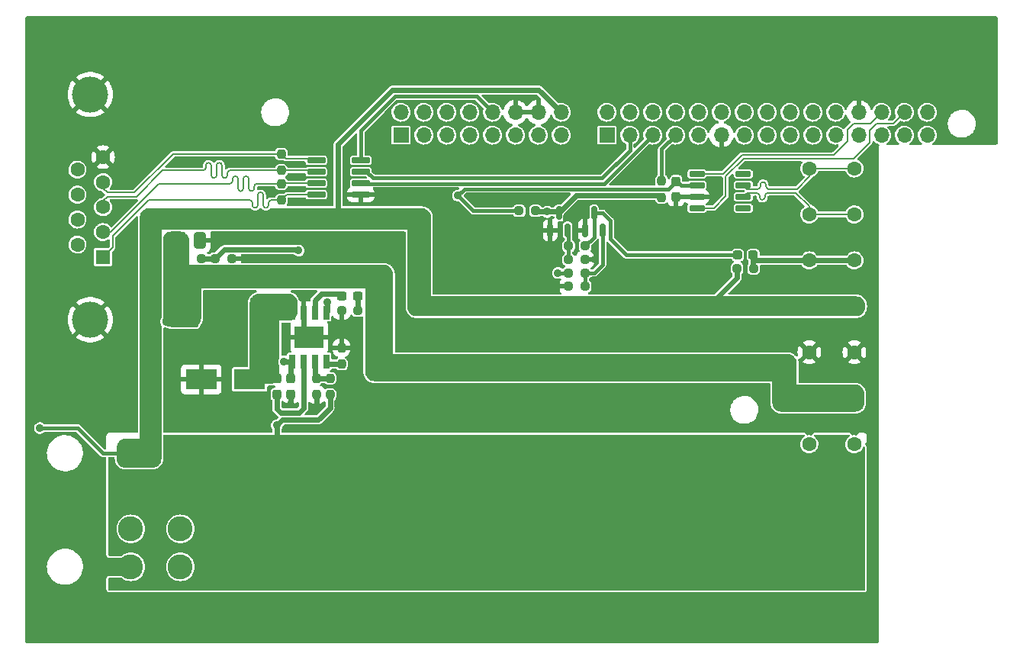
<source format=gbl>
G04 #@! TF.GenerationSoftware,KiCad,Pcbnew,(6.0.1)*
G04 #@! TF.CreationDate,2022-01-30T21:26:31+01:00*
G04 #@! TF.ProjectId,ARM_NUCLEO_HAT_1.0,41524d5f-4e55-4434-9c45-4f5f4841545f,rev?*
G04 #@! TF.SameCoordinates,Original*
G04 #@! TF.FileFunction,Copper,L2,Bot*
G04 #@! TF.FilePolarity,Positive*
%FSLAX46Y46*%
G04 Gerber Fmt 4.6, Leading zero omitted, Abs format (unit mm)*
G04 Created by KiCad (PCBNEW (6.0.1)) date 2022-01-30 21:26:31*
%MOMM*%
%LPD*%
G01*
G04 APERTURE LIST*
G04 Aperture macros list*
%AMRoundRect*
0 Rectangle with rounded corners*
0 $1 Rounding radius*
0 $2 $3 $4 $5 $6 $7 $8 $9 X,Y pos of 4 corners*
0 Add a 4 corners polygon primitive as box body*
4,1,4,$2,$3,$4,$5,$6,$7,$8,$9,$2,$3,0*
0 Add four circle primitives for the rounded corners*
1,1,$1+$1,$2,$3*
1,1,$1+$1,$4,$5*
1,1,$1+$1,$6,$7*
1,1,$1+$1,$8,$9*
0 Add four rect primitives between the rounded corners*
20,1,$1+$1,$2,$3,$4,$5,0*
20,1,$1+$1,$4,$5,$6,$7,0*
20,1,$1+$1,$6,$7,$8,$9,0*
20,1,$1+$1,$8,$9,$2,$3,0*%
G04 Aperture macros list end*
G04 #@! TA.AperFunction,ComponentPad*
%ADD10C,1.600000*%
G04 #@! TD*
G04 #@! TA.AperFunction,SMDPad,CuDef*
%ADD11RoundRect,0.150000X-0.725000X-0.150000X0.725000X-0.150000X0.725000X0.150000X-0.725000X0.150000X0*%
G04 #@! TD*
G04 #@! TA.AperFunction,SMDPad,CuDef*
%ADD12RoundRect,0.237500X-0.250000X-0.237500X0.250000X-0.237500X0.250000X0.237500X-0.250000X0.237500X0*%
G04 #@! TD*
G04 #@! TA.AperFunction,SMDPad,CuDef*
%ADD13RoundRect,0.042000X0.943000X0.258000X-0.943000X0.258000X-0.943000X-0.258000X0.943000X-0.258000X0*%
G04 #@! TD*
G04 #@! TA.AperFunction,SMDPad,CuDef*
%ADD14RoundRect,0.237500X0.237500X-0.250000X0.237500X0.250000X-0.237500X0.250000X-0.237500X-0.250000X0*%
G04 #@! TD*
G04 #@! TA.AperFunction,SMDPad,CuDef*
%ADD15RoundRect,0.237500X-0.300000X-0.237500X0.300000X-0.237500X0.300000X0.237500X-0.300000X0.237500X0*%
G04 #@! TD*
G04 #@! TA.AperFunction,SMDPad,CuDef*
%ADD16RoundRect,0.237500X-0.237500X0.300000X-0.237500X-0.300000X0.237500X-0.300000X0.237500X0.300000X0*%
G04 #@! TD*
G04 #@! TA.AperFunction,SMDPad,CuDef*
%ADD17RoundRect,0.150000X0.150000X-0.587500X0.150000X0.587500X-0.150000X0.587500X-0.150000X-0.587500X0*%
G04 #@! TD*
G04 #@! TA.AperFunction,SMDPad,CuDef*
%ADD18RoundRect,0.250000X-0.412500X-0.650000X0.412500X-0.650000X0.412500X0.650000X-0.412500X0.650000X0*%
G04 #@! TD*
G04 #@! TA.AperFunction,ComponentPad*
%ADD19C,4.000000*%
G04 #@! TD*
G04 #@! TA.AperFunction,ComponentPad*
%ADD20R,1.600000X1.600000*%
G04 #@! TD*
G04 #@! TA.AperFunction,SMDPad,CuDef*
%ADD21RoundRect,0.237500X0.250000X0.237500X-0.250000X0.237500X-0.250000X-0.237500X0.250000X-0.237500X0*%
G04 #@! TD*
G04 #@! TA.AperFunction,SMDPad,CuDef*
%ADD22RoundRect,0.237500X-0.237500X0.250000X-0.237500X-0.250000X0.237500X-0.250000X0.237500X0.250000X0*%
G04 #@! TD*
G04 #@! TA.AperFunction,SMDPad,CuDef*
%ADD23R,0.700000X1.525000*%
G04 #@! TD*
G04 #@! TA.AperFunction,SMDPad,CuDef*
%ADD24R,3.200000X2.400000*%
G04 #@! TD*
G04 #@! TA.AperFunction,SMDPad,CuDef*
%ADD25R,3.500000X2.300000*%
G04 #@! TD*
G04 #@! TA.AperFunction,ComponentPad*
%ADD26C,2.775000*%
G04 #@! TD*
G04 #@! TA.AperFunction,ComponentPad*
%ADD27R,1.700000X1.700000*%
G04 #@! TD*
G04 #@! TA.AperFunction,ComponentPad*
%ADD28O,1.700000X1.700000*%
G04 #@! TD*
G04 #@! TA.AperFunction,SMDPad,CuDef*
%ADD29RoundRect,0.312200X-1.248800X-1.313300X1.248800X-1.313300X1.248800X1.313300X-1.248800X1.313300X0*%
G04 #@! TD*
G04 #@! TA.AperFunction,SMDPad,CuDef*
%ADD30RoundRect,0.237500X-0.287500X-0.237500X0.287500X-0.237500X0.287500X0.237500X-0.287500X0.237500X0*%
G04 #@! TD*
G04 #@! TA.AperFunction,ViaPad*
%ADD31C,0.900000*%
G04 #@! TD*
G04 #@! TA.AperFunction,Conductor*
%ADD32C,0.400000*%
G04 #@! TD*
G04 #@! TA.AperFunction,Conductor*
%ADD33C,0.600000*%
G04 #@! TD*
G04 #@! TA.AperFunction,Conductor*
%ADD34C,2.000000*%
G04 #@! TD*
G04 #@! TA.AperFunction,Conductor*
%ADD35C,0.200000*%
G04 #@! TD*
G04 APERTURE END LIST*
D10*
X207800000Y-162700000D03*
X212800000Y-162700000D03*
D11*
X195325000Y-136505000D03*
X195325000Y-135235000D03*
X195325000Y-133965000D03*
X195325000Y-132695000D03*
X200475000Y-132695000D03*
X200475000Y-133965000D03*
X200475000Y-135235000D03*
X200475000Y-136505000D03*
D12*
X199787500Y-143200000D03*
X201612500Y-143200000D03*
D13*
X158015000Y-131195000D03*
X158015000Y-132465000D03*
X158015000Y-133735000D03*
X158015000Y-135005000D03*
X153075000Y-135005000D03*
X153075000Y-133735000D03*
X153075000Y-132465000D03*
X153075000Y-131195000D03*
D10*
X207800000Y-167800000D03*
X212800000Y-167800000D03*
D14*
X191400000Y-135312500D03*
X191400000Y-133487500D03*
D15*
X155937500Y-146300000D03*
X157662500Y-146300000D03*
D16*
X193000000Y-133537500D03*
X193000000Y-135262500D03*
D10*
X212800000Y-157600000D03*
X207800000Y-157600000D03*
D12*
X181087500Y-143700000D03*
X182912500Y-143700000D03*
D17*
X180950000Y-138937500D03*
X179050000Y-138937500D03*
X180000000Y-137062500D03*
D16*
X150271000Y-155437500D03*
X150271000Y-157162500D03*
D18*
X137037500Y-140100000D03*
X140162500Y-140100000D03*
D12*
X181087500Y-142200000D03*
X182912500Y-142200000D03*
D10*
X207800000Y-152500000D03*
X212800000Y-152500000D03*
D16*
X148700000Y-155437500D03*
X148700000Y-157162500D03*
D12*
X155887500Y-147900000D03*
X157712500Y-147900000D03*
D17*
X184850000Y-138937500D03*
X182950000Y-138937500D03*
X183900000Y-137062500D03*
D14*
X155871000Y-153812500D03*
X155871000Y-151987500D03*
D19*
X127990000Y-148890000D03*
X127990000Y-123890000D03*
D20*
X129410000Y-141930000D03*
D10*
X129410000Y-139160000D03*
X129410000Y-136390000D03*
X129410000Y-133620000D03*
X129410000Y-130850000D03*
X126570000Y-140545000D03*
X126570000Y-137775000D03*
X126570000Y-135005000D03*
X126570000Y-132235000D03*
D21*
X182912500Y-140700000D03*
X181087500Y-140700000D03*
D12*
X141887500Y-142100000D03*
X143712500Y-142100000D03*
D22*
X149200000Y-130487500D03*
X149200000Y-132312500D03*
D23*
X150395000Y-148088000D03*
X151665000Y-148088000D03*
X152935000Y-148088000D03*
X154205000Y-148088000D03*
X154205000Y-153512000D03*
X152935000Y-153512000D03*
X151665000Y-153512000D03*
X150395000Y-153512000D03*
D24*
X152300000Y-150800000D03*
D10*
X207800000Y-142300000D03*
X212800000Y-142300000D03*
D22*
X153100000Y-155387500D03*
X153100000Y-157212500D03*
D14*
X154600000Y-157212500D03*
X154600000Y-155387500D03*
D22*
X149200000Y-133787500D03*
X149200000Y-135612500D03*
D25*
X145700000Y-155500000D03*
X140300000Y-155500000D03*
D26*
X132496000Y-163700000D03*
X132496000Y-167900000D03*
X132496000Y-172100000D03*
X132496000Y-176300000D03*
X137996000Y-163700000D03*
X137996000Y-167900000D03*
X137996000Y-172100000D03*
X137996000Y-176300000D03*
D10*
X212800000Y-137200000D03*
X207800000Y-137200000D03*
D12*
X138487500Y-142100000D03*
X140312500Y-142100000D03*
D27*
X162480000Y-128400000D03*
D28*
X162480000Y-125860000D03*
X165020000Y-128400000D03*
X165020000Y-125860000D03*
X167560000Y-128400000D03*
X167560000Y-125860000D03*
X170100000Y-128400000D03*
X170100000Y-125860000D03*
X172640000Y-128400000D03*
X172640000Y-125860000D03*
X175180000Y-128400000D03*
X175180000Y-125860000D03*
X177720000Y-128400000D03*
X177720000Y-125860000D03*
X180260000Y-128400000D03*
X180260000Y-125860000D03*
D12*
X175587500Y-136800000D03*
X177412500Y-136800000D03*
D29*
X138429000Y-148100000D03*
X147371000Y-148100000D03*
D10*
X212800000Y-132100000D03*
X207800000Y-132100000D03*
D30*
X199825000Y-141700000D03*
X201575000Y-141700000D03*
D21*
X182912500Y-145200000D03*
X181087500Y-145200000D03*
D10*
X212800000Y-147400000D03*
X207800000Y-147400000D03*
D27*
X185330000Y-128400000D03*
D28*
X185330000Y-125860000D03*
X187870000Y-128400000D03*
X187870000Y-125860000D03*
X190410000Y-128400000D03*
X190410000Y-125860000D03*
X192950000Y-128400000D03*
X192950000Y-125860000D03*
X195490000Y-128400000D03*
X195490000Y-125860000D03*
X198030000Y-128400000D03*
X198030000Y-125860000D03*
X200570000Y-128400000D03*
X200570000Y-125860000D03*
X203110000Y-128400000D03*
X203110000Y-125860000D03*
X205650000Y-128400000D03*
X205650000Y-125860000D03*
X208190000Y-128400000D03*
X208190000Y-125860000D03*
X210730000Y-128400000D03*
X210730000Y-125860000D03*
X213270000Y-128400000D03*
X213270000Y-125860000D03*
X215810000Y-128400000D03*
X215810000Y-125860000D03*
X218350000Y-128400000D03*
X218350000Y-125860000D03*
X220890000Y-128400000D03*
X220890000Y-125860000D03*
D31*
X124400000Y-182000000D03*
X123300000Y-182700000D03*
X122200000Y-183400000D03*
X124400000Y-183400000D03*
X122200000Y-182000000D03*
X211000000Y-151400000D03*
X159400000Y-140200000D03*
X160500000Y-140900000D03*
X161600000Y-141600000D03*
X142700000Y-147400000D03*
X123200000Y-149000000D03*
X194300000Y-143300000D03*
X122000000Y-117900000D03*
X129300000Y-176300000D03*
X159400000Y-141600000D03*
X153100000Y-158500000D03*
X128400000Y-144800000D03*
X144900000Y-148800000D03*
X161600000Y-140200000D03*
X214200000Y-181900000D03*
X214200000Y-183300000D03*
X144900000Y-147400000D03*
X225400000Y-116500000D03*
X143800000Y-148100000D03*
X209600000Y-153600000D03*
X196500000Y-143300000D03*
X210300000Y-152500000D03*
X184000500Y-142199312D03*
X124300000Y-148300000D03*
X122100000Y-148300000D03*
X124200000Y-117900000D03*
X227600000Y-116500000D03*
X227600000Y-117900000D03*
X153400000Y-150100000D03*
X151200000Y-150100000D03*
X151200000Y-151500000D03*
X123100000Y-117200000D03*
X209600000Y-151400000D03*
X150200000Y-158250980D03*
X211000000Y-153600000D03*
X195400000Y-144000000D03*
X142700000Y-148800000D03*
X128200000Y-176300000D03*
X212000000Y-183300000D03*
X122100000Y-149700000D03*
X152300000Y-150800000D03*
X124200000Y-116500000D03*
X225400000Y-117900000D03*
X124300000Y-149700000D03*
X213100000Y-182600000D03*
X122000000Y-116500000D03*
X196500000Y-144700000D03*
X212000000Y-181900000D03*
X226500000Y-117200000D03*
X153400000Y-151500000D03*
X194300000Y-144700000D03*
X148700000Y-160600000D03*
X149500000Y-153500000D03*
X122400000Y-160900000D03*
X179900000Y-143700000D03*
X168800000Y-135100000D03*
X136400000Y-149100000D03*
X154300000Y-146949500D03*
X151100000Y-141200000D03*
X178700000Y-136900000D03*
D32*
X129400000Y-163700000D02*
X132496000Y-163700000D01*
X122400000Y-160900000D02*
X126600000Y-160900000D01*
X126600000Y-160900000D02*
X129400000Y-163700000D01*
D33*
X150271000Y-157162500D02*
X150271000Y-158179980D01*
D34*
X132496000Y-176300000D02*
X129300000Y-176300000D01*
D33*
X153100000Y-157212500D02*
X153100000Y-158500000D01*
X151665000Y-148088000D02*
X151665000Y-150165000D01*
D34*
X129300000Y-176300000D02*
X128200000Y-176300000D01*
D33*
X150271000Y-158179980D02*
X150200000Y-158250980D01*
D32*
X172640000Y-125870000D02*
X170870000Y-124100000D01*
X161822934Y-124100000D02*
X158015000Y-127907934D01*
X158015000Y-127907934D02*
X158015000Y-131195000D01*
X170870000Y-124100000D02*
X161822934Y-124100000D01*
D33*
X201575000Y-143162500D02*
X201612500Y-143200000D01*
X207800000Y-142300000D02*
X201800000Y-142300000D01*
X201575000Y-142525000D02*
X201575000Y-143162500D01*
X212800000Y-142300000D02*
X207800000Y-142300000D01*
X201575000Y-141700000D02*
X201575000Y-142525000D01*
X201800000Y-142300000D02*
X201575000Y-142525000D01*
X150271000Y-153636000D02*
X150395000Y-153512000D01*
X150271000Y-155437500D02*
X150271000Y-153636000D01*
X148700000Y-160600000D02*
X149300000Y-160000000D01*
X148700000Y-160600000D02*
X148700000Y-162000000D01*
X149300000Y-160000000D02*
X153300000Y-160000000D01*
X154600000Y-158700000D02*
X154600000Y-157212500D01*
X149512000Y-153512000D02*
X150395000Y-153512000D01*
X153300000Y-160000000D02*
X154600000Y-158700000D01*
X149500000Y-153500000D02*
X149512000Y-153512000D01*
X155500000Y-136900000D02*
X155500000Y-129433664D01*
X199787500Y-143200000D02*
X199787500Y-144212500D01*
D32*
X132496000Y-163700000D02*
X132500000Y-163696000D01*
D33*
X177790480Y-123400480D02*
X180260000Y-125870000D01*
X161533184Y-123400480D02*
X177790480Y-123400480D01*
X155500000Y-129433664D02*
X161533184Y-123400480D01*
X199787500Y-144212500D02*
X197300000Y-146700000D01*
D32*
X183900000Y-139712500D02*
X182912500Y-140700000D01*
X183900000Y-137062500D02*
X183900000Y-139712500D01*
X184862500Y-137062500D02*
X183900000Y-137062500D01*
X185700000Y-137900000D02*
X184862500Y-137062500D01*
X185700000Y-139900000D02*
X185700000Y-137900000D01*
X187500000Y-141700000D02*
X185700000Y-139900000D01*
X199825000Y-141700000D02*
X187500000Y-141700000D01*
X181087500Y-143700000D02*
X179900000Y-143700000D01*
X169525480Y-134374520D02*
X192162980Y-134374520D01*
X193137500Y-133537500D02*
X193565000Y-133965000D01*
X168800000Y-135100000D02*
X169525480Y-134374520D01*
X193565000Y-133965000D02*
X195325000Y-133965000D01*
X168800000Y-135100000D02*
X170500000Y-136800000D01*
X192162980Y-134374520D02*
X193000000Y-133537500D01*
X193000000Y-133537500D02*
X193137500Y-133537500D01*
X170500000Y-136800000D02*
X175587500Y-136800000D01*
X184786670Y-133175480D02*
X159357511Y-133175480D01*
X158647031Y-132465000D02*
X158015000Y-132465000D01*
X187870000Y-128400000D02*
X187870000Y-130092150D01*
X187870000Y-130092150D02*
X184786670Y-133175480D01*
X159357511Y-133175480D02*
X158647031Y-132465000D01*
X158055000Y-133775000D02*
X158015000Y-133735000D01*
X190410000Y-128400000D02*
X185035000Y-133775000D01*
X185035000Y-133775000D02*
X158055000Y-133775000D01*
D35*
X141412500Y-132312500D02*
X141412500Y-131758654D01*
X152922500Y-132312500D02*
X153075000Y-132465000D01*
X137669372Y-132312500D02*
X136034306Y-132312500D01*
X149200000Y-132312500D02*
X143512500Y-132312500D01*
X149200000Y-132312500D02*
X152922500Y-132312500D01*
X140512500Y-132312500D02*
X137669372Y-132312500D01*
X142612500Y-132612500D02*
X142612500Y-131758654D01*
X136034306Y-132312500D02*
X133121806Y-135225000D01*
X142012500Y-131758654D02*
X142012500Y-132312500D01*
X142012500Y-132312500D02*
X142012500Y-132866346D01*
X133121806Y-135225000D02*
X129875000Y-135225000D01*
X129410000Y-135690000D02*
X129410000Y-136390000D01*
X141412500Y-132866346D02*
X141412500Y-132312500D01*
X143212500Y-132612500D02*
X143212500Y-132866346D01*
X129875000Y-135225000D02*
X129410000Y-135690000D01*
X140812500Y-131758654D02*
X140812500Y-132012500D01*
X142612500Y-132866346D02*
X142612500Y-132612500D01*
X142912500Y-133166346D02*
G75*
G03*
X143212500Y-132866346I0J300000D01*
G01*
X141412500Y-132866346D02*
G75*
G03*
X141712500Y-133166346I300000J0D01*
G01*
X141712500Y-133166346D02*
G75*
G03*
X142012500Y-132866346I0J300000D01*
G01*
X140512500Y-132312500D02*
G75*
G03*
X140812500Y-132012500I0J300000D01*
G01*
X142012500Y-131758654D02*
G75*
G02*
X142312500Y-131458654I300000J0D01*
G01*
X141112500Y-131458654D02*
G75*
G02*
X141412500Y-131758654I0J-300000D01*
G01*
X142312500Y-131458654D02*
G75*
G02*
X142612500Y-131758654I0J-300000D01*
G01*
X142612500Y-132866346D02*
G75*
G03*
X142912500Y-133166346I300000J0D01*
G01*
X143212500Y-132612500D02*
G75*
G02*
X143512500Y-132312500I300000J0D01*
G01*
X140812500Y-131758654D02*
G75*
G02*
X141112500Y-131458654I300000J0D01*
G01*
X137203400Y-130487500D02*
X149200000Y-130487500D01*
X129410000Y-134310000D02*
X129410000Y-133620000D01*
X129875000Y-134775000D02*
X129410000Y-134310000D01*
X149712500Y-131000000D02*
X149200000Y-130487500D01*
X132915900Y-134775000D02*
X137203400Y-130487500D01*
X152880000Y-131000000D02*
X149712500Y-131000000D01*
X153075000Y-131195000D02*
X152880000Y-131000000D01*
X130225000Y-134775000D02*
X129875000Y-134775000D01*
X130200000Y-134775000D02*
X132915900Y-134775000D01*
X147187500Y-136182142D02*
X147187500Y-135042858D01*
X146587500Y-135042858D02*
X146587500Y-136182142D01*
X134487500Y-135612500D02*
X130500000Y-139600000D01*
X145687500Y-135612500D02*
X134487500Y-135612500D01*
X130500000Y-139600000D02*
X130500000Y-140840000D01*
X153075000Y-135005000D02*
X149807500Y-135005000D01*
X149807500Y-135005000D02*
X149200000Y-135612500D01*
X145987500Y-136182142D02*
X145987500Y-135912500D01*
X147787500Y-135912500D02*
X147787500Y-136182142D01*
X149200000Y-135612500D02*
X148087500Y-135612500D01*
X130500000Y-140840000D02*
X129410000Y-141930000D01*
X147187500Y-136182142D02*
G75*
G03*
X147487500Y-136482142I300000J0D01*
G01*
X145687500Y-135612500D02*
G75*
G02*
X145987500Y-135912500I0J-300000D01*
G01*
X147487500Y-136482142D02*
G75*
G03*
X147787500Y-136182142I0J300000D01*
G01*
X145987500Y-136182142D02*
G75*
G03*
X146287500Y-136482142I300000J0D01*
G01*
X146887500Y-134742858D02*
G75*
G02*
X147187500Y-135042858I0J-300000D01*
G01*
X146287500Y-136482142D02*
G75*
G03*
X146587500Y-136182142I0J300000D01*
G01*
X146587500Y-135042858D02*
G75*
G02*
X146887500Y-134742858I300000J0D01*
G01*
X147787500Y-135912500D02*
G75*
G02*
X148087500Y-135612500I300000J0D01*
G01*
X130240000Y-139160000D02*
X129410000Y-139160000D01*
X149252500Y-133735000D02*
X149200000Y-133787500D01*
X144387500Y-134321533D02*
X144387500Y-133253467D01*
X143787500Y-133253467D02*
X143787500Y-133487500D01*
X149200000Y-133787500D02*
X146487500Y-133787500D01*
X143487500Y-133787500D02*
X135612500Y-133787500D01*
X145587500Y-134321533D02*
X145587500Y-133253467D01*
X146187500Y-134087500D02*
X146187500Y-134321533D01*
X144987500Y-133253467D02*
X144987500Y-134321533D01*
X153075000Y-133735000D02*
X149252500Y-133735000D01*
X135612500Y-133787500D02*
X130240000Y-139160000D01*
X144387500Y-134321533D02*
G75*
G03*
X144687500Y-134621533I300000J0D01*
G01*
X145887500Y-134621533D02*
G75*
G03*
X146187500Y-134321533I0J300000D01*
G01*
X143487500Y-133787500D02*
G75*
G03*
X143787500Y-133487500I0J300000D01*
G01*
X145587500Y-134321533D02*
G75*
G03*
X145887500Y-134621533I300000J0D01*
G01*
X144087500Y-132953467D02*
G75*
G02*
X144387500Y-133253467I0J-300000D01*
G01*
X146187500Y-134087500D02*
G75*
G02*
X146487500Y-133787500I300000J0D01*
G01*
X144687500Y-134621533D02*
G75*
G03*
X144987500Y-134321533I0J300000D01*
G01*
X143787500Y-133253467D02*
G75*
G02*
X144087500Y-132953467I300000J0D01*
G01*
X145287500Y-132953467D02*
G75*
G02*
X145587500Y-133253467I0J-300000D01*
G01*
X144987500Y-133253467D02*
G75*
G02*
X145287500Y-132953467I300000J0D01*
G01*
D32*
X136400000Y-149100000D02*
X137429000Y-149100000D01*
X137429000Y-149100000D02*
X138429000Y-148100000D01*
D33*
X152935000Y-146725500D02*
X152935000Y-148088000D01*
X155937500Y-146300000D02*
X155637500Y-146000000D01*
X153660500Y-146000000D02*
X152935000Y-146725500D01*
X155637500Y-146000000D02*
X153660500Y-146000000D01*
X157712500Y-147900000D02*
X157712500Y-146350000D01*
X157712500Y-146350000D02*
X157662500Y-146300000D01*
X148700000Y-155437500D02*
X145762500Y-155437500D01*
X145762500Y-155437500D02*
X145700000Y-155500000D01*
X151199520Y-159200480D02*
X149100480Y-159200480D01*
X149100480Y-159200480D02*
X148700000Y-158800000D01*
X151665000Y-158735000D02*
X151199520Y-159200480D01*
X151665000Y-153512000D02*
X151665000Y-158735000D01*
X148700000Y-158800000D02*
X148700000Y-157162500D01*
X142862020Y-141125480D02*
X141887500Y-142100000D01*
X154300000Y-147993000D02*
X154205000Y-148088000D01*
X151100000Y-141200000D02*
X151025480Y-141125480D01*
X151025480Y-141125480D02*
X142862020Y-141125480D01*
X140312500Y-142100000D02*
X141887500Y-142100000D01*
X154300000Y-146949500D02*
X154300000Y-147993000D01*
X154505500Y-153812500D02*
X154205000Y-153512000D01*
X155871000Y-153812500D02*
X154505500Y-153812500D01*
X153100000Y-155387500D02*
X154600000Y-155387500D01*
X152935000Y-155222500D02*
X152935000Y-153512000D01*
X153100000Y-155387500D02*
X152935000Y-155222500D01*
D32*
X182912500Y-145200000D02*
X182912500Y-143700000D01*
X183900000Y-143700000D02*
X182912500Y-143700000D01*
X184850000Y-142750000D02*
X183900000Y-143700000D01*
X184850000Y-138937500D02*
X184850000Y-142750000D01*
X181087500Y-140700000D02*
X181087500Y-139075000D01*
X181087500Y-139075000D02*
X180950000Y-138937500D01*
X181087500Y-142200000D02*
X181087500Y-140700000D01*
X191400000Y-133487500D02*
X191400000Y-129950000D01*
X191400000Y-129950000D02*
X192950000Y-128400000D01*
D33*
X178700000Y-136900000D02*
X179837500Y-136900000D01*
X177412500Y-136800000D02*
X177512500Y-136900000D01*
X191161540Y-135074040D02*
X191400000Y-135312500D01*
X180000000Y-137000000D02*
X181925960Y-135074040D01*
X180000000Y-137062500D02*
X180000000Y-137000000D01*
X181925960Y-135074040D02*
X191161540Y-135074040D01*
X177512500Y-136900000D02*
X178700000Y-136900000D01*
X179837500Y-136900000D02*
X180000000Y-137062500D01*
D35*
X217110000Y-127100000D02*
X215300000Y-127100000D01*
X218350000Y-125860000D02*
X217110000Y-127100000D01*
X214500000Y-127900000D02*
X214500000Y-129200000D01*
X214500000Y-129200000D02*
X212699511Y-131000489D01*
X215300000Y-127100000D02*
X214500000Y-127900000D01*
X198500000Y-133000000D02*
X198500000Y-135200000D01*
X212699511Y-131000489D02*
X200499511Y-131000489D01*
X197195000Y-136505000D02*
X195325000Y-136505000D01*
X198500000Y-135200000D02*
X197195000Y-136505000D01*
X200499511Y-131000489D02*
X198500000Y-133000000D01*
X212000000Y-127800000D02*
X212000000Y-129100000D01*
X212000000Y-129100000D02*
X210499030Y-130600970D01*
X200334024Y-130600970D02*
X198239994Y-132695000D01*
X215810000Y-125860000D02*
X214570000Y-127100000D01*
X210499030Y-130600970D02*
X200334024Y-130600970D01*
X198239994Y-132695000D02*
X195325000Y-132695000D01*
X214570000Y-127100000D02*
X212700000Y-127100000D01*
X212700000Y-127100000D02*
X212000000Y-127800000D01*
X207800000Y-136300000D02*
X207800000Y-137200000D01*
X202874998Y-135279623D02*
X202874997Y-135124998D01*
X202575000Y-135579624D02*
X202574999Y-135579624D01*
X206325000Y-134825000D02*
X207800000Y-136300000D01*
X202274999Y-135125001D02*
X202274999Y-135125000D01*
X207800000Y-137200000D02*
X212800000Y-137200000D01*
X203174996Y-134824997D02*
X203174997Y-134824997D01*
X200884999Y-134825001D02*
X201974999Y-134825001D01*
X200475000Y-135235000D02*
X200884999Y-134825001D01*
X203174997Y-134824997D02*
X203174998Y-134825000D01*
X203174998Y-134825000D02*
X206325000Y-134825000D01*
X202274999Y-135125000D02*
X202274999Y-135279625D01*
X202274999Y-135125001D02*
G75*
G03*
X201974999Y-134825001I-300000J0D01*
G01*
X203174996Y-134824997D02*
G75*
G03*
X202874997Y-135124998I1J-300000D01*
G01*
X202874998Y-135279623D02*
G75*
G02*
X202574999Y-135579624I-300000J-1D01*
G01*
X202575000Y-135579624D02*
G75*
G02*
X202274999Y-135279625I-1J300000D01*
G01*
X206425000Y-134375000D02*
X207800000Y-133000000D01*
X207800000Y-133000000D02*
X207800000Y-132100000D01*
X202974997Y-133899661D02*
X202974997Y-134074999D01*
X200475000Y-133965000D02*
X200884999Y-134374999D01*
X200884999Y-134374999D02*
X202074999Y-134374999D01*
X202374998Y-134074999D02*
X202374997Y-133899661D01*
X202374998Y-134074998D02*
X202374998Y-134074999D01*
X203274998Y-134374999D02*
X206425000Y-134375000D01*
X203274997Y-134374999D02*
X203274998Y-134374999D01*
X207800000Y-132100000D02*
X212800000Y-132100000D01*
X202374998Y-134074998D02*
G75*
G02*
X202074999Y-134374999I-300000J-1D01*
G01*
X203274997Y-134374999D02*
G75*
G02*
X202974997Y-134074999I0J300000D01*
G01*
X202974997Y-133899661D02*
G75*
G03*
X202674997Y-133599661I-300000J0D01*
G01*
X202674997Y-133599661D02*
G75*
G03*
X202374997Y-133899661I0J-300000D01*
G01*
G04 #@! TA.AperFunction,Conductor*
G36*
X228536953Y-115220002D02*
G01*
X228548766Y-115228601D01*
X228617514Y-115285021D01*
X228634979Y-115302486D01*
X228691399Y-115371234D01*
X228719153Y-115436582D01*
X228720000Y-115451168D01*
X228720000Y-129228832D01*
X228699998Y-129296953D01*
X228691399Y-129308766D01*
X228634979Y-129377514D01*
X228617514Y-129394979D01*
X228548766Y-129451399D01*
X228483418Y-129479153D01*
X228468832Y-129480000D01*
X221579963Y-129480000D01*
X221511842Y-129459998D01*
X221465349Y-129406342D01*
X221455245Y-129336068D01*
X221484739Y-129271488D01*
X221502390Y-129254711D01*
X221613095Y-129168219D01*
X221613101Y-129168213D01*
X221617951Y-129164424D01*
X221625178Y-129156052D01*
X221748540Y-129013134D01*
X221748540Y-129013133D01*
X221752564Y-129008472D01*
X221773387Y-128971818D01*
X221791056Y-128940714D01*
X221854323Y-128829344D01*
X221919351Y-128633863D01*
X221945171Y-128429474D01*
X221945583Y-128400000D01*
X221925480Y-128194970D01*
X221865935Y-127997749D01*
X221769218Y-127815849D01*
X221682182Y-127709133D01*
X221642906Y-127660975D01*
X221642903Y-127660972D01*
X221639011Y-127656200D01*
X221621786Y-127641950D01*
X221485025Y-127528811D01*
X221485021Y-127528809D01*
X221480275Y-127524882D01*
X221299055Y-127426897D01*
X221102254Y-127365977D01*
X221096129Y-127365333D01*
X221096128Y-127365333D01*
X220903498Y-127345087D01*
X220903496Y-127345087D01*
X220897369Y-127344443D01*
X220810529Y-127352346D01*
X220698342Y-127362555D01*
X220698339Y-127362556D01*
X220692203Y-127363114D01*
X220494572Y-127421280D01*
X220312002Y-127516726D01*
X220307201Y-127520586D01*
X220307198Y-127520588D01*
X220173456Y-127628119D01*
X220151447Y-127645815D01*
X220019024Y-127803630D01*
X220016056Y-127809028D01*
X220016053Y-127809033D01*
X219974254Y-127885066D01*
X219919776Y-127984162D01*
X219857484Y-128180532D01*
X219856798Y-128186649D01*
X219856797Y-128186653D01*
X219835207Y-128379137D01*
X219834520Y-128385262D01*
X219835036Y-128391406D01*
X219849450Y-128563051D01*
X219851759Y-128590553D01*
X219853458Y-128596478D01*
X219899395Y-128756678D01*
X219908544Y-128788586D01*
X219911359Y-128794063D01*
X219911360Y-128794066D01*
X219999897Y-128966341D01*
X220002712Y-128971818D01*
X220130677Y-129133270D01*
X220271460Y-129253085D01*
X220277289Y-129258046D01*
X220316202Y-129317429D01*
X220316833Y-129388422D01*
X220278982Y-129448487D01*
X220214665Y-129478553D01*
X220195626Y-129480000D01*
X219039963Y-129480000D01*
X218971842Y-129459998D01*
X218925349Y-129406342D01*
X218915245Y-129336068D01*
X218944739Y-129271488D01*
X218962390Y-129254711D01*
X219073095Y-129168219D01*
X219073101Y-129168213D01*
X219077951Y-129164424D01*
X219085178Y-129156052D01*
X219208540Y-129013134D01*
X219208540Y-129013133D01*
X219212564Y-129008472D01*
X219233387Y-128971818D01*
X219251056Y-128940714D01*
X219314323Y-128829344D01*
X219379351Y-128633863D01*
X219405171Y-128429474D01*
X219405583Y-128400000D01*
X219385480Y-128194970D01*
X219325935Y-127997749D01*
X219229218Y-127815849D01*
X219142182Y-127709133D01*
X219102906Y-127660975D01*
X219102903Y-127660972D01*
X219099011Y-127656200D01*
X219081786Y-127641950D01*
X218945025Y-127528811D01*
X218945021Y-127528809D01*
X218940275Y-127524882D01*
X218759055Y-127426897D01*
X218562254Y-127365977D01*
X218556129Y-127365333D01*
X218556128Y-127365333D01*
X218363498Y-127345087D01*
X218363496Y-127345087D01*
X218357369Y-127344443D01*
X218270529Y-127352346D01*
X218158342Y-127362555D01*
X218158339Y-127362556D01*
X218152203Y-127363114D01*
X217954572Y-127421280D01*
X217772002Y-127516726D01*
X217767201Y-127520586D01*
X217767198Y-127520588D01*
X217633456Y-127628119D01*
X217611447Y-127645815D01*
X217479024Y-127803630D01*
X217476056Y-127809028D01*
X217476053Y-127809033D01*
X217434254Y-127885066D01*
X217379776Y-127984162D01*
X217317484Y-128180532D01*
X217316798Y-128186649D01*
X217316797Y-128186653D01*
X217295207Y-128379137D01*
X217294520Y-128385262D01*
X217295036Y-128391406D01*
X217309450Y-128563051D01*
X217311759Y-128590553D01*
X217313458Y-128596478D01*
X217359395Y-128756678D01*
X217368544Y-128788586D01*
X217371359Y-128794063D01*
X217371360Y-128794066D01*
X217459897Y-128966341D01*
X217462712Y-128971818D01*
X217590677Y-129133270D01*
X217731460Y-129253085D01*
X217737289Y-129258046D01*
X217776202Y-129317429D01*
X217776833Y-129388422D01*
X217738982Y-129448487D01*
X217674665Y-129478553D01*
X217655626Y-129480000D01*
X216499963Y-129480000D01*
X216431842Y-129459998D01*
X216385349Y-129406342D01*
X216375245Y-129336068D01*
X216404739Y-129271488D01*
X216422390Y-129254711D01*
X216533095Y-129168219D01*
X216533101Y-129168213D01*
X216537951Y-129164424D01*
X216545178Y-129156052D01*
X216668540Y-129013134D01*
X216668540Y-129013133D01*
X216672564Y-129008472D01*
X216693387Y-128971818D01*
X216711056Y-128940714D01*
X216774323Y-128829344D01*
X216839351Y-128633863D01*
X216865171Y-128429474D01*
X216865583Y-128400000D01*
X216845480Y-128194970D01*
X216785935Y-127997749D01*
X216689218Y-127815849D01*
X216602182Y-127709133D01*
X216562906Y-127660975D01*
X216562903Y-127660972D01*
X216559011Y-127656200D01*
X216519586Y-127623584D01*
X216479848Y-127564751D01*
X216478225Y-127493773D01*
X216515234Y-127433186D01*
X216579124Y-127402225D01*
X216599901Y-127400500D01*
X217057634Y-127400500D01*
X217060307Y-127400696D01*
X217065342Y-127402425D01*
X217076964Y-127401989D01*
X217076966Y-127401989D01*
X217114255Y-127400589D01*
X217118981Y-127400500D01*
X217137948Y-127400500D01*
X217142683Y-127399618D01*
X217146209Y-127399390D01*
X217149949Y-127399249D01*
X217177208Y-127398226D01*
X217187893Y-127393636D01*
X217192493Y-127392599D01*
X217204214Y-127389038D01*
X217208617Y-127387339D01*
X217220053Y-127385209D01*
X217241041Y-127372272D01*
X217257411Y-127363769D01*
X217271888Y-127357549D01*
X217271892Y-127357547D01*
X217280063Y-127354036D01*
X217284949Y-127350022D01*
X217287134Y-127347837D01*
X217289397Y-127345785D01*
X217289542Y-127345945D01*
X217298549Y-127338825D01*
X217305444Y-127332573D01*
X217315348Y-127326468D01*
X217331916Y-127304680D01*
X217343110Y-127291861D01*
X217440683Y-127194288D01*
X223155404Y-127194288D01*
X223155985Y-127199308D01*
X223155985Y-127199312D01*
X223179135Y-127399390D01*
X223184081Y-127442140D01*
X223252017Y-127682219D01*
X223287154Y-127757570D01*
X223328816Y-127846915D01*
X223357462Y-127908348D01*
X223360304Y-127912529D01*
X223360304Y-127912530D01*
X223389931Y-127956124D01*
X223497706Y-128114710D01*
X223669138Y-128295994D01*
X223673164Y-128299072D01*
X223673165Y-128299073D01*
X223839112Y-128425949D01*
X223867349Y-128447538D01*
X224087239Y-128565443D01*
X224323152Y-128646674D01*
X224451099Y-128668774D01*
X224565107Y-128688467D01*
X224565113Y-128688468D01*
X224569017Y-128689142D01*
X224572978Y-128689322D01*
X224572979Y-128689322D01*
X224597503Y-128690436D01*
X224597522Y-128690436D01*
X224598922Y-128690500D01*
X224772691Y-128690500D01*
X224775199Y-128690298D01*
X224775204Y-128690298D01*
X224953661Y-128675940D01*
X224953666Y-128675939D01*
X224958702Y-128675534D01*
X224963610Y-128674329D01*
X224963613Y-128674328D01*
X225196092Y-128617225D01*
X225201006Y-128616018D01*
X225205658Y-128614043D01*
X225205662Y-128614042D01*
X225426022Y-128520505D01*
X225426023Y-128520505D01*
X225430677Y-128518529D01*
X225641808Y-128385573D01*
X225703518Y-128331168D01*
X225825168Y-128223920D01*
X225825171Y-128223917D01*
X225828965Y-128220572D01*
X225987334Y-128027770D01*
X226112840Y-127812128D01*
X226146276Y-127725026D01*
X226170862Y-127660975D01*
X226202255Y-127579195D01*
X226205272Y-127564757D01*
X226252243Y-127339915D01*
X226253278Y-127334961D01*
X226254553Y-127306895D01*
X226262747Y-127126433D01*
X226264596Y-127085712D01*
X226257261Y-127022312D01*
X226236501Y-126842890D01*
X226235919Y-126837860D01*
X226234426Y-126832582D01*
X226169360Y-126602648D01*
X226167983Y-126597781D01*
X226083591Y-126416801D01*
X226064675Y-126376234D01*
X226064673Y-126376230D01*
X226062538Y-126371652D01*
X226052895Y-126357462D01*
X225939646Y-126190823D01*
X225922294Y-126165290D01*
X225750862Y-125984006D01*
X225627220Y-125889474D01*
X225556677Y-125835540D01*
X225556676Y-125835539D01*
X225552651Y-125832462D01*
X225332761Y-125714557D01*
X225096848Y-125633326D01*
X224968901Y-125611226D01*
X224854893Y-125591533D01*
X224854887Y-125591532D01*
X224850983Y-125590858D01*
X224847022Y-125590678D01*
X224847021Y-125590678D01*
X224822497Y-125589564D01*
X224822478Y-125589564D01*
X224821078Y-125589500D01*
X224647309Y-125589500D01*
X224644801Y-125589702D01*
X224644796Y-125589702D01*
X224466339Y-125604060D01*
X224466334Y-125604061D01*
X224461298Y-125604466D01*
X224456390Y-125605671D01*
X224456387Y-125605672D01*
X224279712Y-125649068D01*
X224218994Y-125663982D01*
X224214342Y-125665957D01*
X224214338Y-125665958D01*
X223993978Y-125759495D01*
X223989323Y-125761471D01*
X223778192Y-125894427D01*
X223774398Y-125897772D01*
X223594832Y-126056080D01*
X223594829Y-126056083D01*
X223591035Y-126059428D01*
X223432666Y-126252230D01*
X223307160Y-126467872D01*
X223305347Y-126472595D01*
X223305346Y-126472597D01*
X223271097Y-126561819D01*
X223217745Y-126700805D01*
X223216712Y-126705751D01*
X223216710Y-126705757D01*
X223178533Y-126888502D01*
X223166722Y-126945039D01*
X223166493Y-126950088D01*
X223166492Y-126950094D01*
X223163213Y-127022312D01*
X223155404Y-127194288D01*
X217440683Y-127194288D01*
X217783756Y-126851215D01*
X217846068Y-126817189D01*
X217922956Y-126824815D01*
X217927398Y-126827297D01*
X217933256Y-126829200D01*
X217933255Y-126829200D01*
X218117471Y-126889056D01*
X218117475Y-126889057D01*
X218123329Y-126890959D01*
X218327894Y-126915351D01*
X218334029Y-126914879D01*
X218334031Y-126914879D01*
X218390039Y-126910569D01*
X218533300Y-126899546D01*
X218539230Y-126897890D01*
X218539232Y-126897890D01*
X218665870Y-126862532D01*
X218731725Y-126844145D01*
X218737214Y-126841372D01*
X218737220Y-126841370D01*
X218869952Y-126774322D01*
X218915610Y-126751258D01*
X218931345Y-126738965D01*
X219060129Y-126638348D01*
X219077951Y-126624424D01*
X219096748Y-126602648D01*
X219208540Y-126473134D01*
X219208540Y-126473133D01*
X219212564Y-126468472D01*
X219233387Y-126431818D01*
X219252880Y-126397503D01*
X219314323Y-126289344D01*
X219379351Y-126093863D01*
X219405171Y-125889474D01*
X219405583Y-125860000D01*
X219404138Y-125845262D01*
X219834520Y-125845262D01*
X219835036Y-125851406D01*
X219850902Y-126040342D01*
X219851759Y-126050553D01*
X219853458Y-126056478D01*
X219899395Y-126216678D01*
X219908544Y-126248586D01*
X219911359Y-126254063D01*
X219911360Y-126254066D01*
X219994994Y-126416801D01*
X220002712Y-126431818D01*
X220130677Y-126593270D01*
X220135370Y-126597264D01*
X220135371Y-126597265D01*
X220209541Y-126660388D01*
X220287564Y-126726791D01*
X220292942Y-126729797D01*
X220292944Y-126729798D01*
X220377481Y-126777044D01*
X220467398Y-126827297D01*
X220537203Y-126849978D01*
X220657471Y-126889056D01*
X220657475Y-126889057D01*
X220663329Y-126890959D01*
X220867894Y-126915351D01*
X220874029Y-126914879D01*
X220874031Y-126914879D01*
X220930039Y-126910569D01*
X221073300Y-126899546D01*
X221079230Y-126897890D01*
X221079232Y-126897890D01*
X221205870Y-126862532D01*
X221271725Y-126844145D01*
X221277214Y-126841372D01*
X221277220Y-126841370D01*
X221409952Y-126774322D01*
X221455610Y-126751258D01*
X221471345Y-126738965D01*
X221600129Y-126638348D01*
X221617951Y-126624424D01*
X221636748Y-126602648D01*
X221748540Y-126473134D01*
X221748540Y-126473133D01*
X221752564Y-126468472D01*
X221773387Y-126431818D01*
X221792880Y-126397503D01*
X221854323Y-126289344D01*
X221919351Y-126093863D01*
X221945171Y-125889474D01*
X221945583Y-125860000D01*
X221925480Y-125654970D01*
X221865935Y-125457749D01*
X221769218Y-125275849D01*
X221693036Y-125182441D01*
X221642906Y-125120975D01*
X221642903Y-125120972D01*
X221639011Y-125116200D01*
X221632173Y-125110543D01*
X221485025Y-124988811D01*
X221485021Y-124988809D01*
X221480275Y-124984882D01*
X221299055Y-124886897D01*
X221102254Y-124825977D01*
X221096129Y-124825333D01*
X221096128Y-124825333D01*
X220903498Y-124805087D01*
X220903496Y-124805087D01*
X220897369Y-124804443D01*
X220821922Y-124811309D01*
X220698342Y-124822555D01*
X220698339Y-124822556D01*
X220692203Y-124823114D01*
X220494572Y-124881280D01*
X220489107Y-124884137D01*
X220459757Y-124899481D01*
X220312002Y-124976726D01*
X220307201Y-124980586D01*
X220307198Y-124980588D01*
X220274688Y-125006727D01*
X220151447Y-125105815D01*
X220019024Y-125263630D01*
X220016056Y-125269028D01*
X220016053Y-125269033D01*
X219981081Y-125332648D01*
X219919776Y-125444162D01*
X219857484Y-125640532D01*
X219856798Y-125646649D01*
X219856797Y-125646653D01*
X219837268Y-125820766D01*
X219834520Y-125845262D01*
X219404138Y-125845262D01*
X219385480Y-125654970D01*
X219325935Y-125457749D01*
X219229218Y-125275849D01*
X219153036Y-125182441D01*
X219102906Y-125120975D01*
X219102903Y-125120972D01*
X219099011Y-125116200D01*
X219092173Y-125110543D01*
X218945025Y-124988811D01*
X218945021Y-124988809D01*
X218940275Y-124984882D01*
X218759055Y-124886897D01*
X218562254Y-124825977D01*
X218556129Y-124825333D01*
X218556128Y-124825333D01*
X218363498Y-124805087D01*
X218363496Y-124805087D01*
X218357369Y-124804443D01*
X218281922Y-124811309D01*
X218158342Y-124822555D01*
X218158339Y-124822556D01*
X218152203Y-124823114D01*
X217954572Y-124881280D01*
X217949107Y-124884137D01*
X217919757Y-124899481D01*
X217772002Y-124976726D01*
X217767201Y-124980586D01*
X217767198Y-124980588D01*
X217734688Y-125006727D01*
X217611447Y-125105815D01*
X217479024Y-125263630D01*
X217476056Y-125269028D01*
X217476053Y-125269033D01*
X217441081Y-125332648D01*
X217379776Y-125444162D01*
X217317484Y-125640532D01*
X217316798Y-125646649D01*
X217316797Y-125646653D01*
X217297268Y-125820766D01*
X217294520Y-125845262D01*
X217295036Y-125851406D01*
X217310902Y-126040342D01*
X217311759Y-126050553D01*
X217313458Y-126056478D01*
X217359395Y-126216678D01*
X217368544Y-126248586D01*
X217371359Y-126254063D01*
X217371362Y-126254071D01*
X217383542Y-126277771D01*
X217396889Y-126347502D01*
X217370418Y-126413379D01*
X217360570Y-126424459D01*
X217022434Y-126762595D01*
X216960122Y-126796621D01*
X216933339Y-126799500D01*
X216662038Y-126799500D01*
X216593917Y-126779498D01*
X216547424Y-126725842D01*
X216537320Y-126655568D01*
X216566656Y-126591170D01*
X216668536Y-126473140D01*
X216668542Y-126473132D01*
X216672564Y-126468472D01*
X216693387Y-126431818D01*
X216712880Y-126397503D01*
X216774323Y-126289344D01*
X216839351Y-126093863D01*
X216865171Y-125889474D01*
X216865583Y-125860000D01*
X216845480Y-125654970D01*
X216785935Y-125457749D01*
X216689218Y-125275849D01*
X216613036Y-125182441D01*
X216562906Y-125120975D01*
X216562903Y-125120972D01*
X216559011Y-125116200D01*
X216552173Y-125110543D01*
X216405025Y-124988811D01*
X216405021Y-124988809D01*
X216400275Y-124984882D01*
X216219055Y-124886897D01*
X216022254Y-124825977D01*
X216016129Y-124825333D01*
X216016128Y-124825333D01*
X215823498Y-124805087D01*
X215823496Y-124805087D01*
X215817369Y-124804443D01*
X215741922Y-124811309D01*
X215618342Y-124822555D01*
X215618339Y-124822556D01*
X215612203Y-124823114D01*
X215414572Y-124881280D01*
X215409107Y-124884137D01*
X215379757Y-124899481D01*
X215232002Y-124976726D01*
X215227201Y-124980586D01*
X215227198Y-124980588D01*
X215194688Y-125006727D01*
X215071447Y-125105815D01*
X214939024Y-125263630D01*
X214936056Y-125269028D01*
X214936053Y-125269033D01*
X214901081Y-125332648D01*
X214839776Y-125444162D01*
X214837914Y-125450032D01*
X214821068Y-125503138D01*
X214781405Y-125562022D01*
X214716202Y-125590114D01*
X214646163Y-125578497D01*
X214593523Y-125530857D01*
X214578762Y-125495735D01*
X214561214Y-125425875D01*
X214557894Y-125416124D01*
X214472972Y-125220814D01*
X214468105Y-125211739D01*
X214352426Y-125032926D01*
X214346136Y-125024757D01*
X214202806Y-124867240D01*
X214195273Y-124860215D01*
X214028139Y-124728222D01*
X214019552Y-124722517D01*
X213833117Y-124619599D01*
X213823705Y-124615369D01*
X213622959Y-124544280D01*
X213612988Y-124541646D01*
X213541837Y-124528972D01*
X213528540Y-124530432D01*
X213524000Y-124544989D01*
X213524000Y-125988000D01*
X213503998Y-126056121D01*
X213450342Y-126102614D01*
X213398000Y-126114000D01*
X213142000Y-126114000D01*
X213073879Y-126093998D01*
X213027386Y-126040342D01*
X213016000Y-125988000D01*
X213016000Y-124543102D01*
X213012082Y-124529758D01*
X212997806Y-124527771D01*
X212959324Y-124533660D01*
X212949288Y-124536051D01*
X212746868Y-124602212D01*
X212737359Y-124606209D01*
X212548463Y-124704542D01*
X212539738Y-124710036D01*
X212369433Y-124837905D01*
X212361726Y-124844748D01*
X212214590Y-124998717D01*
X212208104Y-125006727D01*
X212088098Y-125182649D01*
X212083000Y-125191623D01*
X211993338Y-125384783D01*
X211989775Y-125394470D01*
X211961012Y-125498185D01*
X211923533Y-125558483D01*
X211859405Y-125588946D01*
X211788986Y-125579903D01*
X211734636Y-125534224D01*
X211718973Y-125500933D01*
X211718143Y-125498185D01*
X211705935Y-125457749D01*
X211609218Y-125275849D01*
X211533036Y-125182441D01*
X211482906Y-125120975D01*
X211482903Y-125120972D01*
X211479011Y-125116200D01*
X211472173Y-125110543D01*
X211325025Y-124988811D01*
X211325021Y-124988809D01*
X211320275Y-124984882D01*
X211139055Y-124886897D01*
X210942254Y-124825977D01*
X210936129Y-124825333D01*
X210936128Y-124825333D01*
X210743498Y-124805087D01*
X210743496Y-124805087D01*
X210737369Y-124804443D01*
X210661922Y-124811309D01*
X210538342Y-124822555D01*
X210538339Y-124822556D01*
X210532203Y-124823114D01*
X210334572Y-124881280D01*
X210329107Y-124884137D01*
X210299757Y-124899481D01*
X210152002Y-124976726D01*
X210147201Y-124980586D01*
X210147198Y-124980588D01*
X210114688Y-125006727D01*
X209991447Y-125105815D01*
X209859024Y-125263630D01*
X209856056Y-125269028D01*
X209856053Y-125269033D01*
X209821081Y-125332648D01*
X209759776Y-125444162D01*
X209697484Y-125640532D01*
X209696798Y-125646649D01*
X209696797Y-125646653D01*
X209677268Y-125820766D01*
X209674520Y-125845262D01*
X209675036Y-125851406D01*
X209690902Y-126040342D01*
X209691759Y-126050553D01*
X209693458Y-126056478D01*
X209739395Y-126216678D01*
X209748544Y-126248586D01*
X209751359Y-126254063D01*
X209751360Y-126254066D01*
X209834994Y-126416801D01*
X209842712Y-126431818D01*
X209970677Y-126593270D01*
X209975370Y-126597264D01*
X209975371Y-126597265D01*
X210049541Y-126660388D01*
X210127564Y-126726791D01*
X210132942Y-126729797D01*
X210132944Y-126729798D01*
X210217481Y-126777044D01*
X210307398Y-126827297D01*
X210377203Y-126849978D01*
X210497471Y-126889056D01*
X210497475Y-126889057D01*
X210503329Y-126890959D01*
X210707894Y-126915351D01*
X210714029Y-126914879D01*
X210714031Y-126914879D01*
X210770039Y-126910569D01*
X210913300Y-126899546D01*
X210919230Y-126897890D01*
X210919232Y-126897890D01*
X211045870Y-126862532D01*
X211111725Y-126844145D01*
X211117214Y-126841372D01*
X211117220Y-126841370D01*
X211249952Y-126774322D01*
X211295610Y-126751258D01*
X211311345Y-126738965D01*
X211440129Y-126638348D01*
X211457951Y-126624424D01*
X211476748Y-126602648D01*
X211588540Y-126473134D01*
X211588540Y-126473133D01*
X211592564Y-126468472D01*
X211613387Y-126431818D01*
X211632880Y-126397503D01*
X211694323Y-126289344D01*
X211706057Y-126254071D01*
X211718496Y-126216678D01*
X211758978Y-126158354D01*
X211824566Y-126131175D01*
X211894437Y-126143770D01*
X211946406Y-126192141D01*
X211960971Y-126228751D01*
X211968564Y-126262444D01*
X211971645Y-126272275D01*
X212051770Y-126469603D01*
X212056413Y-126478794D01*
X212167694Y-126660388D01*
X212173777Y-126668699D01*
X212313213Y-126829667D01*
X212320584Y-126836886D01*
X212333100Y-126847277D01*
X212372737Y-126906179D01*
X212374236Y-126977160D01*
X212341712Y-127033317D01*
X211824548Y-127550481D01*
X211822514Y-127552237D01*
X211817731Y-127554575D01*
X211809819Y-127563104D01*
X211809818Y-127563105D01*
X211784427Y-127590477D01*
X211781147Y-127593882D01*
X211767752Y-127607277D01*
X211765028Y-127611247D01*
X211762703Y-127613895D01*
X211749508Y-127628119D01*
X211749506Y-127628122D01*
X211741599Y-127636646D01*
X211737289Y-127647450D01*
X211734767Y-127651439D01*
X211729007Y-127662225D01*
X211727090Y-127666551D01*
X211720633Y-127675965D01*
X211720505Y-127676151D01*
X211720234Y-127675965D01*
X211679976Y-127723494D01*
X211612084Y-127744261D01*
X211543743Y-127725026D01*
X211513025Y-127697905D01*
X211489711Y-127669320D01*
X211479011Y-127656200D01*
X211461786Y-127641950D01*
X211325025Y-127528811D01*
X211325021Y-127528809D01*
X211320275Y-127524882D01*
X211139055Y-127426897D01*
X210942254Y-127365977D01*
X210936129Y-127365333D01*
X210936128Y-127365333D01*
X210743498Y-127345087D01*
X210743496Y-127345087D01*
X210737369Y-127344443D01*
X210650529Y-127352346D01*
X210538342Y-127362555D01*
X210538339Y-127362556D01*
X210532203Y-127363114D01*
X210334572Y-127421280D01*
X210152002Y-127516726D01*
X210147201Y-127520586D01*
X210147198Y-127520588D01*
X210013456Y-127628119D01*
X209991447Y-127645815D01*
X209859024Y-127803630D01*
X209856056Y-127809028D01*
X209856053Y-127809033D01*
X209814254Y-127885066D01*
X209759776Y-127984162D01*
X209697484Y-128180532D01*
X209696798Y-128186649D01*
X209696797Y-128186653D01*
X209675207Y-128379137D01*
X209674520Y-128385262D01*
X209675036Y-128391406D01*
X209689450Y-128563051D01*
X209691759Y-128590553D01*
X209693458Y-128596478D01*
X209739395Y-128756678D01*
X209748544Y-128788586D01*
X209751359Y-128794063D01*
X209751360Y-128794066D01*
X209839897Y-128966341D01*
X209842712Y-128971818D01*
X209970677Y-129133270D01*
X209975370Y-129137264D01*
X209975371Y-129137265D01*
X210117289Y-129258046D01*
X210127564Y-129266791D01*
X210132942Y-129269797D01*
X210132944Y-129269798D01*
X210210193Y-129312971D01*
X210307398Y-129367297D01*
X210392594Y-129394979D01*
X210497471Y-129429056D01*
X210497475Y-129429057D01*
X210503329Y-129430959D01*
X210707894Y-129455351D01*
X210714029Y-129454879D01*
X210714031Y-129454879D01*
X210815178Y-129447096D01*
X210913300Y-129439546D01*
X210913641Y-129439451D01*
X210982204Y-129447096D01*
X211037308Y-129491862D01*
X211059463Y-129559313D01*
X211041633Y-129628035D01*
X211022621Y-129652408D01*
X210411464Y-130263565D01*
X210349152Y-130297591D01*
X210322369Y-130300470D01*
X200386396Y-130300470D01*
X200383719Y-130300273D01*
X200378682Y-130298544D01*
X200367061Y-130298980D01*
X200367059Y-130298980D01*
X200329754Y-130300381D01*
X200325027Y-130300470D01*
X200306076Y-130300470D01*
X200301343Y-130301352D01*
X200297816Y-130301580D01*
X200278444Y-130302307D01*
X200278442Y-130302308D01*
X200266816Y-130302744D01*
X200256124Y-130307338D01*
X200251521Y-130308375D01*
X200239811Y-130311932D01*
X200235408Y-130313631D01*
X200223971Y-130315761D01*
X200214070Y-130321864D01*
X200214067Y-130321865D01*
X200202980Y-130328699D01*
X200186609Y-130337203D01*
X200172130Y-130343424D01*
X200172127Y-130343426D01*
X200163962Y-130346934D01*
X200159075Y-130350947D01*
X200156880Y-130353142D01*
X200154610Y-130355200D01*
X200154463Y-130355038D01*
X200145485Y-130362135D01*
X200138578Y-130368398D01*
X200128676Y-130374502D01*
X200121635Y-130383762D01*
X200112118Y-130396277D01*
X200100917Y-130409105D01*
X199111419Y-131398604D01*
X198152428Y-132357595D01*
X198090116Y-132391620D01*
X198063333Y-132394500D01*
X196441930Y-132394500D01*
X196373809Y-132374498D01*
X196341862Y-132344112D01*
X196338932Y-132338145D01*
X196256350Y-132255707D01*
X196151518Y-132204464D01*
X196121027Y-132200016D01*
X196087744Y-132195160D01*
X196087740Y-132195160D01*
X196083218Y-132194500D01*
X194566782Y-132194500D01*
X194562232Y-132195170D01*
X194562229Y-132195170D01*
X194507574Y-132203216D01*
X194507573Y-132203216D01*
X194497888Y-132204642D01*
X194464646Y-132220963D01*
X194402493Y-132251478D01*
X194402491Y-132251479D01*
X194393145Y-132256068D01*
X194373903Y-132275344D01*
X194332706Y-132316613D01*
X194310707Y-132338650D01*
X194259464Y-132443482D01*
X194249500Y-132511782D01*
X194249500Y-132878218D01*
X194250170Y-132882768D01*
X194250170Y-132882771D01*
X194258207Y-132937364D01*
X194259642Y-132947112D01*
X194278490Y-132985501D01*
X194305344Y-133040196D01*
X194311068Y-133051855D01*
X194341885Y-133082618D01*
X194385369Y-133126026D01*
X194393650Y-133134293D01*
X194403006Y-133138866D01*
X194403007Y-133138867D01*
X194417680Y-133146039D01*
X194498482Y-133185536D01*
X194516805Y-133188209D01*
X194562256Y-133194840D01*
X194562260Y-133194840D01*
X194566782Y-133195500D01*
X196083218Y-133195500D01*
X196087768Y-133194830D01*
X196087771Y-133194830D01*
X196142426Y-133186784D01*
X196142427Y-133186784D01*
X196152112Y-133185358D01*
X196256855Y-133133932D01*
X196303140Y-133087566D01*
X196331934Y-133058722D01*
X196331934Y-133058721D01*
X196339293Y-133051350D01*
X196341654Y-133046519D01*
X196395186Y-133004489D01*
X196441924Y-132995500D01*
X198073500Y-132995500D01*
X198141621Y-133015502D01*
X198188114Y-133069158D01*
X198199500Y-133121500D01*
X198199500Y-135023338D01*
X198179498Y-135091459D01*
X198162595Y-135112433D01*
X197107434Y-136167595D01*
X197045122Y-136201620D01*
X197018339Y-136204500D01*
X196441930Y-136204500D01*
X196373809Y-136184498D01*
X196341863Y-136154114D01*
X196338932Y-136148145D01*
X196332074Y-136141299D01*
X196308823Y-136074665D01*
X196325387Y-136005627D01*
X196370526Y-135959898D01*
X196449678Y-135913089D01*
X196462104Y-135903449D01*
X196568449Y-135797104D01*
X196578089Y-135784678D01*
X196654648Y-135655221D01*
X196660893Y-135640790D01*
X196699939Y-135506395D01*
X196699899Y-135492294D01*
X196692630Y-135489000D01*
X194041115Y-135489000D01*
X193999898Y-135501102D01*
X193983881Y-135511396D01*
X193948382Y-135516500D01*
X193272115Y-135516500D01*
X193256876Y-135520975D01*
X193255671Y-135522365D01*
X193254000Y-135530048D01*
X193254000Y-136289885D01*
X193258475Y-136305124D01*
X193259865Y-136306329D01*
X193267548Y-136308000D01*
X193283766Y-136308000D01*
X193290282Y-136307663D01*
X193384132Y-136297925D01*
X193397528Y-136295032D01*
X193548953Y-136244512D01*
X193562115Y-136238347D01*
X193697492Y-136154574D01*
X193708890Y-136145540D01*
X193821363Y-136032871D01*
X193830375Y-136021460D01*
X193913910Y-135885940D01*
X193919425Y-135874113D01*
X193966342Y-135820828D01*
X194034619Y-135801367D01*
X194102579Y-135821909D01*
X194122715Y-135838268D01*
X194187896Y-135903449D01*
X194200326Y-135913091D01*
X194279458Y-135959889D01*
X194327911Y-136011782D01*
X194340617Y-136081632D01*
X194317940Y-136141405D01*
X194310707Y-136148650D01*
X194306136Y-136158001D01*
X194306134Y-136158004D01*
X194287932Y-136195242D01*
X194259464Y-136253482D01*
X194257620Y-136266122D01*
X194251511Y-136308000D01*
X194249500Y-136321782D01*
X194249500Y-136688218D01*
X194250170Y-136692768D01*
X194250170Y-136692771D01*
X194258216Y-136747426D01*
X194259642Y-136757112D01*
X194277290Y-136793056D01*
X194305809Y-136851143D01*
X194311068Y-136861855D01*
X194318438Y-136869212D01*
X194383106Y-136933767D01*
X194393650Y-136944293D01*
X194498482Y-136995536D01*
X194528973Y-136999984D01*
X194562256Y-137004840D01*
X194562260Y-137004840D01*
X194566782Y-137005500D01*
X196083218Y-137005500D01*
X196087768Y-137004830D01*
X196087771Y-137004830D01*
X196142426Y-136996784D01*
X196142427Y-136996784D01*
X196152112Y-136995358D01*
X196204756Y-136969511D01*
X196247507Y-136948522D01*
X196247509Y-136948521D01*
X196256855Y-136943932D01*
X196339293Y-136861350D01*
X196341654Y-136856519D01*
X196395186Y-136814489D01*
X196441924Y-136805500D01*
X197142634Y-136805500D01*
X197145307Y-136805696D01*
X197150342Y-136807425D01*
X197161964Y-136806989D01*
X197161966Y-136806989D01*
X197199255Y-136805589D01*
X197203981Y-136805500D01*
X197222948Y-136805500D01*
X197227683Y-136804618D01*
X197231209Y-136804390D01*
X197234949Y-136804249D01*
X197262208Y-136803226D01*
X197272893Y-136798636D01*
X197277493Y-136797599D01*
X197289214Y-136794038D01*
X197293617Y-136792339D01*
X197305053Y-136790209D01*
X197326041Y-136777272D01*
X197342411Y-136768769D01*
X197356888Y-136762549D01*
X197356892Y-136762547D01*
X197365063Y-136759036D01*
X197369949Y-136755022D01*
X197372134Y-136752837D01*
X197374397Y-136750785D01*
X197374542Y-136750945D01*
X197383549Y-136743825D01*
X197390444Y-136737573D01*
X197400348Y-136731468D01*
X197416916Y-136709680D01*
X197428110Y-136696861D01*
X197436753Y-136688218D01*
X199399500Y-136688218D01*
X199400170Y-136692768D01*
X199400170Y-136692771D01*
X199408216Y-136747426D01*
X199409642Y-136757112D01*
X199427290Y-136793056D01*
X199455809Y-136851143D01*
X199461068Y-136861855D01*
X199468438Y-136869212D01*
X199533106Y-136933767D01*
X199543650Y-136944293D01*
X199648482Y-136995536D01*
X199678973Y-136999984D01*
X199712256Y-137004840D01*
X199712260Y-137004840D01*
X199716782Y-137005500D01*
X201233218Y-137005500D01*
X201237768Y-137004830D01*
X201237771Y-137004830D01*
X201292426Y-136996784D01*
X201292427Y-136996784D01*
X201302112Y-136995358D01*
X201354756Y-136969511D01*
X201397507Y-136948522D01*
X201397509Y-136948521D01*
X201406855Y-136943932D01*
X201489293Y-136861350D01*
X201507052Y-136825020D01*
X201515970Y-136806775D01*
X201540536Y-136756518D01*
X201547368Y-136709689D01*
X201549840Y-136692744D01*
X201549840Y-136692740D01*
X201550500Y-136688218D01*
X201550500Y-136321782D01*
X201547813Y-136303525D01*
X201541784Y-136262574D01*
X201541784Y-136262573D01*
X201540358Y-136252888D01*
X201508904Y-136188824D01*
X201493522Y-136157493D01*
X201493521Y-136157491D01*
X201488932Y-136148145D01*
X201406350Y-136065707D01*
X201396480Y-136060882D01*
X201341259Y-136033890D01*
X201301518Y-136014464D01*
X201266751Y-136009392D01*
X201237744Y-136005160D01*
X201237740Y-136005160D01*
X201233218Y-136004500D01*
X199716782Y-136004500D01*
X199712232Y-136005170D01*
X199712229Y-136005170D01*
X199657574Y-136013216D01*
X199657573Y-136013216D01*
X199647888Y-136014642D01*
X199610760Y-136032871D01*
X199552493Y-136061478D01*
X199552491Y-136061479D01*
X199543145Y-136066068D01*
X199535787Y-136073438D01*
X199535788Y-136073438D01*
X199471227Y-136138112D01*
X199460707Y-136148650D01*
X199456135Y-136158004D01*
X199456133Y-136158007D01*
X199447479Y-136175711D01*
X199409464Y-136253482D01*
X199407620Y-136266122D01*
X199401511Y-136308000D01*
X199399500Y-136321782D01*
X199399500Y-136688218D01*
X197436753Y-136688218D01*
X198675452Y-135449519D01*
X198677486Y-135447763D01*
X198682269Y-135445425D01*
X198695187Y-135431500D01*
X198715573Y-135409523D01*
X198718853Y-135406118D01*
X198732248Y-135392723D01*
X198734972Y-135388753D01*
X198737297Y-135386105D01*
X198744285Y-135378572D01*
X198758401Y-135363354D01*
X198762713Y-135352547D01*
X198765232Y-135348562D01*
X198771004Y-135337753D01*
X198772911Y-135333448D01*
X198779493Y-135323854D01*
X198785186Y-135299864D01*
X198790751Y-135282268D01*
X198796586Y-135267642D01*
X198799883Y-135259378D01*
X198800500Y-135253085D01*
X198800500Y-135250003D01*
X198800650Y-135246933D01*
X198800866Y-135246944D01*
X198802198Y-135235569D01*
X198802653Y-135226255D01*
X198805340Y-135214934D01*
X198801651Y-135187827D01*
X198800500Y-135170836D01*
X198800500Y-133176661D01*
X198820502Y-133108540D01*
X198837405Y-133087566D01*
X199184405Y-132740566D01*
X199246717Y-132706540D01*
X199317532Y-132711605D01*
X199374368Y-132754152D01*
X199399179Y-132820672D01*
X199399500Y-132829661D01*
X199399500Y-132878218D01*
X199400170Y-132882768D01*
X199400170Y-132882771D01*
X199408207Y-132937364D01*
X199409642Y-132947112D01*
X199428490Y-132985501D01*
X199455344Y-133040196D01*
X199461068Y-133051855D01*
X199491885Y-133082618D01*
X199535369Y-133126026D01*
X199543650Y-133134293D01*
X199553006Y-133138866D01*
X199553007Y-133138867D01*
X199567680Y-133146039D01*
X199648482Y-133185536D01*
X199666805Y-133188209D01*
X199712256Y-133194840D01*
X199712260Y-133194840D01*
X199716782Y-133195500D01*
X201233218Y-133195500D01*
X201237768Y-133194830D01*
X201237771Y-133194830D01*
X201292426Y-133186784D01*
X201292427Y-133186784D01*
X201302112Y-133185358D01*
X201406855Y-133133932D01*
X201453140Y-133087566D01*
X201481935Y-133058721D01*
X201481935Y-133058720D01*
X201489293Y-133051350D01*
X201495350Y-133038960D01*
X201514149Y-133000500D01*
X201540536Y-132946518D01*
X201547636Y-132897852D01*
X201549840Y-132882744D01*
X201549840Y-132882740D01*
X201550500Y-132878218D01*
X201550500Y-132511782D01*
X201549216Y-132503056D01*
X201541784Y-132452574D01*
X201541784Y-132452573D01*
X201540358Y-132442888D01*
X201514035Y-132389275D01*
X201493522Y-132347493D01*
X201493521Y-132347491D01*
X201488932Y-132338145D01*
X201406350Y-132255707D01*
X201301518Y-132204464D01*
X201271027Y-132200016D01*
X201237744Y-132195160D01*
X201237740Y-132195160D01*
X201233218Y-132194500D01*
X200034661Y-132194500D01*
X199966540Y-132174498D01*
X199920047Y-132120842D01*
X199909943Y-132050568D01*
X199939437Y-131985988D01*
X199945566Y-131979405D01*
X200587077Y-131337894D01*
X200649389Y-131303868D01*
X200676172Y-131300989D01*
X206894126Y-131300989D01*
X206962247Y-131320991D01*
X207008740Y-131374647D01*
X207018844Y-131444921D01*
X206990649Y-131507979D01*
X206970480Y-131532016D01*
X206967516Y-131537408D01*
X206967513Y-131537412D01*
X206898857Y-131662298D01*
X206875956Y-131703954D01*
X206874095Y-131709821D01*
X206874094Y-131709823D01*
X206864006Y-131741624D01*
X206816628Y-131890978D01*
X206794757Y-132085963D01*
X206811175Y-132281483D01*
X206865258Y-132470091D01*
X206872900Y-132484961D01*
X206952123Y-132639113D01*
X206952126Y-132639117D01*
X206954944Y-132644601D01*
X207076818Y-132798369D01*
X207226238Y-132925535D01*
X207231623Y-132928545D01*
X207234638Y-132930640D01*
X207279161Y-132985941D01*
X207286719Y-133056534D01*
X207251828Y-133123200D01*
X206337433Y-134037596D01*
X206275122Y-134071620D01*
X206248339Y-134074500D01*
X205065441Y-134074500D01*
X203401497Y-134074499D01*
X203333376Y-134054497D01*
X203286883Y-134000841D01*
X203275497Y-133948499D01*
X203275497Y-133936978D01*
X203277411Y-133915098D01*
X203278219Y-133910517D01*
X203278219Y-133910516D01*
X203280133Y-133899661D01*
X203278218Y-133888802D01*
X203278218Y-133888450D01*
X203277378Y-133882632D01*
X203264938Y-133772220D01*
X203264938Y-133772219D01*
X203264146Y-133765192D01*
X203219452Y-133637465D01*
X203171779Y-133561593D01*
X203151220Y-133528873D01*
X203151219Y-133528872D01*
X203147458Y-133522886D01*
X203051772Y-133427200D01*
X203016492Y-133405032D01*
X202974267Y-133378501D01*
X202937193Y-133355206D01*
X202809466Y-133310512D01*
X202802440Y-133309720D01*
X202802438Y-133309720D01*
X202692034Y-133297281D01*
X202686208Y-133296440D01*
X202685856Y-133296440D01*
X202674997Y-133294525D01*
X202664138Y-133296440D01*
X202663786Y-133296440D01*
X202657960Y-133297281D01*
X202547556Y-133309720D01*
X202547554Y-133309720D01*
X202540528Y-133310512D01*
X202412801Y-133355206D01*
X202375727Y-133378501D01*
X202333503Y-133405032D01*
X202298222Y-133427200D01*
X202202536Y-133522886D01*
X202198775Y-133528872D01*
X202198774Y-133528873D01*
X202178215Y-133561593D01*
X202130542Y-133637465D01*
X202085848Y-133765192D01*
X202085057Y-133772217D01*
X202085056Y-133772219D01*
X202079132Y-133824797D01*
X202077404Y-133834545D01*
X202075114Y-133840285D01*
X202074497Y-133846578D01*
X202074497Y-133858859D01*
X202073705Y-133872965D01*
X202072616Y-133882631D01*
X202071776Y-133888450D01*
X202071776Y-133888802D01*
X202069861Y-133899661D01*
X202071775Y-133910517D01*
X202071775Y-133910520D01*
X202072583Y-133915101D01*
X202074497Y-133936978D01*
X202074497Y-133948499D01*
X202054495Y-134016620D01*
X202000839Y-134063113D01*
X201948497Y-134074499D01*
X201676500Y-134074499D01*
X201608379Y-134054497D01*
X201561886Y-134000841D01*
X201550500Y-133948499D01*
X201550500Y-133781782D01*
X201549093Y-133772220D01*
X201541784Y-133722574D01*
X201541784Y-133722573D01*
X201540358Y-133712888D01*
X201506607Y-133644144D01*
X201493522Y-133617493D01*
X201493521Y-133617491D01*
X201488932Y-133608145D01*
X201435513Y-133554819D01*
X201413721Y-133533065D01*
X201413720Y-133533065D01*
X201406350Y-133525707D01*
X201394841Y-133520081D01*
X201358446Y-133502291D01*
X201301518Y-133474464D01*
X201265195Y-133469165D01*
X201237744Y-133465160D01*
X201237740Y-133465160D01*
X201233218Y-133464500D01*
X199716782Y-133464500D01*
X199712232Y-133465170D01*
X199712229Y-133465170D01*
X199657574Y-133473216D01*
X199657573Y-133473216D01*
X199647888Y-133474642D01*
X199601211Y-133497559D01*
X199552493Y-133521478D01*
X199552491Y-133521479D01*
X199543145Y-133526068D01*
X199528531Y-133540708D01*
X199469504Y-133599838D01*
X199460707Y-133608650D01*
X199456134Y-133618006D01*
X199456133Y-133618007D01*
X199453854Y-133622669D01*
X199409464Y-133713482D01*
X199408052Y-133723162D01*
X199402835Y-133758925D01*
X199399500Y-133781782D01*
X199399500Y-134148218D01*
X199400170Y-134152768D01*
X199400170Y-134152771D01*
X199408216Y-134207426D01*
X199409642Y-134217112D01*
X199432975Y-134264636D01*
X199454039Y-134307538D01*
X199461068Y-134321855D01*
X199475395Y-134336157D01*
X199532473Y-134393135D01*
X199543650Y-134404293D01*
X199553006Y-134408866D01*
X199553007Y-134408867D01*
X199579017Y-134421581D01*
X199648482Y-134455536D01*
X199678973Y-134459984D01*
X199712256Y-134464840D01*
X199712260Y-134464840D01*
X199716782Y-134465500D01*
X200498339Y-134465500D01*
X200566460Y-134485502D01*
X200587434Y-134502405D01*
X200595934Y-134510905D01*
X200629960Y-134573217D01*
X200624895Y-134644032D01*
X200595934Y-134689095D01*
X200587434Y-134697595D01*
X200525122Y-134731621D01*
X200498339Y-134734500D01*
X199716782Y-134734500D01*
X199712232Y-134735170D01*
X199712229Y-134735170D01*
X199657574Y-134743216D01*
X199657573Y-134743216D01*
X199647888Y-134744642D01*
X199628386Y-134754217D01*
X199552493Y-134791478D01*
X199552491Y-134791479D01*
X199543145Y-134796068D01*
X199460707Y-134878650D01*
X199409464Y-134983482D01*
X199406836Y-135001495D01*
X199403650Y-135023338D01*
X199399500Y-135051782D01*
X199399500Y-135418218D01*
X199400170Y-135422768D01*
X199400170Y-135422771D01*
X199408216Y-135477426D01*
X199409642Y-135487112D01*
X199429801Y-135528172D01*
X199454832Y-135579153D01*
X199461068Y-135591855D01*
X199543650Y-135674293D01*
X199553006Y-135678866D01*
X199553007Y-135678867D01*
X199585460Y-135694730D01*
X199648482Y-135725536D01*
X199678973Y-135729984D01*
X199712256Y-135734840D01*
X199712260Y-135734840D01*
X199716782Y-135735500D01*
X201233218Y-135735500D01*
X201237768Y-135734830D01*
X201237771Y-135734830D01*
X201292426Y-135726784D01*
X201292427Y-135726784D01*
X201302112Y-135725358D01*
X201356736Y-135698539D01*
X201397507Y-135678522D01*
X201397509Y-135678521D01*
X201406855Y-135673932D01*
X201489293Y-135591350D01*
X201540536Y-135486518D01*
X201547317Y-135440039D01*
X201549840Y-135422744D01*
X201549840Y-135422740D01*
X201550500Y-135418218D01*
X201550500Y-135251501D01*
X201570502Y-135183380D01*
X201624158Y-135136887D01*
X201676500Y-135125501D01*
X201846878Y-135125501D01*
X201914999Y-135145503D01*
X201961492Y-135199159D01*
X201968969Y-135257746D01*
X201971777Y-135257746D01*
X201971777Y-135268771D01*
X201969863Y-135279626D01*
X201971777Y-135290481D01*
X201971777Y-135290835D01*
X201972618Y-135296660D01*
X201984691Y-135403799D01*
X201985851Y-135414095D01*
X202030544Y-135541822D01*
X202102539Y-135656400D01*
X202198226Y-135752086D01*
X202312805Y-135824080D01*
X202319481Y-135826416D01*
X202319483Y-135826417D01*
X202405777Y-135856612D01*
X202440532Y-135868773D01*
X202447563Y-135869565D01*
X202447567Y-135869566D01*
X202478933Y-135873099D01*
X202500132Y-135875488D01*
X202509878Y-135877216D01*
X202515621Y-135879507D01*
X202521914Y-135880124D01*
X202534201Y-135880124D01*
X202548305Y-135880916D01*
X202557967Y-135882004D01*
X202565721Y-135883124D01*
X202575000Y-135884760D01*
X202575001Y-135884760D01*
X202584277Y-135883125D01*
X202592029Y-135882005D01*
X202709469Y-135868772D01*
X202837196Y-135824079D01*
X202951774Y-135752084D01*
X203047460Y-135656397D01*
X203119454Y-135541818D01*
X203123573Y-135530048D01*
X203153183Y-135445425D01*
X203164147Y-135414091D01*
X203164939Y-135407064D01*
X203170863Y-135354487D01*
X203172591Y-135344739D01*
X203174881Y-135338999D01*
X203175498Y-135332706D01*
X203175498Y-135320424D01*
X203176290Y-135306318D01*
X203177379Y-135296652D01*
X203178219Y-135290833D01*
X203178219Y-135290481D01*
X203180134Y-135279622D01*
X203178220Y-135268764D01*
X203178220Y-135257741D01*
X203180777Y-135257741D01*
X203186902Y-135202821D01*
X203231669Y-135147717D01*
X203303119Y-135125500D01*
X206148339Y-135125500D01*
X206216460Y-135145502D01*
X206237434Y-135162405D01*
X207252365Y-136177336D01*
X207286391Y-136239648D01*
X207281326Y-136310463D01*
X207242222Y-136364628D01*
X207180137Y-136414546D01*
X207096600Y-136481711D01*
X206970480Y-136632016D01*
X206967516Y-136637408D01*
X206967513Y-136637412D01*
X206909758Y-136742468D01*
X206875956Y-136803954D01*
X206874095Y-136809821D01*
X206874094Y-136809823D01*
X206855410Y-136868722D01*
X206816628Y-136990978D01*
X206794757Y-137185963D01*
X206811175Y-137381483D01*
X206865258Y-137570091D01*
X206868076Y-137575574D01*
X206952123Y-137739113D01*
X206952126Y-137739117D01*
X206954944Y-137744601D01*
X207076818Y-137898369D01*
X207081511Y-137902363D01*
X207081512Y-137902364D01*
X207212619Y-138013944D01*
X207226238Y-138025535D01*
X207231616Y-138028541D01*
X207231618Y-138028542D01*
X207267932Y-138048837D01*
X207397513Y-138121257D01*
X207584118Y-138181889D01*
X207778946Y-138205121D01*
X207785081Y-138204649D01*
X207785083Y-138204649D01*
X207968434Y-138190541D01*
X207968438Y-138190540D01*
X207974576Y-138190068D01*
X208163556Y-138137303D01*
X208338689Y-138048837D01*
X208368515Y-138025535D01*
X208419063Y-137986042D01*
X208493303Y-137928040D01*
X208502374Y-137917532D01*
X208617485Y-137784173D01*
X208617485Y-137784172D01*
X208621509Y-137779511D01*
X208628556Y-137767107D01*
X208659223Y-137713122D01*
X208718425Y-137608909D01*
X208725805Y-137586725D01*
X208766287Y-137528403D01*
X208831875Y-137501224D01*
X208845362Y-137500500D01*
X211752723Y-137500500D01*
X211820844Y-137520502D01*
X211862704Y-137571404D01*
X211865258Y-137570091D01*
X211952123Y-137739113D01*
X211952126Y-137739117D01*
X211954944Y-137744601D01*
X212076818Y-137898369D01*
X212081511Y-137902363D01*
X212081512Y-137902364D01*
X212212619Y-138013944D01*
X212226238Y-138025535D01*
X212231616Y-138028541D01*
X212231618Y-138028542D01*
X212267932Y-138048837D01*
X212397513Y-138121257D01*
X212584118Y-138181889D01*
X212778946Y-138205121D01*
X212785081Y-138204649D01*
X212785083Y-138204649D01*
X212968434Y-138190541D01*
X212968438Y-138190540D01*
X212974576Y-138190068D01*
X213163556Y-138137303D01*
X213338689Y-138048837D01*
X213368515Y-138025535D01*
X213419063Y-137986042D01*
X213493303Y-137928040D01*
X213502374Y-137917532D01*
X213617485Y-137784173D01*
X213617485Y-137784172D01*
X213621509Y-137779511D01*
X213628556Y-137767107D01*
X213659223Y-137713122D01*
X213718425Y-137608909D01*
X213780358Y-137422732D01*
X213804949Y-137228071D01*
X213805341Y-137200000D01*
X213786194Y-137004728D01*
X213784413Y-136998829D01*
X213784412Y-136998824D01*
X213731265Y-136822793D01*
X213729484Y-136816894D01*
X213637370Y-136643653D01*
X213513361Y-136491602D01*
X213362180Y-136366535D01*
X213189585Y-136273213D01*
X213066872Y-136235227D01*
X213008039Y-136217015D01*
X213008036Y-136217014D01*
X213002152Y-136215193D01*
X212996027Y-136214549D01*
X212996026Y-136214549D01*
X212813147Y-136195327D01*
X212813146Y-136195327D01*
X212807019Y-136194683D01*
X212699149Y-136204500D01*
X212617759Y-136211907D01*
X212617758Y-136211907D01*
X212611618Y-136212466D01*
X212605704Y-136214207D01*
X212605702Y-136214207D01*
X212505505Y-136243697D01*
X212423393Y-136267864D01*
X212417928Y-136270721D01*
X212254972Y-136355912D01*
X212254968Y-136355915D01*
X212249512Y-136358767D01*
X212244712Y-136362627D01*
X212244711Y-136362627D01*
X212232387Y-136372536D01*
X212096600Y-136481711D01*
X211970480Y-136632016D01*
X211967516Y-136637408D01*
X211967513Y-136637412D01*
X211909758Y-136742468D01*
X211875956Y-136803954D01*
X211873531Y-136811598D01*
X211872987Y-136812405D01*
X211871665Y-136815491D01*
X211871078Y-136815240D01*
X211833869Y-136870481D01*
X211768668Y-136898575D01*
X211753429Y-136899500D01*
X208847231Y-136899500D01*
X208779110Y-136879498D01*
X208730960Y-136821783D01*
X208729484Y-136816894D01*
X208725392Y-136809197D01*
X208697697Y-136757112D01*
X208637370Y-136643653D01*
X208513361Y-136491602D01*
X208362180Y-136366535D01*
X208189585Y-136273213D01*
X208163260Y-136265064D01*
X208104101Y-136225811D01*
X208086270Y-136195644D01*
X208085209Y-136189947D01*
X208072272Y-136168959D01*
X208063769Y-136152589D01*
X208057549Y-136138112D01*
X208057547Y-136138108D01*
X208054036Y-136129937D01*
X208050022Y-136125051D01*
X208047837Y-136122866D01*
X208045785Y-136120603D01*
X208045945Y-136120458D01*
X208038825Y-136111451D01*
X208032573Y-136104556D01*
X208026468Y-136094652D01*
X208004680Y-136078084D01*
X207991861Y-136066890D01*
X206664066Y-134739095D01*
X206630040Y-134676783D01*
X206635105Y-134605968D01*
X206664066Y-134560905D01*
X207975452Y-133249519D01*
X207977486Y-133247763D01*
X207982269Y-133245425D01*
X207992403Y-133234501D01*
X208015573Y-133209523D01*
X208018853Y-133206118D01*
X208032248Y-133192723D01*
X208034972Y-133188753D01*
X208037297Y-133186105D01*
X208047401Y-133175212D01*
X208058401Y-133163354D01*
X208062713Y-133152547D01*
X208065232Y-133148562D01*
X208071004Y-133137753D01*
X208072912Y-133133448D01*
X208079493Y-133123854D01*
X208082179Y-133112534D01*
X208084799Y-133106622D01*
X208130685Y-133052446D01*
X208154434Y-133040196D01*
X208157621Y-133038960D01*
X208163556Y-133037303D01*
X208338689Y-132948837D01*
X208353295Y-132937426D01*
X208431031Y-132876692D01*
X208493303Y-132828040D01*
X208502070Y-132817884D01*
X208617485Y-132684173D01*
X208617485Y-132684172D01*
X208621509Y-132679511D01*
X208718425Y-132508909D01*
X208725805Y-132486725D01*
X208766287Y-132428403D01*
X208831875Y-132401224D01*
X208845362Y-132400500D01*
X211752723Y-132400500D01*
X211820844Y-132420502D01*
X211862704Y-132471404D01*
X211865258Y-132470091D01*
X211952123Y-132639113D01*
X211952126Y-132639117D01*
X211954944Y-132644601D01*
X212076818Y-132798369D01*
X212081511Y-132802363D01*
X212081512Y-132802364D01*
X212221543Y-132921539D01*
X212226238Y-132925535D01*
X212231616Y-132928541D01*
X212231618Y-132928542D01*
X212297745Y-132965499D01*
X212397513Y-133021257D01*
X212584118Y-133081889D01*
X212778946Y-133105121D01*
X212785081Y-133104649D01*
X212785083Y-133104649D01*
X212968434Y-133090541D01*
X212968438Y-133090540D01*
X212974576Y-133090068D01*
X213163556Y-133037303D01*
X213338689Y-132948837D01*
X213353295Y-132937426D01*
X213431031Y-132876692D01*
X213493303Y-132828040D01*
X213502070Y-132817884D01*
X213617485Y-132684173D01*
X213617485Y-132684172D01*
X213621509Y-132679511D01*
X213718425Y-132508909D01*
X213780358Y-132322732D01*
X213804949Y-132128071D01*
X213805341Y-132100000D01*
X213786194Y-131904728D01*
X213784413Y-131898829D01*
X213784412Y-131898824D01*
X213731265Y-131722793D01*
X213729484Y-131716894D01*
X213637370Y-131543653D01*
X213513361Y-131391602D01*
X213362180Y-131266535D01*
X213189585Y-131173213D01*
X213190073Y-131172311D01*
X213139490Y-131131104D01*
X213117426Y-131063623D01*
X213135348Y-130994926D01*
X213154273Y-130970698D01*
X214675452Y-129449519D01*
X214677486Y-129447763D01*
X214682269Y-129445425D01*
X214697454Y-129429056D01*
X214715573Y-129409523D01*
X214718853Y-129406118D01*
X214732248Y-129392723D01*
X214734972Y-129388753D01*
X214737297Y-129386105D01*
X214750492Y-129371881D01*
X214750494Y-129371878D01*
X214758401Y-129363354D01*
X214762711Y-129352550D01*
X214765233Y-129348561D01*
X214770994Y-129337773D01*
X214772911Y-129333448D01*
X214779492Y-129323854D01*
X214783073Y-129308766D01*
X214785183Y-129299873D01*
X214790748Y-129282276D01*
X214796588Y-129267638D01*
X214796589Y-129267635D01*
X214799883Y-129259378D01*
X214800500Y-129253085D01*
X214800500Y-129250006D01*
X214800650Y-129246933D01*
X214800866Y-129246944D01*
X214802198Y-129235569D01*
X214802654Y-129226254D01*
X214805340Y-129214934D01*
X214803361Y-129200388D01*
X214803066Y-129198223D01*
X214813700Y-129128028D01*
X214860596Y-129074724D01*
X214928866Y-129055237D01*
X214996833Y-129075752D01*
X215026660Y-129102969D01*
X215046844Y-129128435D01*
X215046848Y-129128439D01*
X215050677Y-129133270D01*
X215055370Y-129137264D01*
X215055371Y-129137265D01*
X215197289Y-129258046D01*
X215207564Y-129266791D01*
X215212942Y-129269797D01*
X215212944Y-129269798D01*
X215290193Y-129312971D01*
X215387398Y-129367297D01*
X215482876Y-129398320D01*
X215541481Y-129438392D01*
X215569118Y-129503789D01*
X215557379Y-129572991D01*
X215554168Y-129579634D01*
X215545306Y-129590715D01*
X215542127Y-129604541D01*
X215539912Y-129609123D01*
X215537339Y-129616449D01*
X215536201Y-129621420D01*
X215530035Y-129634202D01*
X215530015Y-129657213D01*
X215528003Y-129657211D01*
X215527988Y-129657277D01*
X215530000Y-129657277D01*
X215530000Y-129674123D01*
X215529955Y-129725449D01*
X215525150Y-129725445D01*
X215525144Y-129725543D01*
X215530000Y-129725543D01*
X215530000Y-184548832D01*
X215509998Y-184616953D01*
X215501399Y-184628766D01*
X215444979Y-184697514D01*
X215427514Y-184714979D01*
X215358766Y-184771399D01*
X215293418Y-184799153D01*
X215278832Y-184800000D01*
X121031168Y-184800000D01*
X120963047Y-184779998D01*
X120951234Y-184771399D01*
X120882486Y-184714979D01*
X120865021Y-184697514D01*
X120808601Y-184628766D01*
X120780847Y-184563418D01*
X120780000Y-184548832D01*
X120780000Y-176237018D01*
X123175880Y-176237018D01*
X123176055Y-176241470D01*
X123178355Y-176300000D01*
X123186374Y-176504085D01*
X123187000Y-176520029D01*
X123237885Y-176798650D01*
X123327521Y-177067322D01*
X123329513Y-177071309D01*
X123329514Y-177071311D01*
X123448081Y-177308601D01*
X123454118Y-177320684D01*
X123615152Y-177553680D01*
X123807408Y-177761662D01*
X123810862Y-177764474D01*
X124023595Y-177937665D01*
X124023599Y-177937668D01*
X124027052Y-177940479D01*
X124030874Y-177942780D01*
X124191069Y-178039225D01*
X124269700Y-178086565D01*
X124391544Y-178138159D01*
X124526412Y-178195269D01*
X124526415Y-178195270D01*
X124530510Y-178197004D01*
X124534802Y-178198142D01*
X124534805Y-178198143D01*
X124799983Y-178268454D01*
X124799987Y-178268455D01*
X124804280Y-178269593D01*
X124808689Y-178270115D01*
X124808695Y-178270116D01*
X124965502Y-178288675D01*
X125085546Y-178302883D01*
X125368697Y-178296210D01*
X125373091Y-178295479D01*
X125373098Y-178295478D01*
X125643681Y-178250441D01*
X125643685Y-178250440D01*
X125648083Y-178249708D01*
X125825348Y-178193646D01*
X125913884Y-178165646D01*
X125913886Y-178165645D01*
X125918130Y-178164303D01*
X125922141Y-178162377D01*
X125922146Y-178162375D01*
X126169430Y-178043631D01*
X126169431Y-178043630D01*
X126173449Y-178041701D01*
X126329149Y-177937665D01*
X126405237Y-177886825D01*
X126405241Y-177886822D01*
X126408945Y-177884347D01*
X126412262Y-177881376D01*
X126412266Y-177881373D01*
X126616604Y-177698353D01*
X126616605Y-177698352D01*
X126619922Y-177695381D01*
X126802167Y-177478573D01*
X126952046Y-177238250D01*
X127027613Y-177067322D01*
X127064770Y-176983273D01*
X127066568Y-176979206D01*
X127143448Y-176706611D01*
X127181152Y-176425902D01*
X127185109Y-176300000D01*
X127165105Y-176017478D01*
X127152665Y-175959693D01*
X127106430Y-175744939D01*
X127106429Y-175744937D01*
X127105494Y-175740592D01*
X127007463Y-175474869D01*
X126923632Y-175319502D01*
X126875083Y-175229525D01*
X126872970Y-175225609D01*
X126704697Y-174997786D01*
X126684090Y-174976852D01*
X126509133Y-174799127D01*
X126506002Y-174795946D01*
X126449008Y-174752449D01*
X126284392Y-174626817D01*
X126284388Y-174626814D01*
X126280851Y-174624115D01*
X126033734Y-174485723D01*
X125769583Y-174383531D01*
X125765258Y-174382528D01*
X125765253Y-174382527D01*
X125654401Y-174356833D01*
X125493668Y-174319577D01*
X125211495Y-174295138D01*
X125207060Y-174295382D01*
X125207056Y-174295382D01*
X124933136Y-174310457D01*
X124933129Y-174310458D01*
X124928693Y-174310702D01*
X124650906Y-174365957D01*
X124383675Y-174459802D01*
X124132333Y-174590364D01*
X124128718Y-174592947D01*
X124128712Y-174592951D01*
X123905516Y-174752449D01*
X123905512Y-174752452D01*
X123901895Y-174755037D01*
X123696959Y-174950537D01*
X123694203Y-174954032D01*
X123694202Y-174954034D01*
X123534343Y-175156814D01*
X123521613Y-175172962D01*
X123463279Y-175273391D01*
X123381591Y-175414027D01*
X123381588Y-175414033D01*
X123379357Y-175417874D01*
X123377687Y-175421997D01*
X123357859Y-175470951D01*
X123273028Y-175680387D01*
X123271957Y-175684700D01*
X123271955Y-175684705D01*
X123258073Y-175740592D01*
X123204748Y-175955263D01*
X123204294Y-175959691D01*
X123204294Y-175959693D01*
X123197917Y-176021930D01*
X123175880Y-176237018D01*
X120780000Y-176237018D01*
X120780000Y-163637018D01*
X123175880Y-163637018D01*
X123176055Y-163641470D01*
X123178355Y-163700000D01*
X123183176Y-163822691D01*
X123187000Y-163920029D01*
X123237885Y-164198650D01*
X123327521Y-164467322D01*
X123329513Y-164471309D01*
X123329514Y-164471311D01*
X123410897Y-164634184D01*
X123454118Y-164720684D01*
X123615152Y-164953680D01*
X123807408Y-165161662D01*
X123810862Y-165164474D01*
X124023595Y-165337665D01*
X124023599Y-165337668D01*
X124027052Y-165340479D01*
X124030874Y-165342780D01*
X124191069Y-165439225D01*
X124269700Y-165486565D01*
X124391544Y-165538159D01*
X124526412Y-165595269D01*
X124526415Y-165595270D01*
X124530510Y-165597004D01*
X124534802Y-165598142D01*
X124534805Y-165598143D01*
X124799983Y-165668454D01*
X124799987Y-165668455D01*
X124804280Y-165669593D01*
X124808689Y-165670115D01*
X124808695Y-165670116D01*
X124965502Y-165688675D01*
X125085546Y-165702883D01*
X125368697Y-165696210D01*
X125373091Y-165695479D01*
X125373098Y-165695478D01*
X125643681Y-165650441D01*
X125643685Y-165650440D01*
X125648083Y-165649708D01*
X125825348Y-165593646D01*
X125913884Y-165565646D01*
X125913886Y-165565645D01*
X125918130Y-165564303D01*
X125922141Y-165562377D01*
X125922146Y-165562375D01*
X126169430Y-165443631D01*
X126169431Y-165443630D01*
X126173449Y-165441701D01*
X126329149Y-165337665D01*
X126405237Y-165286825D01*
X126405241Y-165286822D01*
X126408945Y-165284347D01*
X126412262Y-165281376D01*
X126412266Y-165281373D01*
X126616604Y-165098353D01*
X126616605Y-165098352D01*
X126619922Y-165095381D01*
X126802167Y-164878573D01*
X126952046Y-164638250D01*
X127027613Y-164467322D01*
X127064770Y-164383273D01*
X127066568Y-164379206D01*
X127143448Y-164106611D01*
X127181152Y-163825902D01*
X127185109Y-163700000D01*
X127165105Y-163417478D01*
X127152665Y-163359693D01*
X127106430Y-163144939D01*
X127106429Y-163144937D01*
X127105494Y-163140592D01*
X127007463Y-162874869D01*
X126872970Y-162625609D01*
X126704697Y-162397786D01*
X126678076Y-162370743D01*
X126509133Y-162199127D01*
X126506002Y-162195946D01*
X126449008Y-162152449D01*
X126284392Y-162026817D01*
X126284388Y-162026814D01*
X126280851Y-162024115D01*
X126033734Y-161885723D01*
X125769583Y-161783531D01*
X125765258Y-161782528D01*
X125765253Y-161782527D01*
X125606982Y-161745842D01*
X125493668Y-161719577D01*
X125211495Y-161695138D01*
X125207060Y-161695382D01*
X125207056Y-161695382D01*
X124933136Y-161710457D01*
X124933129Y-161710458D01*
X124928693Y-161710702D01*
X124650906Y-161765957D01*
X124383675Y-161859802D01*
X124132333Y-161990364D01*
X124128718Y-161992947D01*
X124128712Y-161992951D01*
X123905516Y-162152449D01*
X123905512Y-162152452D01*
X123901895Y-162155037D01*
X123696959Y-162350537D01*
X123694203Y-162354032D01*
X123694202Y-162354034D01*
X123569496Y-162512223D01*
X123521613Y-162572962D01*
X123488759Y-162629525D01*
X123381591Y-162814027D01*
X123381588Y-162814033D01*
X123379357Y-162817874D01*
X123377687Y-162821997D01*
X123290753Y-163036627D01*
X123273028Y-163080387D01*
X123271957Y-163084700D01*
X123271955Y-163084705D01*
X123205821Y-163350942D01*
X123204748Y-163355263D01*
X123204294Y-163359691D01*
X123204294Y-163359693D01*
X123197917Y-163421930D01*
X123175880Y-163637018D01*
X120780000Y-163637018D01*
X120780000Y-160893138D01*
X121744758Y-160893138D01*
X121762035Y-161049633D01*
X121816143Y-161197490D01*
X121903958Y-161328172D01*
X122020410Y-161434135D01*
X122063152Y-161457342D01*
X122152099Y-161505637D01*
X122152101Y-161505638D01*
X122158776Y-161509262D01*
X122166125Y-161511190D01*
X122303719Y-161547287D01*
X122303721Y-161547287D01*
X122311069Y-161549215D01*
X122394380Y-161550524D01*
X122460898Y-161551569D01*
X122460901Y-161551569D01*
X122468495Y-161551688D01*
X122621968Y-161516538D01*
X122762625Y-161445795D01*
X122847443Y-161373354D01*
X122876568Y-161348479D01*
X122876570Y-161348477D01*
X122882348Y-161343542D01*
X122884610Y-161340394D01*
X122944082Y-161304609D01*
X122975997Y-161300500D01*
X126381917Y-161300500D01*
X126450038Y-161320502D01*
X126471012Y-161337405D01*
X129139091Y-164005484D01*
X129139095Y-164005487D01*
X129161658Y-164028050D01*
X129170498Y-164032554D01*
X129181255Y-164038035D01*
X129198107Y-164048361D01*
X129215910Y-164061296D01*
X129236834Y-164068095D01*
X129255094Y-164075659D01*
X129265859Y-164081144D01*
X129265863Y-164081145D01*
X129274696Y-164085646D01*
X129284487Y-164087197D01*
X129284488Y-164087197D01*
X129296422Y-164089087D01*
X129315647Y-164093703D01*
X129327132Y-164097435D01*
X129327136Y-164097436D01*
X129336567Y-164100500D01*
X129659042Y-164100500D01*
X129727163Y-164120502D01*
X129773656Y-164174158D01*
X129785042Y-164226500D01*
X129785042Y-174973500D01*
X129789612Y-175016012D01*
X129800998Y-175068354D01*
X129803420Y-175078262D01*
X129845278Y-175156814D01*
X129891771Y-175210470D01*
X129908893Y-175227945D01*
X129986575Y-175271397D01*
X130018793Y-175280857D01*
X130050373Y-175290130D01*
X130050377Y-175290131D01*
X130054696Y-175291399D01*
X130059144Y-175292039D01*
X130059151Y-175292040D01*
X130106594Y-175298861D01*
X130106601Y-175298861D01*
X130111042Y-175299500D01*
X130669077Y-175299500D01*
X130737198Y-175319502D01*
X130783691Y-175373158D01*
X130793795Y-175443432D01*
X130785861Y-175472802D01*
X130690340Y-175708631D01*
X130687593Y-175717088D01*
X130625029Y-175968951D01*
X130623501Y-175977709D01*
X130597050Y-176235877D01*
X130596771Y-176244761D01*
X130606959Y-176504085D01*
X130607934Y-176512912D01*
X130654561Y-176768215D01*
X130656770Y-176776819D01*
X130738902Y-177023000D01*
X130742306Y-177031218D01*
X130785759Y-177118181D01*
X130798314Y-177188058D01*
X130771098Y-177253631D01*
X130712751Y-177294080D01*
X130673046Y-177300500D01*
X130111042Y-177300500D01*
X130107696Y-177300860D01*
X130107690Y-177300860D01*
X130093606Y-177302374D01*
X130068530Y-177305070D01*
X130016188Y-177316456D01*
X130006280Y-177318878D01*
X129927728Y-177360736D01*
X129874072Y-177407229D01*
X129856597Y-177424351D01*
X129852199Y-177432214D01*
X129826268Y-177478573D01*
X129813145Y-177502033D01*
X129793143Y-177570154D01*
X129785042Y-177626500D01*
X129785042Y-178805233D01*
X129789612Y-178847745D01*
X129800998Y-178900087D01*
X129803420Y-178909995D01*
X129845278Y-178988547D01*
X129891771Y-179042203D01*
X129908893Y-179059678D01*
X129986575Y-179103130D01*
X130019696Y-179112855D01*
X130050373Y-179121863D01*
X130050377Y-179121864D01*
X130054696Y-179123132D01*
X130059144Y-179123772D01*
X130059151Y-179123773D01*
X130106594Y-179130594D01*
X130106601Y-179130594D01*
X130111042Y-179131233D01*
X213859042Y-179131233D01*
X213862388Y-179130873D01*
X213862394Y-179130873D01*
X213876478Y-179129359D01*
X213901554Y-179126663D01*
X213953896Y-179115277D01*
X213963804Y-179112855D01*
X214042356Y-179070997D01*
X214096012Y-179024504D01*
X214113487Y-179007382D01*
X214156939Y-178929700D01*
X214176941Y-178861579D01*
X214178930Y-178847745D01*
X214184403Y-178809681D01*
X214184403Y-178809674D01*
X214185042Y-178805233D01*
X214185042Y-163085375D01*
X214177911Y-163032446D01*
X214160262Y-162968135D01*
X214153681Y-162948284D01*
X214103654Y-162874664D01*
X214051685Y-162826294D01*
X214050215Y-162825085D01*
X214050206Y-162825077D01*
X214039746Y-162816474D01*
X214032791Y-162810753D01*
X214024504Y-162807223D01*
X214019042Y-162803907D01*
X213971187Y-162751462D01*
X213959283Y-162681471D01*
X213987109Y-162616154D01*
X214025166Y-162584998D01*
X214042356Y-162575838D01*
X214096012Y-162529345D01*
X214113487Y-162512223D01*
X214156939Y-162434541D01*
X214167731Y-162397786D01*
X214175672Y-162370743D01*
X214175673Y-162370739D01*
X214176941Y-162366420D01*
X214179225Y-162350537D01*
X214184403Y-162314522D01*
X214184403Y-162314515D01*
X214185042Y-162310074D01*
X214185042Y-161757233D01*
X214183880Y-161746418D01*
X214180994Y-161719577D01*
X214180472Y-161714721D01*
X214169086Y-161662379D01*
X214166664Y-161652471D01*
X214124806Y-161573919D01*
X214078313Y-161520263D01*
X214061191Y-161502788D01*
X213983509Y-161459336D01*
X213942140Y-161447189D01*
X213919711Y-161440603D01*
X213919707Y-161440602D01*
X213915388Y-161439334D01*
X213910940Y-161438694D01*
X213910933Y-161438693D01*
X213863490Y-161431872D01*
X213863483Y-161431872D01*
X213859042Y-161431233D01*
X213424383Y-161431233D01*
X213398121Y-161432965D01*
X213365318Y-161437310D01*
X213359115Y-161439507D01*
X213359113Y-161439507D01*
X213335866Y-161447739D01*
X213287217Y-161464966D01*
X213226653Y-161502013D01*
X213225081Y-161503112D01*
X213225072Y-161503118D01*
X213213990Y-161510866D01*
X213213987Y-161510869D01*
X213206604Y-161516031D01*
X213200972Y-161523067D01*
X213164543Y-161568577D01*
X213150981Y-161585519D01*
X213147899Y-161591890D01*
X213147896Y-161591894D01*
X213122630Y-161644116D01*
X213074957Y-161696725D01*
X213006408Y-161715209D01*
X212996037Y-161714550D01*
X212813147Y-161695327D01*
X212813146Y-161695327D01*
X212807019Y-161694683D01*
X212640781Y-161709812D01*
X212623090Y-161711422D01*
X212611618Y-161712466D01*
X212611569Y-161711926D01*
X212544938Y-161705434D01*
X212489216Y-161661439D01*
X212480795Y-161647804D01*
X212447605Y-161585519D01*
X212441424Y-161573919D01*
X212394931Y-161520263D01*
X212377809Y-161502788D01*
X212300127Y-161459336D01*
X212258758Y-161447189D01*
X212236329Y-161440603D01*
X212236325Y-161440602D01*
X212232006Y-161439334D01*
X212227558Y-161438694D01*
X212227551Y-161438693D01*
X212180108Y-161431872D01*
X212180101Y-161431872D01*
X212175660Y-161431233D01*
X208424383Y-161431233D01*
X208398121Y-161432965D01*
X208365318Y-161437310D01*
X208359115Y-161439507D01*
X208359113Y-161439507D01*
X208335866Y-161447739D01*
X208287217Y-161464966D01*
X208226653Y-161502013D01*
X208225081Y-161503112D01*
X208225072Y-161503118D01*
X208213990Y-161510866D01*
X208213987Y-161510869D01*
X208206604Y-161516031D01*
X208200972Y-161523067D01*
X208164543Y-161568577D01*
X208150981Y-161585519D01*
X208147899Y-161591890D01*
X208147896Y-161591894D01*
X208122630Y-161644116D01*
X208074957Y-161696725D01*
X208006408Y-161715209D01*
X207996037Y-161714550D01*
X207813147Y-161695327D01*
X207813146Y-161695327D01*
X207807019Y-161694683D01*
X207640781Y-161709812D01*
X207623090Y-161711422D01*
X207611618Y-161712466D01*
X207611569Y-161711926D01*
X207544938Y-161705434D01*
X207489216Y-161661439D01*
X207480795Y-161647804D01*
X207447605Y-161585519D01*
X207441424Y-161573919D01*
X207394931Y-161520263D01*
X207377809Y-161502788D01*
X207300127Y-161459336D01*
X207258758Y-161447189D01*
X207236329Y-161440603D01*
X207236325Y-161440602D01*
X207232006Y-161439334D01*
X207227558Y-161438694D01*
X207227551Y-161438693D01*
X207180108Y-161431872D01*
X207180101Y-161431872D01*
X207175660Y-161431233D01*
X149326500Y-161431233D01*
X149258379Y-161411231D01*
X149211886Y-161357575D01*
X149200500Y-161305233D01*
X149200500Y-161058857D01*
X149224177Y-160985331D01*
X149269793Y-160921849D01*
X149274224Y-160915683D01*
X149332950Y-160769598D01*
X149342747Y-160700761D01*
X149372148Y-160636138D01*
X149378395Y-160629419D01*
X149470409Y-160537405D01*
X149532721Y-160503379D01*
X149559504Y-160500500D01*
X153229819Y-160500500D01*
X153241704Y-160501828D01*
X153241745Y-160501318D01*
X153250691Y-160502038D01*
X153259447Y-160504019D01*
X153312263Y-160500742D01*
X153320067Y-160500500D01*
X153335940Y-160500500D01*
X153346052Y-160499052D01*
X153356106Y-160498022D01*
X153384097Y-160496285D01*
X153402538Y-160495141D01*
X153410982Y-160492093D01*
X153414694Y-160491324D01*
X153429399Y-160487657D01*
X153433027Y-160486596D01*
X153441918Y-160485323D01*
X153484282Y-160466061D01*
X153493637Y-160462254D01*
X153528943Y-160449509D01*
X153528947Y-160449507D01*
X153537387Y-160446460D01*
X153544635Y-160441165D01*
X153547975Y-160439389D01*
X153561089Y-160431726D01*
X153564261Y-160429697D01*
X153572428Y-160425984D01*
X153579223Y-160420129D01*
X153579226Y-160420127D01*
X153607675Y-160395613D01*
X153615596Y-160389324D01*
X153622402Y-160384352D01*
X153626336Y-160381478D01*
X153637079Y-160370735D01*
X153643926Y-160364377D01*
X153674237Y-160338259D01*
X153681037Y-160332400D01*
X153685920Y-160324866D01*
X153691819Y-160318104D01*
X153691824Y-160318108D01*
X153700800Y-160307014D01*
X154904280Y-159103534D01*
X154913624Y-159096068D01*
X154913292Y-159095678D01*
X154920128Y-159089860D01*
X154927720Y-159085070D01*
X154934423Y-159077481D01*
X154962755Y-159045400D01*
X154968102Y-159039712D01*
X154979321Y-159028493D01*
X154985450Y-159020316D01*
X154991832Y-159012477D01*
X155016684Y-158984337D01*
X155016685Y-158984336D01*
X155022623Y-158977612D01*
X155026434Y-158969494D01*
X155028506Y-158966341D01*
X155036329Y-158953320D01*
X155038141Y-158950011D01*
X155042430Y-158944288D01*
X199025404Y-158944288D01*
X199025985Y-158949308D01*
X199025985Y-158949312D01*
X199052010Y-159174237D01*
X199054081Y-159192140D01*
X199055460Y-159197011D01*
X199055460Y-159197014D01*
X199075816Y-159268948D01*
X199122017Y-159432219D01*
X199155843Y-159504760D01*
X199189356Y-159576628D01*
X199227462Y-159658348D01*
X199367706Y-159864710D01*
X199539138Y-160045994D01*
X199543164Y-160049072D01*
X199543165Y-160049073D01*
X199651927Y-160132228D01*
X199737349Y-160197538D01*
X199957239Y-160315443D01*
X200193152Y-160396674D01*
X200321099Y-160418774D01*
X200435107Y-160438467D01*
X200435113Y-160438468D01*
X200439017Y-160439142D01*
X200442978Y-160439322D01*
X200442979Y-160439322D01*
X200467503Y-160440436D01*
X200467522Y-160440436D01*
X200468922Y-160440500D01*
X200642691Y-160440500D01*
X200645199Y-160440298D01*
X200645204Y-160440298D01*
X200823661Y-160425940D01*
X200823666Y-160425939D01*
X200828702Y-160425534D01*
X200833610Y-160424329D01*
X200833613Y-160424328D01*
X201066092Y-160367225D01*
X201071006Y-160366018D01*
X201075658Y-160364043D01*
X201075662Y-160364042D01*
X201296022Y-160270505D01*
X201296023Y-160270505D01*
X201300677Y-160268529D01*
X201511808Y-160135573D01*
X201609923Y-160049073D01*
X201695168Y-159973920D01*
X201695171Y-159973917D01*
X201698965Y-159970572D01*
X201857334Y-159777770D01*
X201982840Y-159562128D01*
X201993583Y-159534143D01*
X202070443Y-159333915D01*
X202072255Y-159329195D01*
X202078355Y-159300000D01*
X202122243Y-159089915D01*
X202123278Y-159084961D01*
X202123539Y-159079226D01*
X202130342Y-158929399D01*
X202134596Y-158835712D01*
X202132335Y-158816164D01*
X202106501Y-158592890D01*
X202105919Y-158587860D01*
X202100510Y-158568743D01*
X202039360Y-158352648D01*
X202037983Y-158347781D01*
X201975366Y-158213498D01*
X201934675Y-158126234D01*
X201934673Y-158126230D01*
X201932538Y-158121652D01*
X201792294Y-157915290D01*
X201620862Y-157734006D01*
X201422651Y-157582462D01*
X201202761Y-157464557D01*
X200966848Y-157383326D01*
X200838901Y-157361226D01*
X200724893Y-157341533D01*
X200724887Y-157341532D01*
X200720983Y-157340858D01*
X200717022Y-157340678D01*
X200717021Y-157340678D01*
X200692497Y-157339564D01*
X200692478Y-157339564D01*
X200691078Y-157339500D01*
X200517309Y-157339500D01*
X200514801Y-157339702D01*
X200514796Y-157339702D01*
X200336339Y-157354060D01*
X200336334Y-157354061D01*
X200331298Y-157354466D01*
X200326390Y-157355671D01*
X200326387Y-157355672D01*
X200096392Y-157412165D01*
X200088994Y-157413982D01*
X200084342Y-157415957D01*
X200084338Y-157415958D01*
X199863978Y-157509495D01*
X199859323Y-157511471D01*
X199648192Y-157644427D01*
X199644398Y-157647772D01*
X199464832Y-157806080D01*
X199464829Y-157806083D01*
X199461035Y-157809428D01*
X199302666Y-158002230D01*
X199177160Y-158217872D01*
X199087745Y-158450805D01*
X199086712Y-158455751D01*
X199086710Y-158455757D01*
X199058062Y-158592890D01*
X199036722Y-158695039D01*
X199036493Y-158700088D01*
X199036492Y-158700094D01*
X199032084Y-158797172D01*
X199025404Y-158944288D01*
X155042430Y-158944288D01*
X155043527Y-158942824D01*
X155046737Y-158934263D01*
X155059857Y-158899263D01*
X155063784Y-158889943D01*
X155072987Y-158870342D01*
X155083553Y-158847837D01*
X155084934Y-158838965D01*
X155086042Y-158835342D01*
X155089888Y-158820683D01*
X155090701Y-158816986D01*
X155093852Y-158808580D01*
X155097302Y-158762157D01*
X155098453Y-158752139D01*
X155098870Y-158749460D01*
X155100500Y-158738991D01*
X155100500Y-158723796D01*
X155100846Y-158714459D01*
X155103811Y-158674556D01*
X155104476Y-158665608D01*
X155102603Y-158656832D01*
X155101992Y-158647875D01*
X155101998Y-158647875D01*
X155100500Y-158633682D01*
X155100500Y-157876133D01*
X155120502Y-157808012D01*
X155137405Y-157787038D01*
X155143140Y-157781303D01*
X155150711Y-157775711D01*
X155228961Y-157669768D01*
X155236686Y-157647772D01*
X155270056Y-157552748D01*
X155270057Y-157552746D01*
X155272601Y-157545500D01*
X155275500Y-157514833D01*
X155275499Y-156910168D01*
X155272601Y-156879500D01*
X155263657Y-156854030D01*
X155232083Y-156764121D01*
X155232082Y-156764119D01*
X155228961Y-156755232D01*
X155216638Y-156738547D01*
X155156303Y-156656860D01*
X155150711Y-156649289D01*
X155072488Y-156591513D01*
X155052345Y-156576635D01*
X155052343Y-156576634D01*
X155044768Y-156571039D01*
X155035881Y-156567918D01*
X155035879Y-156567917D01*
X154927748Y-156529944D01*
X154927746Y-156529943D01*
X154920500Y-156527399D01*
X154912856Y-156526676D01*
X154912854Y-156526676D01*
X154904879Y-156525922D01*
X154889833Y-156524500D01*
X154600147Y-156524500D01*
X154310168Y-156524501D01*
X154307218Y-156524780D01*
X154307213Y-156524780D01*
X154287150Y-156526676D01*
X154287149Y-156526676D01*
X154279500Y-156527399D01*
X154272252Y-156529944D01*
X154272249Y-156529945D01*
X154164121Y-156567917D01*
X154164119Y-156567918D01*
X154155232Y-156571039D01*
X154147656Y-156576635D01*
X154147654Y-156576636D01*
X154139493Y-156582664D01*
X154072816Y-156607048D01*
X154003540Y-156591513D01*
X153957487Y-156547616D01*
X153929573Y-156502508D01*
X153920540Y-156491110D01*
X153807871Y-156378637D01*
X153796460Y-156369625D01*
X153660937Y-156286088D01*
X153647760Y-156279944D01*
X153571193Y-156254548D01*
X153512833Y-156214118D01*
X153485596Y-156148554D01*
X153498129Y-156078672D01*
X153545586Y-156030068D01*
X153544768Y-156028961D01*
X153551577Y-156023932D01*
X153551578Y-156023931D01*
X153650711Y-155950711D01*
X153659258Y-155939139D01*
X153715820Y-155896229D01*
X153760608Y-155888000D01*
X153939392Y-155888000D01*
X154007513Y-155908002D01*
X154040741Y-155939138D01*
X154049289Y-155950711D01*
X154111426Y-155996606D01*
X154147655Y-156023365D01*
X154147657Y-156023366D01*
X154155232Y-156028961D01*
X154164119Y-156032082D01*
X154164121Y-156032083D01*
X154272252Y-156070056D01*
X154272254Y-156070057D01*
X154279500Y-156072601D01*
X154287144Y-156073324D01*
X154287146Y-156073324D01*
X154295121Y-156074078D01*
X154310167Y-156075500D01*
X154599853Y-156075500D01*
X154889832Y-156075499D01*
X154892782Y-156075220D01*
X154892787Y-156075220D01*
X154912850Y-156073324D01*
X154912851Y-156073324D01*
X154920500Y-156072601D01*
X154927748Y-156070056D01*
X154927751Y-156070055D01*
X155035879Y-156032083D01*
X155035881Y-156032082D01*
X155044768Y-156028961D01*
X155052343Y-156023366D01*
X155052345Y-156023365D01*
X155143140Y-155956303D01*
X155150711Y-155950711D01*
X155172035Y-155921840D01*
X155223365Y-155852345D01*
X155223366Y-155852343D01*
X155228961Y-155844768D01*
X155237484Y-155820500D01*
X155270056Y-155727748D01*
X155270057Y-155727746D01*
X155272601Y-155720500D01*
X155275500Y-155689833D01*
X155275499Y-155085168D01*
X155272601Y-155054500D01*
X155267449Y-155039828D01*
X155232083Y-154939121D01*
X155232082Y-154939119D01*
X155228961Y-154930232D01*
X155222697Y-154921750D01*
X155156303Y-154831860D01*
X155150711Y-154824289D01*
X155135375Y-154812962D01*
X155052345Y-154751635D01*
X155052343Y-154751634D01*
X155044768Y-154746039D01*
X155035881Y-154742918D01*
X155035879Y-154742917D01*
X154927748Y-154704944D01*
X154927746Y-154704943D01*
X154920500Y-154702399D01*
X154912856Y-154701676D01*
X154912854Y-154701676D01*
X154904879Y-154700922D01*
X154889833Y-154699500D01*
X154690273Y-154699500D01*
X154622152Y-154679498D01*
X154575659Y-154625842D01*
X154565555Y-154555568D01*
X154595049Y-154490988D01*
X154633271Y-154463427D01*
X154633231Y-154463367D01*
X154634904Y-154462249D01*
X154699552Y-154419052D01*
X154706443Y-154408739D01*
X154706445Y-154408737D01*
X154732998Y-154368998D01*
X154787475Y-154323470D01*
X154837763Y-154313000D01*
X155210392Y-154313000D01*
X155278513Y-154333002D01*
X155311741Y-154364138D01*
X155320289Y-154375711D01*
X155365003Y-154408737D01*
X155418655Y-154448365D01*
X155418657Y-154448366D01*
X155426232Y-154453961D01*
X155435119Y-154457082D01*
X155435121Y-154457083D01*
X155543252Y-154495056D01*
X155543254Y-154495057D01*
X155550500Y-154497601D01*
X155558144Y-154498324D01*
X155558146Y-154498324D01*
X155566121Y-154499078D01*
X155581167Y-154500500D01*
X155870853Y-154500500D01*
X156160832Y-154500499D01*
X156163782Y-154500220D01*
X156163787Y-154500220D01*
X156183850Y-154498324D01*
X156183851Y-154498324D01*
X156191500Y-154497601D01*
X156198748Y-154495056D01*
X156198751Y-154495055D01*
X156306879Y-154457083D01*
X156306881Y-154457082D01*
X156315768Y-154453961D01*
X156323343Y-154448366D01*
X156323345Y-154448365D01*
X156414140Y-154381303D01*
X156421711Y-154375711D01*
X156438684Y-154352731D01*
X156494365Y-154277345D01*
X156494366Y-154277343D01*
X156499961Y-154269768D01*
X156513086Y-154232396D01*
X156541056Y-154152748D01*
X156541057Y-154152746D01*
X156543601Y-154145500D01*
X156546500Y-154114833D01*
X156546499Y-153510168D01*
X156543601Y-153479500D01*
X156534657Y-153454030D01*
X156503083Y-153364121D01*
X156503082Y-153364119D01*
X156499961Y-153355232D01*
X156421711Y-153249289D01*
X156384097Y-153221507D01*
X156323349Y-153176638D01*
X156323347Y-153176637D01*
X156322528Y-153176032D01*
X156322525Y-153176029D01*
X156315768Y-153171039D01*
X156316453Y-153170112D01*
X156272066Y-153126857D01*
X156256079Y-153057684D01*
X156280029Y-152990849D01*
X156341987Y-152945525D01*
X156419948Y-152919515D01*
X156433115Y-152913347D01*
X156568492Y-152829574D01*
X156579890Y-152820540D01*
X156692363Y-152707871D01*
X156701375Y-152696460D01*
X156784912Y-152560937D01*
X156791056Y-152547759D01*
X156841315Y-152396234D01*
X156844181Y-152382868D01*
X156853672Y-152290230D01*
X156854000Y-152283815D01*
X156854000Y-152259615D01*
X156849525Y-152244376D01*
X156848135Y-152243171D01*
X156840452Y-152241500D01*
X154906115Y-152241500D01*
X154890876Y-152245975D01*
X154889671Y-152247365D01*
X154888000Y-152255048D01*
X154888000Y-152283766D01*
X154888337Y-152290282D01*
X154898075Y-152384132D01*
X154900968Y-152397528D01*
X154943153Y-152523971D01*
X154944547Y-152562257D01*
X154977259Y-152593797D01*
X155041427Y-152697492D01*
X155050460Y-152708890D01*
X155163129Y-152821363D01*
X155174540Y-152830375D01*
X155310063Y-152913912D01*
X155323240Y-152920056D01*
X155399807Y-152945452D01*
X155458167Y-152985882D01*
X155485404Y-153051446D01*
X155472871Y-153121328D01*
X155425414Y-153169932D01*
X155426232Y-153171039D01*
X155320289Y-153249289D01*
X155314693Y-153256866D01*
X155311742Y-153260861D01*
X155255180Y-153303771D01*
X155210392Y-153312000D01*
X154881500Y-153312000D01*
X154813379Y-153291998D01*
X154766886Y-153238342D01*
X154755500Y-153186000D01*
X154755500Y-152729752D01*
X154754293Y-152723684D01*
X154754293Y-152723681D01*
X154746535Y-152684679D01*
X154748881Y-152658466D01*
X154718864Y-152633850D01*
X154706443Y-152615261D01*
X154699552Y-152604948D01*
X154633231Y-152560633D01*
X154621062Y-152558212D01*
X154621061Y-152558212D01*
X154580816Y-152550207D01*
X154574748Y-152549000D01*
X154375323Y-152549000D01*
X154307202Y-152528998D01*
X154260709Y-152475342D01*
X154250605Y-152405068D01*
X154274497Y-152347435D01*
X154344786Y-152253648D01*
X154353324Y-152238054D01*
X154398478Y-152117606D01*
X154402105Y-152102351D01*
X154407631Y-152051486D01*
X154408000Y-152044672D01*
X154408000Y-151715385D01*
X154888000Y-151715385D01*
X154892475Y-151730624D01*
X154893865Y-151731829D01*
X154901548Y-151733500D01*
X155598885Y-151733500D01*
X155614124Y-151729025D01*
X155615329Y-151727635D01*
X155617000Y-151719952D01*
X155617000Y-151715385D01*
X156125000Y-151715385D01*
X156129475Y-151730624D01*
X156130865Y-151731829D01*
X156138548Y-151733500D01*
X156835885Y-151733500D01*
X156851124Y-151729025D01*
X156852329Y-151727635D01*
X156854000Y-151719952D01*
X156854000Y-151691234D01*
X156853663Y-151684718D01*
X156843925Y-151590868D01*
X156841032Y-151577472D01*
X156790512Y-151426047D01*
X156784347Y-151412885D01*
X156700574Y-151277508D01*
X156691540Y-151266110D01*
X156578871Y-151153637D01*
X156567460Y-151144625D01*
X156431937Y-151061088D01*
X156418759Y-151054944D01*
X156267234Y-151004685D01*
X156253868Y-151001819D01*
X156161230Y-150992328D01*
X156154815Y-150992000D01*
X156143115Y-150992000D01*
X156127876Y-150996475D01*
X156126671Y-150997865D01*
X156125000Y-151005548D01*
X156125000Y-151715385D01*
X155617000Y-151715385D01*
X155617000Y-151010115D01*
X155612525Y-150994876D01*
X155611135Y-150993671D01*
X155603452Y-150992000D01*
X155587234Y-150992000D01*
X155580718Y-150992337D01*
X155486868Y-151002075D01*
X155473472Y-151004968D01*
X155322047Y-151055488D01*
X155308885Y-151061653D01*
X155173508Y-151145426D01*
X155162110Y-151154460D01*
X155049637Y-151267129D01*
X155040625Y-151278540D01*
X154957088Y-151414063D01*
X154950944Y-151427241D01*
X154900685Y-151578766D01*
X154897819Y-151592132D01*
X154888328Y-151684770D01*
X154888000Y-151691185D01*
X154888000Y-151715385D01*
X154408000Y-151715385D01*
X154408000Y-151072115D01*
X154403525Y-151056876D01*
X154402135Y-151055671D01*
X154394452Y-151054000D01*
X150210116Y-151054000D01*
X150194877Y-151058475D01*
X150193672Y-151059865D01*
X150192001Y-151067548D01*
X150192001Y-152044669D01*
X150192371Y-152051490D01*
X150197895Y-152102352D01*
X150201521Y-152117604D01*
X150246676Y-152238054D01*
X150255214Y-152253648D01*
X150325503Y-152347435D01*
X150350351Y-152413941D01*
X150335298Y-152483324D01*
X150285124Y-152533554D01*
X150224677Y-152549000D01*
X150025252Y-152549000D01*
X150019184Y-152550207D01*
X149978939Y-152558212D01*
X149978938Y-152558212D01*
X149966769Y-152560633D01*
X149900448Y-152604948D01*
X149856133Y-152671269D01*
X149853712Y-152683438D01*
X149853712Y-152683439D01*
X149853143Y-152686299D01*
X149844500Y-152729752D01*
X149844500Y-152754229D01*
X149824498Y-152822350D01*
X149770842Y-152868843D01*
X149700568Y-152878947D01*
X149687805Y-152876433D01*
X149589498Y-152851740D01*
X149589496Y-152851740D01*
X149582128Y-152849889D01*
X149574530Y-152849849D01*
X149574528Y-152849849D01*
X149507319Y-152849497D01*
X149424684Y-152849065D01*
X149417305Y-152850837D01*
X149417301Y-152850837D01*
X149355414Y-152865695D01*
X149284506Y-152862148D01*
X149226772Y-152820828D01*
X149200542Y-152754854D01*
X149200000Y-152743176D01*
X149200000Y-149326000D01*
X149220002Y-149257879D01*
X149273658Y-149211386D01*
X149326000Y-149200000D01*
X150000000Y-149200000D01*
X150001539Y-149199924D01*
X150001555Y-149199924D01*
X150018037Y-149199114D01*
X150018038Y-149199114D01*
X150019604Y-149199037D01*
X150021163Y-149198883D01*
X150021169Y-149198883D01*
X150117439Y-149189401D01*
X150187192Y-149202629D01*
X150238720Y-149251469D01*
X150255664Y-149320415D01*
X150247771Y-149359023D01*
X150201522Y-149482391D01*
X150197895Y-149497649D01*
X150192369Y-149548514D01*
X150192000Y-149555328D01*
X150192000Y-150527885D01*
X150196475Y-150543124D01*
X150197865Y-150544329D01*
X150205548Y-150546000D01*
X154389884Y-150546000D01*
X154405123Y-150541525D01*
X154406328Y-150540135D01*
X154407999Y-150532452D01*
X154407999Y-149555331D01*
X154407629Y-149548510D01*
X154402105Y-149497648D01*
X154398479Y-149482396D01*
X154353324Y-149361946D01*
X154344786Y-149346352D01*
X154274497Y-149252565D01*
X154249649Y-149186059D01*
X154264702Y-149116676D01*
X154314876Y-149066446D01*
X154375323Y-149051000D01*
X154574748Y-149051000D01*
X154580816Y-149049793D01*
X154621061Y-149041788D01*
X154621062Y-149041788D01*
X154633231Y-149039367D01*
X154699552Y-148995052D01*
X154743867Y-148928731D01*
X154749427Y-148900782D01*
X154754293Y-148876316D01*
X154755500Y-148870248D01*
X154755500Y-148572036D01*
X154775502Y-148503915D01*
X154829158Y-148457422D01*
X154899432Y-148447318D01*
X154964012Y-148476812D01*
X154988645Y-148505733D01*
X155045429Y-148597496D01*
X155054460Y-148608890D01*
X155167129Y-148721363D01*
X155178540Y-148730375D01*
X155314063Y-148813912D01*
X155327241Y-148820056D01*
X155478766Y-148870315D01*
X155492132Y-148873181D01*
X155584770Y-148882672D01*
X155591185Y-148883000D01*
X155615385Y-148883000D01*
X155630624Y-148878525D01*
X155631829Y-148877135D01*
X155633500Y-148869452D01*
X155633500Y-147772000D01*
X155653502Y-147703879D01*
X155707158Y-147657386D01*
X155759500Y-147646000D01*
X156015500Y-147646000D01*
X156083621Y-147666002D01*
X156130114Y-147719658D01*
X156141500Y-147772000D01*
X156141500Y-148864885D01*
X156145975Y-148880124D01*
X156147365Y-148881329D01*
X156155048Y-148883000D01*
X156183766Y-148883000D01*
X156190282Y-148882663D01*
X156284132Y-148872925D01*
X156297528Y-148870032D01*
X156448953Y-148819512D01*
X156462115Y-148813347D01*
X156597492Y-148729574D01*
X156608890Y-148720540D01*
X156721363Y-148607871D01*
X156730375Y-148596460D01*
X156813912Y-148460937D01*
X156820056Y-148447760D01*
X156845452Y-148371193D01*
X156885882Y-148312833D01*
X156951446Y-148285596D01*
X157021328Y-148298129D01*
X157069932Y-148345586D01*
X157071039Y-148344768D01*
X157149289Y-148450711D01*
X157156860Y-148456303D01*
X157247655Y-148523365D01*
X157247657Y-148523366D01*
X157255232Y-148528961D01*
X157264119Y-148532082D01*
X157264121Y-148532083D01*
X157372252Y-148570056D01*
X157372254Y-148570057D01*
X157379500Y-148572601D01*
X157387144Y-148573324D01*
X157387146Y-148573324D01*
X157395121Y-148574078D01*
X157410167Y-148575500D01*
X157712347Y-148575500D01*
X158014832Y-148575499D01*
X158017782Y-148575220D01*
X158017787Y-148575220D01*
X158037850Y-148573324D01*
X158037851Y-148573324D01*
X158045500Y-148572601D01*
X158052748Y-148570056D01*
X158052751Y-148570055D01*
X158132251Y-148542136D01*
X158203151Y-148538437D01*
X158264796Y-148573656D01*
X158297614Y-148636613D01*
X158300000Y-148661018D01*
X158300000Y-154693813D01*
X158300241Y-154703631D01*
X158300280Y-154704424D01*
X158300281Y-154704452D01*
X158300439Y-154707667D01*
X158300848Y-154715981D01*
X158301570Y-154725766D01*
X158301649Y-154726564D01*
X158301651Y-154726592D01*
X158317450Y-154887000D01*
X158318961Y-154902340D01*
X158319185Y-154903853D01*
X158319188Y-154903874D01*
X158321151Y-154917105D01*
X158321840Y-154921750D01*
X158326657Y-154945970D01*
X158331427Y-154965013D01*
X158381130Y-155128865D01*
X158387744Y-155147350D01*
X158397197Y-155170170D01*
X158405586Y-155187908D01*
X158486296Y-155338907D01*
X158496388Y-155355744D01*
X158510106Y-155376274D01*
X158521797Y-155392036D01*
X158522773Y-155393225D01*
X158629441Y-155523202D01*
X158629454Y-155523217D01*
X158630424Y-155524399D01*
X158643605Y-155538942D01*
X158661058Y-155556395D01*
X158675601Y-155569576D01*
X158676783Y-155570546D01*
X158676798Y-155570559D01*
X158774268Y-155650550D01*
X158807964Y-155678203D01*
X158823726Y-155689894D01*
X158825010Y-155690752D01*
X158825020Y-155690759D01*
X158841349Y-155701669D01*
X158844253Y-155703610D01*
X158861089Y-155713701D01*
X158930452Y-155750777D01*
X158947455Y-155759865D01*
X158953303Y-155762991D01*
X158953306Y-155762992D01*
X159012094Y-155794414D01*
X159029827Y-155802802D01*
X159031251Y-155803392D01*
X159031258Y-155803395D01*
X159051235Y-155811671D01*
X159051253Y-155811678D01*
X159052646Y-155812255D01*
X159071134Y-155818870D01*
X159072623Y-155819322D01*
X159072624Y-155819322D01*
X159081042Y-155821875D01*
X159234987Y-155868573D01*
X159247241Y-155871643D01*
X159252539Y-155872970D01*
X159252548Y-155872972D01*
X159254033Y-155873344D01*
X159278250Y-155878160D01*
X159279766Y-155878385D01*
X159279767Y-155878385D01*
X159296151Y-155880815D01*
X159296159Y-155880816D01*
X159297656Y-155881038D01*
X159299174Y-155881188D01*
X159299178Y-155881188D01*
X159473459Y-155898354D01*
X159473478Y-155898356D01*
X159474233Y-155898430D01*
X159484019Y-155899152D01*
X159489483Y-155899421D01*
X159495548Y-155899719D01*
X159495576Y-155899720D01*
X159496369Y-155899759D01*
X159502634Y-155899913D01*
X159505451Y-155899982D01*
X159505456Y-155899982D01*
X159506187Y-155900000D01*
X203374000Y-155900000D01*
X203442121Y-155920002D01*
X203488614Y-155973658D01*
X203500000Y-156026000D01*
X203500000Y-158093813D01*
X203500241Y-158103631D01*
X203500848Y-158115981D01*
X203501570Y-158125766D01*
X203501649Y-158126564D01*
X203501651Y-158126592D01*
X203511107Y-158222597D01*
X203518961Y-158302340D01*
X203519185Y-158303853D01*
X203519188Y-158303874D01*
X203521151Y-158317105D01*
X203521840Y-158321750D01*
X203526657Y-158345970D01*
X203531427Y-158365013D01*
X203581130Y-158528865D01*
X203587744Y-158547350D01*
X203597197Y-158570170D01*
X203605586Y-158587908D01*
X203606319Y-158589279D01*
X203683741Y-158734126D01*
X203686296Y-158738907D01*
X203696388Y-158755744D01*
X203697251Y-158757036D01*
X203697257Y-158757045D01*
X203708581Y-158773991D01*
X203710106Y-158776274D01*
X203721797Y-158792036D01*
X203722773Y-158793225D01*
X203829441Y-158923202D01*
X203829454Y-158923217D01*
X203830424Y-158924399D01*
X203843605Y-158938942D01*
X203861058Y-158956395D01*
X203875601Y-158969576D01*
X203876783Y-158970546D01*
X203876798Y-158970559D01*
X203947392Y-159028493D01*
X204007964Y-159078203D01*
X204023726Y-159089894D01*
X204025010Y-159090752D01*
X204025020Y-159090759D01*
X204032382Y-159095678D01*
X204044253Y-159103610D01*
X204061089Y-159113701D01*
X204153303Y-159162991D01*
X204153306Y-159162992D01*
X204212094Y-159194414D01*
X204229827Y-159202802D01*
X204231251Y-159203392D01*
X204231258Y-159203395D01*
X204251235Y-159211671D01*
X204251253Y-159211678D01*
X204252646Y-159212255D01*
X204271134Y-159218870D01*
X204434987Y-159268573D01*
X204447241Y-159271643D01*
X204452539Y-159272970D01*
X204452548Y-159272972D01*
X204454033Y-159273344D01*
X204478250Y-159278160D01*
X204479766Y-159278385D01*
X204479767Y-159278385D01*
X204496151Y-159280815D01*
X204496159Y-159280816D01*
X204497656Y-159281038D01*
X204499174Y-159281188D01*
X204499178Y-159281188D01*
X204673459Y-159298354D01*
X204673478Y-159298356D01*
X204674233Y-159298430D01*
X204684019Y-159299152D01*
X204689483Y-159299421D01*
X204695548Y-159299719D01*
X204695576Y-159299720D01*
X204696369Y-159299759D01*
X204702634Y-159299913D01*
X204705451Y-159299982D01*
X204705456Y-159299982D01*
X204706187Y-159300000D01*
X212893813Y-159300000D01*
X212894544Y-159299982D01*
X212894549Y-159299982D01*
X212897366Y-159299913D01*
X212903631Y-159299759D01*
X212904424Y-159299720D01*
X212904452Y-159299719D01*
X212910517Y-159299421D01*
X212915981Y-159299152D01*
X212925767Y-159298430D01*
X212926522Y-159298356D01*
X212926541Y-159298354D01*
X213100822Y-159281188D01*
X213100826Y-159281188D01*
X213102344Y-159281038D01*
X213103841Y-159280816D01*
X213103849Y-159280815D01*
X213120233Y-159278385D01*
X213120234Y-159278385D01*
X213121750Y-159278160D01*
X213145967Y-159273344D01*
X213147452Y-159272972D01*
X213147461Y-159272970D01*
X213152759Y-159271643D01*
X213165013Y-159268573D01*
X213328866Y-159218870D01*
X213347354Y-159212255D01*
X213348747Y-159211678D01*
X213348765Y-159211671D01*
X213368742Y-159203395D01*
X213368749Y-159203392D01*
X213370173Y-159202802D01*
X213387906Y-159194414D01*
X213446694Y-159162992D01*
X213446697Y-159162991D01*
X213538911Y-159113701D01*
X213555747Y-159103610D01*
X213567618Y-159095678D01*
X213574980Y-159090759D01*
X213574990Y-159090752D01*
X213576274Y-159089894D01*
X213592036Y-159078203D01*
X213652608Y-159028493D01*
X213723202Y-158970559D01*
X213723217Y-158970546D01*
X213724399Y-158969576D01*
X213738942Y-158956395D01*
X213756395Y-158938942D01*
X213769576Y-158924399D01*
X213770546Y-158923217D01*
X213770559Y-158923202D01*
X213877227Y-158793225D01*
X213878203Y-158792036D01*
X213889894Y-158776274D01*
X213891420Y-158773991D01*
X213902743Y-158757045D01*
X213902749Y-158757036D01*
X213903612Y-158755744D01*
X213913704Y-158738907D01*
X213916260Y-158734126D01*
X213993681Y-158589279D01*
X213994414Y-158587908D01*
X214002803Y-158570170D01*
X214012256Y-158547350D01*
X214018870Y-158528865D01*
X214068573Y-158365013D01*
X214073343Y-158345970D01*
X214078160Y-158321750D01*
X214078849Y-158317105D01*
X214080812Y-158303874D01*
X214080815Y-158303853D01*
X214081039Y-158302340D01*
X214088893Y-158222597D01*
X214098349Y-158126592D01*
X214098351Y-158126564D01*
X214098430Y-158125766D01*
X214099152Y-158115981D01*
X214099759Y-158103631D01*
X214100000Y-158093813D01*
X214100000Y-157106187D01*
X214099759Y-157096369D01*
X214099152Y-157084019D01*
X214098430Y-157074234D01*
X214091683Y-157005724D01*
X214081191Y-156899201D01*
X214081190Y-156899192D01*
X214081039Y-156897660D01*
X214080815Y-156896147D01*
X214080812Y-156896126D01*
X214078388Y-156879788D01*
X214078160Y-156878250D01*
X214076967Y-156872249D01*
X214073642Y-156855534D01*
X214073343Y-156854030D01*
X214068573Y-156834987D01*
X214018870Y-156671134D01*
X214012255Y-156652646D01*
X214011678Y-156651253D01*
X214011671Y-156651235D01*
X214003395Y-156631259D01*
X214002802Y-156629827D01*
X213994414Y-156612092D01*
X213947596Y-156524501D01*
X213914436Y-156462462D01*
X213914431Y-156462454D01*
X213913704Y-156461093D01*
X213903612Y-156444256D01*
X213902743Y-156442955D01*
X213890759Y-156425020D01*
X213890752Y-156425010D01*
X213889894Y-156423726D01*
X213878203Y-156407964D01*
X213813886Y-156329593D01*
X213770559Y-156276798D01*
X213770546Y-156276783D01*
X213769576Y-156275601D01*
X213756395Y-156261058D01*
X213738942Y-156243605D01*
X213724399Y-156230424D01*
X213723217Y-156229454D01*
X213723202Y-156229441D01*
X213617039Y-156142316D01*
X213592036Y-156121797D01*
X213576274Y-156110106D01*
X213574990Y-156109248D01*
X213574980Y-156109241D01*
X213557028Y-156097246D01*
X213555747Y-156096390D01*
X213554452Y-156095614D01*
X213554438Y-156095605D01*
X213540222Y-156087085D01*
X213540212Y-156087079D01*
X213538910Y-156086299D01*
X213524641Y-156078672D01*
X213389282Y-156006321D01*
X213389269Y-156006314D01*
X213387908Y-156005587D01*
X213370170Y-155997197D01*
X213368754Y-155996610D01*
X213368744Y-155996606D01*
X213348758Y-155988327D01*
X213348749Y-155988324D01*
X213347350Y-155987744D01*
X213328865Y-155981130D01*
X213165013Y-155931427D01*
X213152759Y-155928357D01*
X213147461Y-155927030D01*
X213147452Y-155927028D01*
X213145967Y-155926656D01*
X213121750Y-155921840D01*
X213120233Y-155921615D01*
X213103849Y-155919185D01*
X213103841Y-155919184D01*
X213102344Y-155918962D01*
X213100826Y-155918812D01*
X213100822Y-155918812D01*
X212926541Y-155901646D01*
X212926522Y-155901644D01*
X212925767Y-155901570D01*
X212915981Y-155900848D01*
X212910517Y-155900579D01*
X212904452Y-155900281D01*
X212904424Y-155900280D01*
X212903631Y-155900241D01*
X212897366Y-155900087D01*
X212894549Y-155900018D01*
X212894544Y-155900018D01*
X212893813Y-155900000D01*
X206726000Y-155900000D01*
X206657879Y-155879998D01*
X206611386Y-155826342D01*
X206600000Y-155774000D01*
X206600000Y-153706187D01*
X206599759Y-153696369D01*
X206599152Y-153684019D01*
X206598430Y-153674234D01*
X206590872Y-153597491D01*
X206589746Y-153586062D01*
X207078493Y-153586062D01*
X207087789Y-153598077D01*
X207138994Y-153633931D01*
X207148489Y-153639414D01*
X207345947Y-153731490D01*
X207356239Y-153735236D01*
X207566688Y-153791625D01*
X207577481Y-153793528D01*
X207794525Y-153812517D01*
X207805475Y-153812517D01*
X208022519Y-153793528D01*
X208033312Y-153791625D01*
X208243761Y-153735236D01*
X208254053Y-153731490D01*
X208451511Y-153639414D01*
X208461006Y-153633931D01*
X208513048Y-153597491D01*
X208521424Y-153587012D01*
X208520925Y-153586062D01*
X212078493Y-153586062D01*
X212087789Y-153598077D01*
X212138994Y-153633931D01*
X212148489Y-153639414D01*
X212345947Y-153731490D01*
X212356239Y-153735236D01*
X212566688Y-153791625D01*
X212577481Y-153793528D01*
X212794525Y-153812517D01*
X212805475Y-153812517D01*
X213022519Y-153793528D01*
X213033312Y-153791625D01*
X213243761Y-153735236D01*
X213254053Y-153731490D01*
X213451511Y-153639414D01*
X213461006Y-153633931D01*
X213513048Y-153597491D01*
X213521424Y-153587012D01*
X213514356Y-153573566D01*
X212812812Y-152872022D01*
X212798868Y-152864408D01*
X212797035Y-152864539D01*
X212790420Y-152868790D01*
X212084923Y-153574287D01*
X212078493Y-153586062D01*
X208520925Y-153586062D01*
X208514356Y-153573566D01*
X207812812Y-152872022D01*
X207798868Y-152864408D01*
X207797035Y-152864539D01*
X207790420Y-152868790D01*
X207084923Y-153574287D01*
X207078493Y-153586062D01*
X206589746Y-153586062D01*
X206581191Y-153499201D01*
X206581190Y-153499192D01*
X206581039Y-153497660D01*
X206580815Y-153496147D01*
X206580812Y-153496126D01*
X206578388Y-153479788D01*
X206578160Y-153478250D01*
X206576967Y-153472249D01*
X206573642Y-153455534D01*
X206573343Y-153454030D01*
X206568573Y-153434987D01*
X206568119Y-153433490D01*
X206552464Y-153381879D01*
X206551831Y-153310885D01*
X206589681Y-153250820D01*
X206653997Y-153220752D01*
X206686010Y-153219974D01*
X206710854Y-153222545D01*
X206726434Y-153214356D01*
X207427978Y-152512812D01*
X207434356Y-152501132D01*
X208164408Y-152501132D01*
X208164539Y-152502965D01*
X208168790Y-152509580D01*
X208874287Y-153215077D01*
X208886062Y-153221507D01*
X208898077Y-153212211D01*
X208933931Y-153161006D01*
X208939414Y-153151511D01*
X209031490Y-152954053D01*
X209035236Y-152943761D01*
X209091625Y-152733312D01*
X209093528Y-152722519D01*
X209112517Y-152505475D01*
X211487483Y-152505475D01*
X211506472Y-152722519D01*
X211508375Y-152733312D01*
X211564764Y-152943761D01*
X211568510Y-152954053D01*
X211660586Y-153151511D01*
X211666069Y-153161006D01*
X211702509Y-153213048D01*
X211712988Y-153221424D01*
X211726434Y-153214356D01*
X212427978Y-152512812D01*
X212434356Y-152501132D01*
X213164408Y-152501132D01*
X213164539Y-152502965D01*
X213168790Y-152509580D01*
X213874287Y-153215077D01*
X213886062Y-153221507D01*
X213898077Y-153212211D01*
X213933931Y-153161006D01*
X213939414Y-153151511D01*
X214031490Y-152954053D01*
X214035236Y-152943761D01*
X214091625Y-152733312D01*
X214093528Y-152722519D01*
X214112517Y-152505475D01*
X214112517Y-152494525D01*
X214093528Y-152277481D01*
X214091625Y-152266688D01*
X214035236Y-152056239D01*
X214031490Y-152045947D01*
X213939414Y-151848489D01*
X213933931Y-151838994D01*
X213897491Y-151786952D01*
X213887012Y-151778576D01*
X213873566Y-151785644D01*
X213172022Y-152487188D01*
X213164408Y-152501132D01*
X212434356Y-152501132D01*
X212435592Y-152498868D01*
X212435461Y-152497035D01*
X212431210Y-152490420D01*
X211725713Y-151784923D01*
X211713938Y-151778493D01*
X211701923Y-151787789D01*
X211666069Y-151838994D01*
X211660586Y-151848489D01*
X211568510Y-152045947D01*
X211564764Y-152056239D01*
X211508375Y-152266688D01*
X211506472Y-152277481D01*
X211487483Y-152494525D01*
X211487483Y-152505475D01*
X209112517Y-152505475D01*
X209112517Y-152494525D01*
X209093528Y-152277481D01*
X209091625Y-152266688D01*
X209035236Y-152056239D01*
X209031490Y-152045947D01*
X208939414Y-151848489D01*
X208933931Y-151838994D01*
X208897491Y-151786952D01*
X208887012Y-151778576D01*
X208873566Y-151785644D01*
X208172022Y-152487188D01*
X208164408Y-152501132D01*
X207434356Y-152501132D01*
X207435592Y-152498868D01*
X207435461Y-152497035D01*
X207431210Y-152490420D01*
X206725713Y-151784923D01*
X206713938Y-151778493D01*
X206701923Y-151787789D01*
X206666069Y-151838994D01*
X206660586Y-151848489D01*
X206568510Y-152045947D01*
X206564764Y-152056239D01*
X206508375Y-152266688D01*
X206506472Y-152277481D01*
X206487483Y-152494525D01*
X206487483Y-152505475D01*
X206506472Y-152722519D01*
X206508376Y-152733320D01*
X206529754Y-152813102D01*
X206528065Y-152884079D01*
X206488271Y-152942875D01*
X206423007Y-152970823D01*
X206352994Y-152959050D01*
X206310649Y-152925648D01*
X206270563Y-152876803D01*
X206270552Y-152876790D01*
X206269576Y-152875601D01*
X206256395Y-152861058D01*
X206238942Y-152843605D01*
X206224399Y-152830424D01*
X206223217Y-152829454D01*
X206223202Y-152829441D01*
X206125732Y-152749450D01*
X206092036Y-152721797D01*
X206076274Y-152710106D01*
X206074990Y-152709248D01*
X206074980Y-152709241D01*
X206057028Y-152697246D01*
X206055747Y-152696390D01*
X206054452Y-152695614D01*
X206054438Y-152695605D01*
X206040222Y-152687085D01*
X206040212Y-152687079D01*
X206038910Y-152686299D01*
X206037554Y-152685574D01*
X205889282Y-152606321D01*
X205889269Y-152606314D01*
X205887908Y-152605587D01*
X205870170Y-152597197D01*
X205868754Y-152596610D01*
X205868744Y-152596606D01*
X205848758Y-152588327D01*
X205848749Y-152588324D01*
X205847350Y-152587744D01*
X205828865Y-152581130D01*
X205665013Y-152531427D01*
X205652759Y-152528357D01*
X205647461Y-152527030D01*
X205647452Y-152527028D01*
X205645967Y-152526656D01*
X205621750Y-152521840D01*
X205620233Y-152521615D01*
X205603849Y-152519185D01*
X205603841Y-152519184D01*
X205602344Y-152518962D01*
X205600826Y-152518812D01*
X205600822Y-152518812D01*
X205426541Y-152501646D01*
X205426522Y-152501644D01*
X205425767Y-152501570D01*
X205415981Y-152500848D01*
X205410517Y-152500579D01*
X205404452Y-152500281D01*
X205404424Y-152500280D01*
X205403631Y-152500241D01*
X205397366Y-152500087D01*
X205394549Y-152500018D01*
X205394544Y-152500018D01*
X205393813Y-152500000D01*
X161926000Y-152500000D01*
X161857879Y-152479998D01*
X161811386Y-152426342D01*
X161800000Y-152374000D01*
X161800000Y-151412988D01*
X207078576Y-151412988D01*
X207085644Y-151426434D01*
X207787188Y-152127978D01*
X207801132Y-152135592D01*
X207802965Y-152135461D01*
X207809580Y-152131210D01*
X208515077Y-151425713D01*
X208521507Y-151413938D01*
X208520772Y-151412988D01*
X212078576Y-151412988D01*
X212085644Y-151426434D01*
X212787188Y-152127978D01*
X212801132Y-152135592D01*
X212802965Y-152135461D01*
X212809580Y-152131210D01*
X213515077Y-151425713D01*
X213521507Y-151413938D01*
X213512211Y-151401923D01*
X213461006Y-151366069D01*
X213451511Y-151360586D01*
X213254053Y-151268510D01*
X213243761Y-151264764D01*
X213033312Y-151208375D01*
X213022519Y-151206472D01*
X212805475Y-151187483D01*
X212794525Y-151187483D01*
X212577481Y-151206472D01*
X212566688Y-151208375D01*
X212356239Y-151264764D01*
X212345947Y-151268510D01*
X212148489Y-151360586D01*
X212138994Y-151366069D01*
X212086952Y-151402509D01*
X212078576Y-151412988D01*
X208520772Y-151412988D01*
X208512211Y-151401923D01*
X208461006Y-151366069D01*
X208451511Y-151360586D01*
X208254053Y-151268510D01*
X208243761Y-151264764D01*
X208033312Y-151208375D01*
X208022519Y-151206472D01*
X207805475Y-151187483D01*
X207794525Y-151187483D01*
X207577481Y-151206472D01*
X207566688Y-151208375D01*
X207356239Y-151264764D01*
X207345947Y-151268510D01*
X207148489Y-151360586D01*
X207138994Y-151366069D01*
X207086952Y-151402509D01*
X207078576Y-151412988D01*
X161800000Y-151412988D01*
X161800000Y-143806187D01*
X161799759Y-143796369D01*
X161799152Y-143784019D01*
X161798430Y-143774234D01*
X161796665Y-143756307D01*
X161781191Y-143599201D01*
X161781190Y-143599192D01*
X161781039Y-143597660D01*
X161780815Y-143596147D01*
X161780812Y-143596126D01*
X161778388Y-143579788D01*
X161778160Y-143578250D01*
X161773343Y-143554030D01*
X161768573Y-143534987D01*
X161723727Y-143387146D01*
X161719322Y-143372624D01*
X161719322Y-143372623D01*
X161718870Y-143371134D01*
X161712255Y-143352646D01*
X161711678Y-143351253D01*
X161711671Y-143351235D01*
X161703389Y-143331245D01*
X161702802Y-143329827D01*
X161694414Y-143312092D01*
X161613704Y-143161093D01*
X161603612Y-143144256D01*
X161589894Y-143123726D01*
X161578203Y-143107964D01*
X161536778Y-143057487D01*
X161470559Y-142976798D01*
X161470546Y-142976783D01*
X161469576Y-142975601D01*
X161456395Y-142961058D01*
X161438942Y-142943605D01*
X161424399Y-142930424D01*
X161423217Y-142929454D01*
X161423202Y-142929441D01*
X161309936Y-142836487D01*
X161292036Y-142821797D01*
X161276274Y-142810106D01*
X161274990Y-142809248D01*
X161274980Y-142809241D01*
X161257028Y-142797246D01*
X161255747Y-142796390D01*
X161254452Y-142795614D01*
X161254438Y-142795605D01*
X161240222Y-142787085D01*
X161240212Y-142787079D01*
X161238910Y-142786299D01*
X161191461Y-142760937D01*
X161089282Y-142706321D01*
X161089269Y-142706314D01*
X161087908Y-142705587D01*
X161070170Y-142697197D01*
X161068754Y-142696610D01*
X161068744Y-142696606D01*
X161048758Y-142688327D01*
X161048749Y-142688324D01*
X161047350Y-142687744D01*
X161028865Y-142681130D01*
X160865013Y-142631427D01*
X160852759Y-142628357D01*
X160847461Y-142627030D01*
X160847452Y-142627028D01*
X160845967Y-142626656D01*
X160821750Y-142621840D01*
X160816167Y-142621012D01*
X160803849Y-142619185D01*
X160803841Y-142619184D01*
X160802344Y-142618962D01*
X160800826Y-142618812D01*
X160800822Y-142618812D01*
X160626541Y-142601646D01*
X160626522Y-142601644D01*
X160625767Y-142601570D01*
X160615981Y-142600848D01*
X160610517Y-142600579D01*
X160604452Y-142600281D01*
X160604424Y-142600280D01*
X160603631Y-142600241D01*
X160597366Y-142600087D01*
X160594549Y-142600018D01*
X160594544Y-142600018D01*
X160593813Y-142600000D01*
X144825749Y-142600000D01*
X144757628Y-142579998D01*
X144711135Y-142526342D01*
X144700405Y-142461157D01*
X144707672Y-142390230D01*
X144708000Y-142383815D01*
X144708000Y-142372115D01*
X144703525Y-142356876D01*
X144702135Y-142355671D01*
X144694452Y-142354000D01*
X143584500Y-142354000D01*
X143516379Y-142333998D01*
X143469886Y-142280342D01*
X143458500Y-142228000D01*
X143458500Y-141972000D01*
X143478502Y-141903879D01*
X143532158Y-141857386D01*
X143584500Y-141846000D01*
X144689885Y-141846000D01*
X144705124Y-141841525D01*
X144706329Y-141840135D01*
X144708000Y-141832452D01*
X144708000Y-141816234D01*
X144707663Y-141809718D01*
X144703021Y-141764984D01*
X144715885Y-141695163D01*
X144764456Y-141643381D01*
X144828348Y-141625980D01*
X150552802Y-141625980D01*
X150620923Y-141645982D01*
X150637601Y-141658786D01*
X150714789Y-141729021D01*
X150714793Y-141729024D01*
X150720410Y-141734135D01*
X150780369Y-141766690D01*
X150852099Y-141805637D01*
X150852101Y-141805638D01*
X150858776Y-141809262D01*
X150866125Y-141811190D01*
X151003719Y-141847287D01*
X151003721Y-141847287D01*
X151011069Y-141849215D01*
X151094380Y-141850524D01*
X151160898Y-141851569D01*
X151160901Y-141851569D01*
X151168495Y-141851688D01*
X151321968Y-141816538D01*
X151462625Y-141745795D01*
X151568661Y-141655232D01*
X151576574Y-141648474D01*
X151576576Y-141648471D01*
X151582348Y-141643542D01*
X151674224Y-141515683D01*
X151679106Y-141503540D01*
X151707345Y-141433292D01*
X151732950Y-141369598D01*
X151747355Y-141268382D01*
X151754553Y-141217807D01*
X151754553Y-141217804D01*
X151755134Y-141213723D01*
X151755278Y-141200000D01*
X151736363Y-141043694D01*
X151716010Y-140989832D01*
X151683394Y-140903514D01*
X151683393Y-140903511D01*
X151680710Y-140896412D01*
X151591531Y-140766657D01*
X151522725Y-140705353D01*
X151479648Y-140666972D01*
X151479645Y-140666970D01*
X151473976Y-140661919D01*
X151334831Y-140588245D01*
X151318118Y-140584047D01*
X151189498Y-140551740D01*
X151189496Y-140551740D01*
X151182128Y-140549889D01*
X151174530Y-140549849D01*
X151174528Y-140549849D01*
X151107319Y-140549497D01*
X151024684Y-140549065D01*
X151017305Y-140550837D01*
X151017301Y-140550837D01*
X150921028Y-140573950D01*
X150871588Y-140585820D01*
X150822906Y-140610947D01*
X150765118Y-140624980D01*
X142932196Y-140624980D01*
X142920316Y-140623652D01*
X142920275Y-140624163D01*
X142911327Y-140623443D01*
X142902572Y-140621462D01*
X142859034Y-140624163D01*
X142849765Y-140624738D01*
X142841963Y-140624980D01*
X142826080Y-140624980D01*
X142821632Y-140625617D01*
X142821630Y-140625617D01*
X142815962Y-140626428D01*
X142805911Y-140627458D01*
X142768440Y-140629783D01*
X142768439Y-140629783D01*
X142759481Y-140630339D01*
X142751037Y-140633387D01*
X142747344Y-140634152D01*
X142732604Y-140637827D01*
X142728988Y-140638884D01*
X142720102Y-140640157D01*
X142680059Y-140658364D01*
X142677754Y-140659412D01*
X142668387Y-140663225D01*
X142624633Y-140679020D01*
X142617381Y-140684318D01*
X142614035Y-140686097D01*
X142600931Y-140693754D01*
X142597759Y-140695783D01*
X142589592Y-140699496D01*
X142582796Y-140705351D01*
X142582794Y-140705353D01*
X142554341Y-140729870D01*
X142546425Y-140736155D01*
X142539618Y-140741128D01*
X142539611Y-140741134D01*
X142535684Y-140744003D01*
X142524948Y-140754739D01*
X142518102Y-140761096D01*
X142480983Y-140793080D01*
X142476099Y-140800614D01*
X142470201Y-140807376D01*
X142470196Y-140807372D01*
X142461218Y-140818469D01*
X141892091Y-141387596D01*
X141829779Y-141421622D01*
X141802996Y-141424501D01*
X141585168Y-141424501D01*
X141582218Y-141424780D01*
X141582213Y-141424780D01*
X141562150Y-141426676D01*
X141562149Y-141426676D01*
X141554500Y-141427399D01*
X141547252Y-141429944D01*
X141547249Y-141429945D01*
X141439121Y-141467917D01*
X141439119Y-141467918D01*
X141430232Y-141471039D01*
X141422657Y-141476634D01*
X141422655Y-141476635D01*
X141379329Y-141508636D01*
X141324289Y-141549289D01*
X141318697Y-141556860D01*
X141312962Y-141562595D01*
X141250650Y-141596621D01*
X141223867Y-141599500D01*
X141085809Y-141599500D01*
X141017688Y-141579498D01*
X140971195Y-141525842D01*
X140961091Y-141455568D01*
X140990585Y-141390988D01*
X141019506Y-141366355D01*
X141042813Y-141351932D01*
X141054208Y-141342901D01*
X141168739Y-141228171D01*
X141177751Y-141216760D01*
X141262816Y-141078757D01*
X141268963Y-141065576D01*
X141320138Y-140911290D01*
X141323005Y-140897914D01*
X141332672Y-140803562D01*
X141333000Y-140797146D01*
X141333000Y-140372115D01*
X141328525Y-140356876D01*
X141327135Y-140355671D01*
X141319452Y-140354000D01*
X140034500Y-140354000D01*
X139966379Y-140333998D01*
X139919886Y-140280342D01*
X139908500Y-140228000D01*
X139908500Y-139972000D01*
X139928502Y-139903879D01*
X139982158Y-139857386D01*
X140034500Y-139846000D01*
X141314884Y-139846000D01*
X141330123Y-139841525D01*
X141331328Y-139840135D01*
X141332999Y-139832452D01*
X141332999Y-139402905D01*
X141332662Y-139396386D01*
X141322743Y-139300794D01*
X141319850Y-139287395D01*
X141312671Y-139265877D01*
X141310086Y-139194927D01*
X141346269Y-139133843D01*
X141409733Y-139102018D01*
X141432194Y-139100000D01*
X162874000Y-139100000D01*
X162942121Y-139120002D01*
X162988614Y-139173658D01*
X163000000Y-139226000D01*
X163000000Y-147493813D01*
X163000241Y-147503631D01*
X163000848Y-147515981D01*
X163001570Y-147525766D01*
X163001649Y-147526564D01*
X163001651Y-147526592D01*
X163013412Y-147646000D01*
X163018961Y-147702340D01*
X163019185Y-147703853D01*
X163019188Y-147703874D01*
X163019189Y-147703879D01*
X163021840Y-147721750D01*
X163026657Y-147745970D01*
X163031427Y-147765013D01*
X163081130Y-147928865D01*
X163087744Y-147947350D01*
X163097197Y-147970170D01*
X163105586Y-147987908D01*
X163186296Y-148138907D01*
X163196388Y-148155744D01*
X163210106Y-148176274D01*
X163221797Y-148192036D01*
X163241464Y-148216000D01*
X163329441Y-148323202D01*
X163329454Y-148323217D01*
X163330424Y-148324399D01*
X163343605Y-148338942D01*
X163361058Y-148356395D01*
X163375601Y-148369576D01*
X163376783Y-148370546D01*
X163376798Y-148370559D01*
X163377571Y-148371193D01*
X163507964Y-148478203D01*
X163523726Y-148489894D01*
X163525010Y-148490752D01*
X163525020Y-148490759D01*
X163541349Y-148501669D01*
X163544253Y-148503610D01*
X163561089Y-148513701D01*
X163653303Y-148562991D01*
X163653306Y-148562992D01*
X163712094Y-148594414D01*
X163729827Y-148602802D01*
X163731251Y-148603392D01*
X163731258Y-148603395D01*
X163751235Y-148611671D01*
X163751253Y-148611678D01*
X163752646Y-148612255D01*
X163771134Y-148618870D01*
X163934987Y-148668573D01*
X163947241Y-148671643D01*
X163952539Y-148672970D01*
X163952548Y-148672972D01*
X163954033Y-148673344D01*
X163978250Y-148678160D01*
X163979766Y-148678385D01*
X163979767Y-148678385D01*
X163996151Y-148680815D01*
X163996159Y-148680816D01*
X163997656Y-148681038D01*
X163999174Y-148681188D01*
X163999178Y-148681188D01*
X164173459Y-148698354D01*
X164173478Y-148698356D01*
X164174233Y-148698430D01*
X164184019Y-148699152D01*
X164189483Y-148699421D01*
X164195548Y-148699719D01*
X164195576Y-148699720D01*
X164196369Y-148699759D01*
X164202634Y-148699913D01*
X164205451Y-148699982D01*
X164205456Y-148699982D01*
X164206187Y-148700000D01*
X212993813Y-148700000D01*
X212994544Y-148699982D01*
X212994549Y-148699982D01*
X212997366Y-148699913D01*
X213003631Y-148699759D01*
X213004424Y-148699720D01*
X213004452Y-148699719D01*
X213010517Y-148699421D01*
X213015981Y-148699152D01*
X213025767Y-148698430D01*
X213026522Y-148698356D01*
X213026541Y-148698354D01*
X213200822Y-148681188D01*
X213200826Y-148681188D01*
X213202344Y-148681038D01*
X213203841Y-148680816D01*
X213203849Y-148680815D01*
X213220233Y-148678385D01*
X213220234Y-148678385D01*
X213221750Y-148678160D01*
X213245967Y-148673344D01*
X213247452Y-148672972D01*
X213247461Y-148672970D01*
X213252759Y-148671643D01*
X213265013Y-148668573D01*
X213428866Y-148618870D01*
X213447354Y-148612255D01*
X213448747Y-148611678D01*
X213448765Y-148611671D01*
X213468742Y-148603395D01*
X213468749Y-148603392D01*
X213470173Y-148602802D01*
X213487906Y-148594414D01*
X213546694Y-148562992D01*
X213546697Y-148562991D01*
X213638911Y-148513701D01*
X213655747Y-148503610D01*
X213658651Y-148501669D01*
X213674980Y-148490759D01*
X213674990Y-148490752D01*
X213676274Y-148489894D01*
X213692036Y-148478203D01*
X213822429Y-148371193D01*
X213823202Y-148370559D01*
X213823217Y-148370546D01*
X213824399Y-148369576D01*
X213838942Y-148356395D01*
X213856395Y-148338942D01*
X213869576Y-148324399D01*
X213870546Y-148323217D01*
X213870559Y-148323202D01*
X213958536Y-148216000D01*
X213978203Y-148192036D01*
X213989894Y-148176274D01*
X214003612Y-148155744D01*
X214013704Y-148138907D01*
X214094414Y-147987908D01*
X214102803Y-147970170D01*
X214112256Y-147947350D01*
X214118870Y-147928865D01*
X214168573Y-147765013D01*
X214173343Y-147745970D01*
X214178160Y-147721750D01*
X214180811Y-147703879D01*
X214180812Y-147703874D01*
X214180815Y-147703853D01*
X214181039Y-147702340D01*
X214186588Y-147646000D01*
X214198349Y-147526592D01*
X214198351Y-147526564D01*
X214198430Y-147525766D01*
X214199152Y-147515981D01*
X214199759Y-147503631D01*
X214200000Y-147493813D01*
X214200000Y-147306187D01*
X214199759Y-147296369D01*
X214199152Y-147284019D01*
X214198430Y-147274234D01*
X214195775Y-147247269D01*
X214181191Y-147099201D01*
X214181190Y-147099192D01*
X214181039Y-147097660D01*
X214180815Y-147096147D01*
X214180812Y-147096126D01*
X214178388Y-147079788D01*
X214178160Y-147078250D01*
X214173343Y-147054030D01*
X214168573Y-147034987D01*
X214118870Y-146871134D01*
X214112255Y-146852646D01*
X214111678Y-146851253D01*
X214111671Y-146851235D01*
X214103395Y-146831259D01*
X214102802Y-146829827D01*
X214094414Y-146812092D01*
X214035411Y-146701704D01*
X214014436Y-146662462D01*
X214014431Y-146662454D01*
X214013704Y-146661093D01*
X214003612Y-146644256D01*
X214002743Y-146642955D01*
X213990759Y-146625020D01*
X213990752Y-146625010D01*
X213989894Y-146623726D01*
X213978203Y-146607964D01*
X213946664Y-146569534D01*
X213870559Y-146476798D01*
X213870546Y-146476783D01*
X213869576Y-146475601D01*
X213856395Y-146461058D01*
X213838942Y-146443605D01*
X213824399Y-146430424D01*
X213823217Y-146429454D01*
X213823202Y-146429441D01*
X213714740Y-146340430D01*
X213692036Y-146321797D01*
X213676274Y-146310106D01*
X213674990Y-146309248D01*
X213674980Y-146309241D01*
X213657028Y-146297246D01*
X213655747Y-146296390D01*
X213654452Y-146295614D01*
X213654438Y-146295605D01*
X213640222Y-146287085D01*
X213640212Y-146287079D01*
X213638910Y-146286299D01*
X213637554Y-146285574D01*
X213489282Y-146206321D01*
X213489269Y-146206314D01*
X213487908Y-146205587D01*
X213470170Y-146197197D01*
X213468754Y-146196610D01*
X213468744Y-146196606D01*
X213448758Y-146188327D01*
X213448749Y-146188324D01*
X213447350Y-146187744D01*
X213428865Y-146181130D01*
X213265013Y-146131427D01*
X213252759Y-146128357D01*
X213247461Y-146127030D01*
X213247452Y-146127028D01*
X213245967Y-146126656D01*
X213221750Y-146121840D01*
X213220233Y-146121615D01*
X213203849Y-146119185D01*
X213203841Y-146119184D01*
X213202344Y-146118962D01*
X213200826Y-146118812D01*
X213200822Y-146118812D01*
X213026541Y-146101646D01*
X213026522Y-146101644D01*
X213025767Y-146101570D01*
X213015981Y-146100848D01*
X213010517Y-146100579D01*
X213004452Y-146100281D01*
X213004424Y-146100280D01*
X213003631Y-146100241D01*
X212997366Y-146100087D01*
X212994549Y-146100018D01*
X212994544Y-146100018D01*
X212993813Y-146100000D01*
X198912004Y-146100000D01*
X198843883Y-146079998D01*
X198797390Y-146026342D01*
X198787286Y-145956068D01*
X198816780Y-145891488D01*
X198822909Y-145884905D01*
X200091780Y-144616034D01*
X200101124Y-144608568D01*
X200100792Y-144608178D01*
X200107628Y-144602360D01*
X200115220Y-144597570D01*
X200150256Y-144557899D01*
X200155602Y-144552212D01*
X200166820Y-144540994D01*
X200169510Y-144537405D01*
X200172950Y-144532816D01*
X200179332Y-144524977D01*
X200204182Y-144496839D01*
X200210123Y-144490112D01*
X200213937Y-144481989D01*
X200216008Y-144478836D01*
X200223827Y-144465824D01*
X200225643Y-144462506D01*
X200231026Y-144455324D01*
X200247358Y-144411759D01*
X200251283Y-144402444D01*
X200271053Y-144360337D01*
X200272435Y-144351464D01*
X200273542Y-144347842D01*
X200277391Y-144333172D01*
X200278202Y-144329483D01*
X200281352Y-144321081D01*
X200282017Y-144312136D01*
X200282019Y-144312126D01*
X200284802Y-144274672D01*
X200285952Y-144264645D01*
X200288000Y-144251491D01*
X200288000Y-144236297D01*
X200288346Y-144226960D01*
X200291311Y-144187057D01*
X200291976Y-144178109D01*
X200290103Y-144169333D01*
X200289492Y-144160376D01*
X200289498Y-144160376D01*
X200288000Y-144146183D01*
X200288000Y-143860608D01*
X200308002Y-143792487D01*
X200339139Y-143759258D01*
X200350711Y-143750711D01*
X200428961Y-143644768D01*
X200445505Y-143597660D01*
X200470056Y-143527748D01*
X200470057Y-143527746D01*
X200472601Y-143520500D01*
X200475500Y-143489833D01*
X200475499Y-142910168D01*
X200474892Y-142903738D01*
X200473324Y-142887150D01*
X200473324Y-142887149D01*
X200472601Y-142879500D01*
X200467689Y-142865512D01*
X200432083Y-142764121D01*
X200432082Y-142764119D01*
X200428961Y-142755232D01*
X200391801Y-142704920D01*
X200356303Y-142656860D01*
X200350711Y-142649289D01*
X200244768Y-142571039D01*
X200245579Y-142569942D01*
X200201723Y-142527197D01*
X200185743Y-142458022D01*
X200209699Y-142391189D01*
X200269777Y-142346517D01*
X200319768Y-142328961D01*
X200327343Y-142323366D01*
X200327345Y-142323365D01*
X200418140Y-142256303D01*
X200425711Y-142250711D01*
X200431306Y-142243136D01*
X200498365Y-142152345D01*
X200498366Y-142152343D01*
X200503961Y-142144768D01*
X200512725Y-142119814D01*
X200545056Y-142027748D01*
X200545057Y-142027746D01*
X200547601Y-142020500D01*
X200550500Y-141989833D01*
X200550499Y-141410168D01*
X200550499Y-141410167D01*
X200849500Y-141410167D01*
X200849501Y-141989832D01*
X200852399Y-142020500D01*
X200854944Y-142027748D01*
X200854945Y-142027751D01*
X200887276Y-142119814D01*
X200896039Y-142144768D01*
X200901634Y-142152343D01*
X200901635Y-142152345D01*
X200968694Y-142243136D01*
X200974289Y-142250711D01*
X200981860Y-142256303D01*
X200981863Y-142256306D01*
X201023358Y-142286954D01*
X201066270Y-142343515D01*
X201074500Y-142388306D01*
X201074500Y-142501204D01*
X201074154Y-142510541D01*
X201070524Y-142559392D01*
X201072317Y-142567791D01*
X201057038Y-142636923D01*
X201048002Y-142651031D01*
X201008200Y-142704920D01*
X200971039Y-142755232D01*
X200967918Y-142764119D01*
X200967917Y-142764121D01*
X200932311Y-142865512D01*
X200927399Y-142879500D01*
X200924500Y-142910167D01*
X200924501Y-143489832D01*
X200927399Y-143520500D01*
X200929944Y-143527748D01*
X200929945Y-143527751D01*
X200954496Y-143597660D01*
X200971039Y-143644768D01*
X201049289Y-143750711D01*
X201056860Y-143756303D01*
X201147655Y-143823365D01*
X201147657Y-143823366D01*
X201155232Y-143828961D01*
X201164119Y-143832082D01*
X201164121Y-143832083D01*
X201272252Y-143870056D01*
X201272254Y-143870057D01*
X201279500Y-143872601D01*
X201287144Y-143873324D01*
X201287146Y-143873324D01*
X201295121Y-143874078D01*
X201310167Y-143875500D01*
X201612347Y-143875500D01*
X201914832Y-143875499D01*
X201917782Y-143875220D01*
X201917787Y-143875220D01*
X201937850Y-143873324D01*
X201937851Y-143873324D01*
X201945500Y-143872601D01*
X201952748Y-143870056D01*
X201952751Y-143870055D01*
X202060879Y-143832083D01*
X202060881Y-143832082D01*
X202069768Y-143828961D01*
X202077343Y-143823366D01*
X202077345Y-143823365D01*
X202168140Y-143756303D01*
X202175711Y-143750711D01*
X202253961Y-143644768D01*
X202270505Y-143597660D01*
X202295056Y-143527748D01*
X202295057Y-143527746D01*
X202297601Y-143520500D01*
X202300500Y-143489833D01*
X202300499Y-142926500D01*
X202320501Y-142858379D01*
X202374157Y-142811886D01*
X202426499Y-142800500D01*
X206859079Y-142800500D01*
X206927200Y-142820502D01*
X206957825Y-142848236D01*
X207072989Y-142993539D01*
X207072994Y-142993544D01*
X207076818Y-142998369D01*
X207081511Y-143002363D01*
X207081512Y-143002364D01*
X207180249Y-143086395D01*
X207226238Y-143125535D01*
X207231616Y-143128541D01*
X207231618Y-143128542D01*
X207282288Y-143156860D01*
X207397513Y-143221257D01*
X207584118Y-143281889D01*
X207778946Y-143305121D01*
X207785081Y-143304649D01*
X207785083Y-143304649D01*
X207968434Y-143290541D01*
X207968438Y-143290540D01*
X207974576Y-143290068D01*
X208163556Y-143237303D01*
X208338689Y-143148837D01*
X208344553Y-143144256D01*
X208455612Y-143057487D01*
X208493303Y-143028040D01*
X208499067Y-143021363D01*
X208617485Y-142884173D01*
X208617485Y-142884172D01*
X208621509Y-142879511D01*
X208630171Y-142864263D01*
X208681210Y-142814913D01*
X208739727Y-142800500D01*
X211859079Y-142800500D01*
X211927200Y-142820502D01*
X211957825Y-142848236D01*
X212072989Y-142993539D01*
X212072994Y-142993544D01*
X212076818Y-142998369D01*
X212081511Y-143002363D01*
X212081512Y-143002364D01*
X212180249Y-143086395D01*
X212226238Y-143125535D01*
X212231616Y-143128541D01*
X212231618Y-143128542D01*
X212282288Y-143156860D01*
X212397513Y-143221257D01*
X212584118Y-143281889D01*
X212778946Y-143305121D01*
X212785081Y-143304649D01*
X212785083Y-143304649D01*
X212968434Y-143290541D01*
X212968438Y-143290540D01*
X212974576Y-143290068D01*
X213163556Y-143237303D01*
X213338689Y-143148837D01*
X213344553Y-143144256D01*
X213455612Y-143057487D01*
X213493303Y-143028040D01*
X213499067Y-143021363D01*
X213617485Y-142884173D01*
X213617485Y-142884172D01*
X213621509Y-142879511D01*
X213625435Y-142872601D01*
X213668915Y-142796061D01*
X213718425Y-142708909D01*
X213780358Y-142522732D01*
X213804949Y-142328071D01*
X213805341Y-142300000D01*
X213786194Y-142104728D01*
X213784413Y-142098829D01*
X213784412Y-142098824D01*
X213731265Y-141922793D01*
X213729484Y-141916894D01*
X213637370Y-141743653D01*
X213513361Y-141591602D01*
X213362180Y-141466535D01*
X213189585Y-141373213D01*
X213091662Y-141342901D01*
X213008039Y-141317015D01*
X213008036Y-141317014D01*
X213002152Y-141315193D01*
X212996027Y-141314549D01*
X212996026Y-141314549D01*
X212813147Y-141295327D01*
X212813146Y-141295327D01*
X212807019Y-141294683D01*
X212684383Y-141305844D01*
X212617759Y-141311907D01*
X212617758Y-141311907D01*
X212611618Y-141312466D01*
X212605704Y-141314207D01*
X212605702Y-141314207D01*
X212508209Y-141342901D01*
X212423393Y-141367864D01*
X212417928Y-141370721D01*
X212254972Y-141455912D01*
X212254968Y-141455915D01*
X212249512Y-141458767D01*
X212244712Y-141462627D01*
X212244711Y-141462627D01*
X212234249Y-141471039D01*
X212096600Y-141581711D01*
X211970480Y-141732016D01*
X211967510Y-141737418D01*
X211964032Y-141742498D01*
X211962196Y-141741241D01*
X211918943Y-141784255D01*
X211858865Y-141799500D01*
X208741313Y-141799500D01*
X208673192Y-141779498D01*
X208638000Y-141744839D01*
X208637370Y-141743653D01*
X208513361Y-141591602D01*
X208362180Y-141466535D01*
X208189585Y-141373213D01*
X208091662Y-141342901D01*
X208008039Y-141317015D01*
X208008036Y-141317014D01*
X208002152Y-141315193D01*
X207996027Y-141314549D01*
X207996026Y-141314549D01*
X207813147Y-141295327D01*
X207813146Y-141295327D01*
X207807019Y-141294683D01*
X207684383Y-141305844D01*
X207617759Y-141311907D01*
X207617758Y-141311907D01*
X207611618Y-141312466D01*
X207605704Y-141314207D01*
X207605702Y-141314207D01*
X207508209Y-141342901D01*
X207423393Y-141367864D01*
X207417928Y-141370721D01*
X207254972Y-141455912D01*
X207254968Y-141455915D01*
X207249512Y-141458767D01*
X207244712Y-141462627D01*
X207244711Y-141462627D01*
X207234249Y-141471039D01*
X207096600Y-141581711D01*
X206970480Y-141732016D01*
X206967510Y-141737418D01*
X206964032Y-141742498D01*
X206962196Y-141741241D01*
X206918943Y-141784255D01*
X206858865Y-141799500D01*
X202426500Y-141799500D01*
X202358379Y-141779498D01*
X202311886Y-141725842D01*
X202300500Y-141673500D01*
X202300499Y-141413134D01*
X202300499Y-141410168D01*
X202297601Y-141379500D01*
X202295055Y-141372249D01*
X202257083Y-141264121D01*
X202257082Y-141264119D01*
X202253961Y-141255232D01*
X202241632Y-141238539D01*
X202181303Y-141156860D01*
X202175711Y-141149289D01*
X202101443Y-141094434D01*
X202077345Y-141076635D01*
X202077343Y-141076634D01*
X202069768Y-141071039D01*
X202060881Y-141067918D01*
X202060879Y-141067917D01*
X201952748Y-141029944D01*
X201952746Y-141029943D01*
X201945500Y-141027399D01*
X201937856Y-141026676D01*
X201937854Y-141026676D01*
X201929879Y-141025922D01*
X201914833Y-141024500D01*
X201575172Y-141024500D01*
X201235168Y-141024501D01*
X201232218Y-141024780D01*
X201232213Y-141024780D01*
X201212150Y-141026676D01*
X201212149Y-141026676D01*
X201204500Y-141027399D01*
X201197252Y-141029944D01*
X201197249Y-141029945D01*
X201089121Y-141067917D01*
X201089119Y-141067918D01*
X201080232Y-141071039D01*
X201072657Y-141076634D01*
X201072655Y-141076635D01*
X201048557Y-141094434D01*
X200974289Y-141149289D01*
X200968697Y-141156860D01*
X200908369Y-141238539D01*
X200896039Y-141255232D01*
X200892918Y-141264119D01*
X200892917Y-141264121D01*
X200854945Y-141372249D01*
X200852399Y-141379500D01*
X200851676Y-141387144D01*
X200851676Y-141387146D01*
X200851402Y-141390048D01*
X200849500Y-141410167D01*
X200550499Y-141410167D01*
X200547601Y-141379500D01*
X200545055Y-141372249D01*
X200507083Y-141264121D01*
X200507082Y-141264119D01*
X200503961Y-141255232D01*
X200491632Y-141238539D01*
X200431303Y-141156860D01*
X200425711Y-141149289D01*
X200351443Y-141094434D01*
X200327345Y-141076635D01*
X200327343Y-141076634D01*
X200319768Y-141071039D01*
X200310881Y-141067918D01*
X200310879Y-141067917D01*
X200202748Y-141029944D01*
X200202746Y-141029943D01*
X200195500Y-141027399D01*
X200187856Y-141026676D01*
X200187854Y-141026676D01*
X200179879Y-141025922D01*
X200164833Y-141024500D01*
X199825172Y-141024500D01*
X199485168Y-141024501D01*
X199482218Y-141024780D01*
X199482213Y-141024780D01*
X199462150Y-141026676D01*
X199462149Y-141026676D01*
X199454500Y-141027399D01*
X199447252Y-141029944D01*
X199447249Y-141029945D01*
X199339121Y-141067917D01*
X199339119Y-141067918D01*
X199330232Y-141071039D01*
X199322657Y-141076634D01*
X199322655Y-141076635D01*
X199298557Y-141094434D01*
X199224289Y-141149289D01*
X199218697Y-141156860D01*
X199218693Y-141156864D01*
X199151114Y-141248359D01*
X199094553Y-141291270D01*
X199049763Y-141299500D01*
X187718082Y-141299500D01*
X187649961Y-141279498D01*
X187628987Y-141262595D01*
X186137405Y-139771012D01*
X186103379Y-139708700D01*
X186100500Y-139681917D01*
X186100500Y-137836567D01*
X186097436Y-137827136D01*
X186097435Y-137827132D01*
X186093703Y-137815647D01*
X186089087Y-137796422D01*
X186087197Y-137784488D01*
X186087197Y-137784487D01*
X186085646Y-137774696D01*
X186081145Y-137765863D01*
X186081144Y-137765859D01*
X186075658Y-137755092D01*
X186068092Y-137736828D01*
X186064360Y-137725342D01*
X186061296Y-137715911D01*
X186048365Y-137698113D01*
X186038037Y-137681258D01*
X186032555Y-137670499D01*
X186032554Y-137670497D01*
X186028050Y-137661658D01*
X186005487Y-137639095D01*
X186005484Y-137639091D01*
X185123409Y-136757016D01*
X185123405Y-136757013D01*
X185100842Y-136734450D01*
X185081246Y-136724465D01*
X185064393Y-136714139D01*
X185046590Y-136701204D01*
X185025666Y-136694405D01*
X185007406Y-136686841D01*
X184996641Y-136681356D01*
X184996637Y-136681355D01*
X184987804Y-136676854D01*
X184978013Y-136675303D01*
X184978012Y-136675303D01*
X184966078Y-136673413D01*
X184946853Y-136668797D01*
X184935368Y-136665065D01*
X184935364Y-136665064D01*
X184925933Y-136662000D01*
X184526500Y-136662000D01*
X184458379Y-136641998D01*
X184411886Y-136588342D01*
X184400500Y-136536000D01*
X184400500Y-136441782D01*
X184397526Y-136421575D01*
X184391784Y-136382574D01*
X184391784Y-136382573D01*
X184390358Y-136372888D01*
X184354690Y-136300241D01*
X184343522Y-136277493D01*
X184343521Y-136277491D01*
X184338932Y-136268145D01*
X184272291Y-136201620D01*
X184263721Y-136193065D01*
X184263720Y-136193065D01*
X184256350Y-136185707D01*
X184246676Y-136180978D01*
X184194297Y-136155375D01*
X184151518Y-136134464D01*
X184120487Y-136129937D01*
X184087744Y-136125160D01*
X184087740Y-136125160D01*
X184083218Y-136124500D01*
X183716782Y-136124500D01*
X183712232Y-136125170D01*
X183712229Y-136125170D01*
X183657574Y-136133216D01*
X183657573Y-136133216D01*
X183647888Y-136134642D01*
X183611334Y-136152589D01*
X183552493Y-136181478D01*
X183552491Y-136181479D01*
X183543145Y-136186068D01*
X183535787Y-136193438D01*
X183535788Y-136193438D01*
X183475849Y-136253482D01*
X183460707Y-136268650D01*
X183456134Y-136278006D01*
X183456133Y-136278007D01*
X183448095Y-136294452D01*
X183409464Y-136373482D01*
X183399500Y-136441782D01*
X183399500Y-137583989D01*
X183379498Y-137652110D01*
X183325842Y-137698603D01*
X183255568Y-137708707D01*
X183238345Y-137704985D01*
X183221397Y-137700061D01*
X183207294Y-137700101D01*
X183204000Y-137707370D01*
X183204000Y-139065500D01*
X183183998Y-139133621D01*
X183130342Y-139180114D01*
X183078000Y-139191500D01*
X182160116Y-139191500D01*
X182144877Y-139195975D01*
X182143672Y-139197365D01*
X182142001Y-139205048D01*
X182142001Y-139588984D01*
X182142195Y-139593920D01*
X182144430Y-139622336D01*
X182146730Y-139634931D01*
X182189107Y-139780790D01*
X182195352Y-139795221D01*
X182271911Y-139924678D01*
X182281551Y-139937104D01*
X182333952Y-139989505D01*
X182367978Y-140051817D01*
X182362913Y-140122632D01*
X182346209Y-140153459D01*
X182291153Y-140228000D01*
X182271039Y-140255232D01*
X182267918Y-140264119D01*
X182267917Y-140264121D01*
X182237854Y-140349728D01*
X182227399Y-140379500D01*
X182224500Y-140410167D01*
X182224501Y-140989832D01*
X182227399Y-141020500D01*
X182229944Y-141027748D01*
X182229945Y-141027751D01*
X182262044Y-141119153D01*
X182271039Y-141144768D01*
X182276636Y-141152345D01*
X182276636Y-141152346D01*
X182282664Y-141160507D01*
X182307048Y-141227184D01*
X182291513Y-141296460D01*
X182247616Y-141342513D01*
X182202508Y-141370427D01*
X182191110Y-141379460D01*
X182078637Y-141492129D01*
X182069625Y-141503540D01*
X181986088Y-141639063D01*
X181979944Y-141652240D01*
X181954548Y-141728807D01*
X181914118Y-141787167D01*
X181848554Y-141814404D01*
X181778672Y-141801871D01*
X181730068Y-141754414D01*
X181728961Y-141755232D01*
X181723932Y-141748423D01*
X181723931Y-141748422D01*
X181657726Y-141658786D01*
X181656303Y-141656860D01*
X181650711Y-141649289D01*
X181544768Y-141571039D01*
X181546052Y-141569300D01*
X181504201Y-141528515D01*
X181488000Y-141466708D01*
X181488000Y-141433292D01*
X181508002Y-141365171D01*
X181545833Y-141330403D01*
X181544768Y-141328961D01*
X181643140Y-141256303D01*
X181650711Y-141250711D01*
X181675014Y-141217807D01*
X181723365Y-141152345D01*
X181723366Y-141152343D01*
X181728961Y-141144768D01*
X181737957Y-141119153D01*
X181770056Y-141027748D01*
X181770057Y-141027746D01*
X181772601Y-141020500D01*
X181775500Y-140989833D01*
X181775499Y-140410168D01*
X181772601Y-140379500D01*
X181762146Y-140349728D01*
X181732083Y-140264121D01*
X181732082Y-140264119D01*
X181728961Y-140255232D01*
X181708848Y-140228000D01*
X181656303Y-140156860D01*
X181650711Y-140149289D01*
X181544768Y-140071039D01*
X181546052Y-140069300D01*
X181504201Y-140028515D01*
X181488000Y-139966708D01*
X181488000Y-139043481D01*
X181487999Y-139043475D01*
X181487999Y-139011567D01*
X181484936Y-139002140D01*
X181484935Y-139002133D01*
X181481203Y-138990647D01*
X181476589Y-138971427D01*
X181474699Y-138959493D01*
X181474697Y-138959485D01*
X181473146Y-138949696D01*
X181468644Y-138940860D01*
X181464233Y-138932202D01*
X181450500Y-138875000D01*
X181450500Y-138665385D01*
X182142000Y-138665385D01*
X182146475Y-138680624D01*
X182147865Y-138681829D01*
X182155548Y-138683500D01*
X182677885Y-138683500D01*
X182693124Y-138679025D01*
X182694329Y-138677635D01*
X182696000Y-138669952D01*
X182696000Y-137713122D01*
X182692027Y-137699591D01*
X182684129Y-137698456D01*
X182544210Y-137739107D01*
X182529779Y-137745352D01*
X182400322Y-137821911D01*
X182387896Y-137831551D01*
X182281551Y-137937896D01*
X182271911Y-137950322D01*
X182195352Y-138079779D01*
X182189107Y-138094210D01*
X182146731Y-138240065D01*
X182144430Y-138252667D01*
X182142193Y-138281084D01*
X182142000Y-138286014D01*
X182142000Y-138665385D01*
X181450500Y-138665385D01*
X181450500Y-138316782D01*
X181441871Y-138258162D01*
X181441784Y-138257574D01*
X181441784Y-138257573D01*
X181440358Y-138247888D01*
X181407954Y-138181889D01*
X181393522Y-138152493D01*
X181393521Y-138152491D01*
X181388932Y-138143145D01*
X181306350Y-138060707D01*
X181201518Y-138009464D01*
X181161213Y-138003584D01*
X181137744Y-138000160D01*
X181137740Y-138000160D01*
X181133218Y-137999500D01*
X180766782Y-137999500D01*
X180762232Y-138000170D01*
X180762229Y-138000170D01*
X180707574Y-138008216D01*
X180707573Y-138008216D01*
X180697888Y-138009642D01*
X180665518Y-138025535D01*
X180602493Y-138056478D01*
X180602491Y-138056479D01*
X180593145Y-138061068D01*
X180510707Y-138143650D01*
X180459464Y-138248482D01*
X180449500Y-138316782D01*
X180449500Y-139558218D01*
X180450170Y-139562768D01*
X180450170Y-139562771D01*
X180457965Y-139615721D01*
X180459642Y-139627112D01*
X180477954Y-139664410D01*
X180499700Y-139708700D01*
X180511068Y-139731855D01*
X180593650Y-139814293D01*
X180603008Y-139818867D01*
X180616335Y-139825382D01*
X180668751Y-139873268D01*
X180687000Y-139938581D01*
X180687000Y-139966708D01*
X180666998Y-140034829D01*
X180629167Y-140069597D01*
X180630232Y-140071039D01*
X180524289Y-140149289D01*
X180518697Y-140156860D01*
X180466153Y-140228000D01*
X180446039Y-140255232D01*
X180442918Y-140264119D01*
X180442917Y-140264121D01*
X180412854Y-140349728D01*
X180402399Y-140379500D01*
X180399500Y-140410167D01*
X180399501Y-140989832D01*
X180402399Y-141020500D01*
X180404944Y-141027748D01*
X180404945Y-141027751D01*
X180437044Y-141119153D01*
X180446039Y-141144768D01*
X180451634Y-141152343D01*
X180451635Y-141152345D01*
X180499986Y-141217807D01*
X180524289Y-141250711D01*
X180531860Y-141256303D01*
X180630232Y-141328961D01*
X180628948Y-141330700D01*
X180670799Y-141371485D01*
X180687000Y-141433292D01*
X180687000Y-141466708D01*
X180666998Y-141534829D01*
X180629167Y-141569597D01*
X180630232Y-141571039D01*
X180524289Y-141649289D01*
X180518697Y-141656860D01*
X180456373Y-141741241D01*
X180446039Y-141755232D01*
X180442918Y-141764119D01*
X180442917Y-141764121D01*
X180412166Y-141851688D01*
X180402399Y-141879500D01*
X180399500Y-141910167D01*
X180399501Y-142489832D01*
X180399780Y-142492782D01*
X180399780Y-142492787D01*
X180400759Y-142503148D01*
X180402399Y-142520500D01*
X180404944Y-142527748D01*
X180404945Y-142527751D01*
X180439810Y-142627030D01*
X180446039Y-142644768D01*
X180451634Y-142652343D01*
X180451635Y-142652345D01*
X180490960Y-142705587D01*
X180524289Y-142750711D01*
X180531860Y-142756303D01*
X180622655Y-142823365D01*
X180622657Y-142823366D01*
X180630232Y-142828961D01*
X180639121Y-142832083D01*
X180647440Y-142836487D01*
X180646448Y-142838360D01*
X180694020Y-142872562D01*
X180720107Y-142938592D01*
X180706355Y-143008244D01*
X180657130Y-143059404D01*
X180643098Y-143065812D01*
X180639122Y-143067917D01*
X180630232Y-143071039D01*
X180622657Y-143076634D01*
X180622655Y-143076635D01*
X180552378Y-143128542D01*
X180524289Y-143149289D01*
X180518697Y-143156860D01*
X180518695Y-143156862D01*
X180501369Y-143180320D01*
X180444809Y-143223232D01*
X180374027Y-143228752D01*
X180316200Y-143199540D01*
X180273976Y-143161919D01*
X180242113Y-143145048D01*
X180141543Y-143091799D01*
X180141544Y-143091799D01*
X180134831Y-143088245D01*
X180118122Y-143084048D01*
X179989498Y-143051740D01*
X179989496Y-143051740D01*
X179982128Y-143049889D01*
X179974530Y-143049849D01*
X179974528Y-143049849D01*
X179907319Y-143049497D01*
X179824684Y-143049065D01*
X179817305Y-143050837D01*
X179817301Y-143050837D01*
X179678967Y-143084048D01*
X179678963Y-143084049D01*
X179671588Y-143085820D01*
X179600547Y-143122487D01*
X179544118Y-143151612D01*
X179531679Y-143158032D01*
X179525957Y-143163024D01*
X179525955Y-143163025D01*
X179418759Y-143256538D01*
X179418756Y-143256541D01*
X179413034Y-143261533D01*
X179382400Y-143305121D01*
X179334958Y-143372624D01*
X179322501Y-143390348D01*
X179265309Y-143537039D01*
X179264318Y-143544568D01*
X179250129Y-143652345D01*
X179244758Y-143693138D01*
X179262035Y-143849633D01*
X179316143Y-143997490D01*
X179320380Y-144003796D01*
X179320382Y-144003799D01*
X179339705Y-144032554D01*
X179403958Y-144128172D01*
X179422197Y-144144768D01*
X179504596Y-144219745D01*
X179520410Y-144234135D01*
X179561238Y-144256303D01*
X179652099Y-144305637D01*
X179652101Y-144305638D01*
X179658776Y-144309262D01*
X179666125Y-144311190D01*
X179803719Y-144347287D01*
X179803721Y-144347287D01*
X179811069Y-144349215D01*
X179894380Y-144350524D01*
X179960898Y-144351569D01*
X179960901Y-144351569D01*
X179968495Y-144351688D01*
X180105756Y-144320251D01*
X180176621Y-144324540D01*
X180233919Y-144366462D01*
X180259457Y-144432706D01*
X180245126Y-144502242D01*
X180241144Y-144509186D01*
X180161090Y-144639059D01*
X180154944Y-144652241D01*
X180104685Y-144803766D01*
X180101819Y-144817132D01*
X180092328Y-144909770D01*
X180092000Y-144916185D01*
X180092000Y-144927885D01*
X180096475Y-144943124D01*
X180097865Y-144944329D01*
X180105548Y-144946000D01*
X181215500Y-144946000D01*
X181283621Y-144966002D01*
X181330114Y-145019658D01*
X181341500Y-145072000D01*
X181341500Y-145328000D01*
X181321498Y-145396121D01*
X181267842Y-145442614D01*
X181215500Y-145454000D01*
X180110115Y-145454000D01*
X180094876Y-145458475D01*
X180093671Y-145459865D01*
X180092000Y-145467548D01*
X180092000Y-145483766D01*
X180092337Y-145490282D01*
X180102075Y-145584132D01*
X180104968Y-145597528D01*
X180155488Y-145748953D01*
X180161653Y-145762115D01*
X180249279Y-145903718D01*
X180247670Y-145904714D01*
X180270672Y-145961555D01*
X180257496Y-146031318D01*
X180208695Y-146082883D01*
X180145288Y-146100000D01*
X166126000Y-146100000D01*
X166057879Y-146079998D01*
X166011386Y-146026342D01*
X166000000Y-145974000D01*
X166000000Y-139588984D01*
X178242001Y-139588984D01*
X178242195Y-139593920D01*
X178244430Y-139622336D01*
X178246730Y-139634931D01*
X178289107Y-139780790D01*
X178295352Y-139795221D01*
X178371911Y-139924678D01*
X178381551Y-139937104D01*
X178487896Y-140043449D01*
X178500322Y-140053089D01*
X178629779Y-140129648D01*
X178644210Y-140135893D01*
X178778605Y-140174939D01*
X178792706Y-140174899D01*
X178796000Y-140167630D01*
X178796000Y-140161878D01*
X179304000Y-140161878D01*
X179307973Y-140175409D01*
X179315871Y-140176544D01*
X179455790Y-140135893D01*
X179470221Y-140129648D01*
X179599678Y-140053089D01*
X179612104Y-140043449D01*
X179718449Y-139937104D01*
X179728089Y-139924678D01*
X179804648Y-139795221D01*
X179810893Y-139780790D01*
X179853269Y-139634935D01*
X179855570Y-139622333D01*
X179857807Y-139593916D01*
X179858000Y-139588986D01*
X179858000Y-139209615D01*
X179853525Y-139194376D01*
X179852135Y-139193171D01*
X179844452Y-139191500D01*
X179322115Y-139191500D01*
X179306876Y-139195975D01*
X179305671Y-139197365D01*
X179304000Y-139205048D01*
X179304000Y-140161878D01*
X178796000Y-140161878D01*
X178796000Y-139209615D01*
X178791525Y-139194376D01*
X178790135Y-139193171D01*
X178782452Y-139191500D01*
X178260116Y-139191500D01*
X178244877Y-139195975D01*
X178243672Y-139197365D01*
X178242001Y-139205048D01*
X178242001Y-139588984D01*
X166000000Y-139588984D01*
X166000000Y-137506187D01*
X165999759Y-137496369D01*
X165999152Y-137484019D01*
X165998430Y-137474234D01*
X165998341Y-137473324D01*
X165981191Y-137299201D01*
X165981190Y-137299192D01*
X165981039Y-137297660D01*
X165980815Y-137296147D01*
X165980812Y-137296126D01*
X165978388Y-137279788D01*
X165978160Y-137278250D01*
X165973343Y-137254030D01*
X165970931Y-137244401D01*
X165968952Y-137236499D01*
X165968949Y-137236489D01*
X165968573Y-137234987D01*
X165918870Y-137071134D01*
X165912255Y-137052646D01*
X165911678Y-137051253D01*
X165911671Y-137051235D01*
X165903395Y-137031259D01*
X165902802Y-137029827D01*
X165894414Y-137012092D01*
X165834233Y-136899500D01*
X165814436Y-136862462D01*
X165814431Y-136862454D01*
X165813704Y-136861093D01*
X165803612Y-136844256D01*
X165789894Y-136823726D01*
X165778203Y-136807964D01*
X165747315Y-136770327D01*
X165670559Y-136676798D01*
X165670546Y-136676783D01*
X165669576Y-136675601D01*
X165656395Y-136661058D01*
X165638942Y-136643605D01*
X165624399Y-136630424D01*
X165623217Y-136629454D01*
X165623202Y-136629441D01*
X165493225Y-136522773D01*
X165492036Y-136521797D01*
X165476274Y-136510106D01*
X165474990Y-136509248D01*
X165474980Y-136509241D01*
X165457028Y-136497246D01*
X165455747Y-136496390D01*
X165454452Y-136495614D01*
X165454438Y-136495605D01*
X165440222Y-136487085D01*
X165440212Y-136487079D01*
X165438910Y-136486299D01*
X165437554Y-136485574D01*
X165289282Y-136406321D01*
X165289269Y-136406314D01*
X165287908Y-136405587D01*
X165270170Y-136397197D01*
X165268754Y-136396610D01*
X165268744Y-136396606D01*
X165248758Y-136388327D01*
X165248749Y-136388324D01*
X165247350Y-136387744D01*
X165228865Y-136381130D01*
X165200534Y-136372536D01*
X165065013Y-136331427D01*
X165052759Y-136328357D01*
X165047461Y-136327030D01*
X165047452Y-136327028D01*
X165045967Y-136326656D01*
X165021750Y-136321840D01*
X165020233Y-136321615D01*
X165003849Y-136319185D01*
X165003841Y-136319184D01*
X165002344Y-136318962D01*
X165000826Y-136318812D01*
X165000822Y-136318812D01*
X164826541Y-136301646D01*
X164826522Y-136301644D01*
X164825767Y-136301570D01*
X164815981Y-136300848D01*
X164810517Y-136300579D01*
X164804452Y-136300281D01*
X164804424Y-136300280D01*
X164803631Y-136300241D01*
X164797366Y-136300087D01*
X164794549Y-136300018D01*
X164794544Y-136300018D01*
X164793813Y-136300000D01*
X156126500Y-136300000D01*
X156058379Y-136279998D01*
X156011886Y-136226342D01*
X156000500Y-136174000D01*
X156000500Y-135301943D01*
X156522000Y-135301943D01*
X156522456Y-135309498D01*
X156531881Y-135387388D01*
X156535834Y-135402953D01*
X156585165Y-135527549D01*
X156593522Y-135542380D01*
X156674243Y-135648725D01*
X156686275Y-135660757D01*
X156792620Y-135741478D01*
X156807451Y-135749835D01*
X156932047Y-135799166D01*
X156947612Y-135803119D01*
X157025502Y-135812544D01*
X157033057Y-135813000D01*
X157742885Y-135813000D01*
X157758124Y-135808525D01*
X157759329Y-135807135D01*
X157761000Y-135799452D01*
X157761000Y-135794885D01*
X158269000Y-135794885D01*
X158273475Y-135810124D01*
X158274865Y-135811329D01*
X158282548Y-135813000D01*
X158996943Y-135813000D01*
X159004498Y-135812544D01*
X159082388Y-135803119D01*
X159097953Y-135799166D01*
X159222549Y-135749835D01*
X159237380Y-135741478D01*
X159343725Y-135660757D01*
X159355757Y-135648725D01*
X159436478Y-135542380D01*
X159444835Y-135527549D01*
X159494166Y-135402953D01*
X159498119Y-135387388D01*
X159507544Y-135309498D01*
X159508000Y-135301943D01*
X159508000Y-135277115D01*
X159503525Y-135261876D01*
X159502135Y-135260671D01*
X159494452Y-135259000D01*
X158287115Y-135259000D01*
X158271876Y-135263475D01*
X158270671Y-135264865D01*
X158269000Y-135272548D01*
X158269000Y-135794885D01*
X157761000Y-135794885D01*
X157761000Y-135277115D01*
X157756525Y-135261876D01*
X157755135Y-135260671D01*
X157747452Y-135259000D01*
X156540115Y-135259000D01*
X156524876Y-135263475D01*
X156523671Y-135264865D01*
X156522000Y-135272548D01*
X156522000Y-135301943D01*
X156000500Y-135301943D01*
X156000500Y-134732885D01*
X156522000Y-134732885D01*
X156526475Y-134748124D01*
X156527865Y-134749329D01*
X156535548Y-134751000D01*
X159489885Y-134751000D01*
X159505124Y-134746525D01*
X159506329Y-134745135D01*
X159508000Y-134737452D01*
X159508000Y-134708057D01*
X159507544Y-134700502D01*
X159498119Y-134622612D01*
X159494166Y-134607047D01*
X159444835Y-134482451D01*
X159436478Y-134467620D01*
X159368209Y-134377680D01*
X159342955Y-134311327D01*
X159357583Y-134241854D01*
X159407449Y-134191318D01*
X159468571Y-134175500D01*
X168853917Y-134175500D01*
X168922038Y-134195502D01*
X168968531Y-134249158D01*
X168978635Y-134319432D01*
X168949141Y-134384012D01*
X168943012Y-134390595D01*
X168920888Y-134412719D01*
X168858576Y-134446745D01*
X168831134Y-134449622D01*
X168799601Y-134449457D01*
X168724684Y-134449065D01*
X168717305Y-134450837D01*
X168717301Y-134450837D01*
X168578967Y-134484048D01*
X168578963Y-134484049D01*
X168571588Y-134485820D01*
X168431679Y-134558032D01*
X168425957Y-134563024D01*
X168425955Y-134563025D01*
X168318759Y-134656538D01*
X168318756Y-134656541D01*
X168313034Y-134661533D01*
X168300050Y-134680007D01*
X168228785Y-134781407D01*
X168222501Y-134790348D01*
X168165309Y-134937039D01*
X168164318Y-134944568D01*
X168146174Y-135082384D01*
X168144758Y-135093138D01*
X168162035Y-135249633D01*
X168216143Y-135397490D01*
X168220380Y-135403796D01*
X168220382Y-135403799D01*
X168255542Y-135456122D01*
X168303958Y-135528172D01*
X168420410Y-135634135D01*
X168469441Y-135660757D01*
X168552099Y-135705637D01*
X168552101Y-135705638D01*
X168558776Y-135709262D01*
X168566125Y-135711190D01*
X168703719Y-135747287D01*
X168703721Y-135747287D01*
X168711069Y-135749215D01*
X168772786Y-135750185D01*
X168834536Y-135751155D01*
X168902334Y-135772224D01*
X168921651Y-135788044D01*
X170239091Y-137105484D01*
X170239095Y-137105487D01*
X170261658Y-137128050D01*
X170270498Y-137132554D01*
X170281255Y-137138035D01*
X170298107Y-137148361D01*
X170315910Y-137161296D01*
X170336834Y-137168095D01*
X170355094Y-137175659D01*
X170365859Y-137181144D01*
X170365863Y-137181145D01*
X170374696Y-137185646D01*
X170384487Y-137187197D01*
X170384488Y-137187197D01*
X170396422Y-137189087D01*
X170415647Y-137193703D01*
X170427132Y-137197435D01*
X170427136Y-137197436D01*
X170436567Y-137200500D01*
X174849763Y-137200500D01*
X174917884Y-137220502D01*
X174951114Y-137251641D01*
X175018693Y-137343136D01*
X175018697Y-137343140D01*
X175024289Y-137350711D01*
X175031860Y-137356303D01*
X175122655Y-137423365D01*
X175122657Y-137423366D01*
X175130232Y-137428961D01*
X175139119Y-137432082D01*
X175139121Y-137432083D01*
X175247252Y-137470056D01*
X175247254Y-137470057D01*
X175254500Y-137472601D01*
X175262144Y-137473324D01*
X175262146Y-137473324D01*
X175270121Y-137474078D01*
X175285167Y-137475500D01*
X175587347Y-137475500D01*
X175889832Y-137475499D01*
X175892782Y-137475220D01*
X175892787Y-137475220D01*
X175912850Y-137473324D01*
X175912851Y-137473324D01*
X175920500Y-137472601D01*
X175927748Y-137470056D01*
X175927751Y-137470055D01*
X176035879Y-137432083D01*
X176035881Y-137432082D01*
X176044768Y-137428961D01*
X176052343Y-137423366D01*
X176052345Y-137423365D01*
X176143140Y-137356303D01*
X176150711Y-137350711D01*
X176204231Y-137278250D01*
X176223365Y-137252345D01*
X176223366Y-137252343D01*
X176228961Y-137244768D01*
X176232375Y-137235048D01*
X176270056Y-137127748D01*
X176270057Y-137127746D01*
X176272601Y-137120500D01*
X176274021Y-137105484D01*
X176274078Y-137104879D01*
X176275500Y-137089833D01*
X176275499Y-136510168D01*
X176272601Y-136479500D01*
X176260973Y-136446388D01*
X176232083Y-136364121D01*
X176232082Y-136364119D01*
X176228961Y-136355232D01*
X176207633Y-136326355D01*
X176156303Y-136256860D01*
X176150711Y-136249289D01*
X176118924Y-136225811D01*
X176052345Y-136176635D01*
X176052343Y-136176634D01*
X176044768Y-136171039D01*
X176035881Y-136167918D01*
X176035879Y-136167917D01*
X175927748Y-136129944D01*
X175927746Y-136129943D01*
X175920500Y-136127399D01*
X175912856Y-136126676D01*
X175912854Y-136126676D01*
X175904879Y-136125922D01*
X175889833Y-136124500D01*
X175587653Y-136124500D01*
X175285168Y-136124501D01*
X175282218Y-136124780D01*
X175282213Y-136124780D01*
X175262150Y-136126676D01*
X175262149Y-136126676D01*
X175254500Y-136127399D01*
X175247252Y-136129944D01*
X175247249Y-136129945D01*
X175139121Y-136167917D01*
X175139119Y-136167918D01*
X175130232Y-136171039D01*
X175122657Y-136176634D01*
X175122655Y-136176635D01*
X175056076Y-136225811D01*
X175024289Y-136249289D01*
X175018697Y-136256860D01*
X175018693Y-136256864D01*
X174951114Y-136348359D01*
X174894553Y-136391270D01*
X174849763Y-136399500D01*
X170718083Y-136399500D01*
X170649962Y-136379498D01*
X170628988Y-136362595D01*
X169490306Y-135223913D01*
X169456280Y-135161601D01*
X169454839Y-135121964D01*
X169454240Y-135121918D01*
X169454553Y-135117809D01*
X169455134Y-135113723D01*
X169455278Y-135100000D01*
X169453049Y-135081584D01*
X169464721Y-135011556D01*
X169489041Y-134977352D01*
X169654468Y-134811925D01*
X169716780Y-134777899D01*
X169743563Y-134775020D01*
X181212976Y-134775020D01*
X181281097Y-134795022D01*
X181327590Y-134848678D01*
X181337694Y-134918952D01*
X181308200Y-134983532D01*
X181302071Y-134990115D01*
X180204591Y-136087595D01*
X180142279Y-136121621D01*
X180115496Y-136124500D01*
X179816782Y-136124500D01*
X179812232Y-136125170D01*
X179812229Y-136125170D01*
X179757574Y-136133216D01*
X179757573Y-136133216D01*
X179747888Y-136134642D01*
X179711334Y-136152589D01*
X179652493Y-136181478D01*
X179652491Y-136181479D01*
X179643145Y-136186068D01*
X179635787Y-136193438D01*
X179635788Y-136193438D01*
X179575849Y-136253482D01*
X179560707Y-136268650D01*
X179556134Y-136278006D01*
X179556133Y-136278007D01*
X179531289Y-136328833D01*
X179483404Y-136381250D01*
X179418089Y-136399500D01*
X179164144Y-136399500D01*
X179096023Y-136379498D01*
X179080331Y-136367581D01*
X179073976Y-136361919D01*
X178934831Y-136288245D01*
X178925177Y-136285820D01*
X178789498Y-136251740D01*
X178789496Y-136251740D01*
X178782128Y-136249889D01*
X178774530Y-136249849D01*
X178774528Y-136249849D01*
X178707319Y-136249497D01*
X178624684Y-136249065D01*
X178617305Y-136250837D01*
X178617301Y-136250837D01*
X178478967Y-136284048D01*
X178478963Y-136284049D01*
X178471588Y-136285820D01*
X178331679Y-136358032D01*
X178319737Y-136368450D01*
X178255257Y-136398157D01*
X178236909Y-136399500D01*
X178150237Y-136399500D01*
X178082116Y-136379498D01*
X178048886Y-136348359D01*
X177981307Y-136256864D01*
X177981303Y-136256860D01*
X177975711Y-136249289D01*
X177943924Y-136225811D01*
X177877345Y-136176635D01*
X177877343Y-136176634D01*
X177869768Y-136171039D01*
X177860881Y-136167918D01*
X177860879Y-136167917D01*
X177752748Y-136129944D01*
X177752746Y-136129943D01*
X177745500Y-136127399D01*
X177737856Y-136126676D01*
X177737854Y-136126676D01*
X177729879Y-136125922D01*
X177714833Y-136124500D01*
X177412653Y-136124500D01*
X177110168Y-136124501D01*
X177107218Y-136124780D01*
X177107213Y-136124780D01*
X177087150Y-136126676D01*
X177087149Y-136126676D01*
X177079500Y-136127399D01*
X177072252Y-136129944D01*
X177072249Y-136129945D01*
X176964121Y-136167917D01*
X176964119Y-136167918D01*
X176955232Y-136171039D01*
X176947657Y-136176634D01*
X176947655Y-136176635D01*
X176881076Y-136225811D01*
X176849289Y-136249289D01*
X176843697Y-136256860D01*
X176792368Y-136326355D01*
X176771039Y-136355232D01*
X176767918Y-136364119D01*
X176767917Y-136364121D01*
X176739027Y-136446388D01*
X176727399Y-136479500D01*
X176724500Y-136510167D01*
X176724501Y-137089832D01*
X176727399Y-137120500D01*
X176729944Y-137127748D01*
X176729945Y-137127751D01*
X176767626Y-137235048D01*
X176771039Y-137244768D01*
X176776634Y-137252343D01*
X176776635Y-137252345D01*
X176795769Y-137278250D01*
X176849289Y-137350711D01*
X176856860Y-137356303D01*
X176947655Y-137423365D01*
X176947657Y-137423366D01*
X176955232Y-137428961D01*
X176964119Y-137432082D01*
X176964121Y-137432083D01*
X177072252Y-137470056D01*
X177072254Y-137470057D01*
X177079500Y-137472601D01*
X177087144Y-137473324D01*
X177087146Y-137473324D01*
X177095121Y-137474078D01*
X177110167Y-137475500D01*
X177412347Y-137475500D01*
X177714832Y-137475499D01*
X177717782Y-137475220D01*
X177717787Y-137475220D01*
X177737850Y-137473324D01*
X177737851Y-137473324D01*
X177745500Y-137472601D01*
X177752748Y-137470056D01*
X177752751Y-137470055D01*
X177794395Y-137455430D01*
X177869768Y-137428961D01*
X177877347Y-137423363D01*
X177885667Y-137418958D01*
X177886671Y-137420855D01*
X177941607Y-137400766D01*
X177949788Y-137400500D01*
X178234700Y-137400500D01*
X178302821Y-137420502D01*
X178308454Y-137424827D01*
X178308600Y-137424622D01*
X178314790Y-137429021D01*
X178320410Y-137434135D01*
X178327087Y-137437760D01*
X178327088Y-137437761D01*
X178452099Y-137505637D01*
X178452101Y-137505638D01*
X178458776Y-137509262D01*
X178522860Y-137526074D01*
X178561698Y-137536263D01*
X178622513Y-137572897D01*
X178653868Y-137636594D01*
X178645809Y-137707132D01*
X178600893Y-137762115D01*
X178593862Y-137766593D01*
X178500325Y-137821909D01*
X178487896Y-137831551D01*
X178381551Y-137937896D01*
X178371911Y-137950322D01*
X178295352Y-138079779D01*
X178289107Y-138094210D01*
X178246731Y-138240065D01*
X178244430Y-138252667D01*
X178242193Y-138281084D01*
X178242000Y-138286014D01*
X178242000Y-138665385D01*
X178246475Y-138680624D01*
X178247865Y-138681829D01*
X178255548Y-138683500D01*
X178777885Y-138683500D01*
X178793124Y-138679025D01*
X178794329Y-138677635D01*
X178796000Y-138669952D01*
X178796000Y-137713122D01*
X178787564Y-137684392D01*
X178787564Y-137613396D01*
X178825948Y-137553670D01*
X178880332Y-137526074D01*
X178914562Y-137518235D01*
X178914568Y-137518233D01*
X178921968Y-137516538D01*
X179062625Y-137445795D01*
X179080312Y-137430689D01*
X179145102Y-137401658D01*
X179162142Y-137400500D01*
X179373500Y-137400500D01*
X179441621Y-137420502D01*
X179488114Y-137474158D01*
X179499500Y-137526500D01*
X179499500Y-137583989D01*
X179479498Y-137652110D01*
X179425842Y-137698603D01*
X179355568Y-137708707D01*
X179338345Y-137704985D01*
X179321397Y-137700061D01*
X179307294Y-137700101D01*
X179304000Y-137707370D01*
X179304000Y-138665385D01*
X179308475Y-138680624D01*
X179309865Y-138681829D01*
X179317548Y-138683500D01*
X179839884Y-138683500D01*
X179855123Y-138679025D01*
X179856328Y-138677635D01*
X179857999Y-138669952D01*
X179857999Y-138286017D01*
X179857805Y-138281080D01*
X179855570Y-138252664D01*
X179853269Y-138240066D01*
X179830488Y-138161653D01*
X179830691Y-138090657D01*
X179869245Y-138031040D01*
X179933909Y-138001732D01*
X179951485Y-138000500D01*
X180183218Y-138000500D01*
X180187768Y-137999830D01*
X180187771Y-137999830D01*
X180242426Y-137991784D01*
X180242427Y-137991784D01*
X180252112Y-137990358D01*
X180321108Y-137956483D01*
X180347507Y-137943522D01*
X180347509Y-137943521D01*
X180356855Y-137938932D01*
X180439293Y-137856350D01*
X180490536Y-137751518D01*
X180498043Y-137700061D01*
X180499840Y-137687744D01*
X180499840Y-137687740D01*
X180500500Y-137683218D01*
X180500500Y-137259504D01*
X180520502Y-137191383D01*
X180537405Y-137170409D01*
X182096369Y-135611445D01*
X182158681Y-135577419D01*
X182185464Y-135574540D01*
X190613184Y-135574540D01*
X190681305Y-135594542D01*
X190727798Y-135648198D01*
X190732066Y-135658791D01*
X190764690Y-135751688D01*
X190771039Y-135769768D01*
X190776634Y-135777343D01*
X190776635Y-135777345D01*
X190813615Y-135827412D01*
X190849289Y-135875711D01*
X190856860Y-135881303D01*
X190947655Y-135948365D01*
X190947657Y-135948366D01*
X190955232Y-135953961D01*
X190964119Y-135957082D01*
X190964121Y-135957083D01*
X191072252Y-135995056D01*
X191072254Y-135995057D01*
X191079500Y-135997601D01*
X191087144Y-135998324D01*
X191087146Y-135998324D01*
X191095121Y-135999078D01*
X191110167Y-136000500D01*
X191399853Y-136000500D01*
X191689832Y-136000499D01*
X191692782Y-136000220D01*
X191692787Y-136000220D01*
X191712850Y-135998324D01*
X191712851Y-135998324D01*
X191720500Y-135997601D01*
X191727748Y-135995056D01*
X191727751Y-135995055D01*
X191835879Y-135957083D01*
X191835881Y-135957082D01*
X191844768Y-135953961D01*
X191852343Y-135948366D01*
X191852345Y-135948365D01*
X191929141Y-135891643D01*
X191995820Y-135867261D01*
X192065095Y-135882798D01*
X192111145Y-135926693D01*
X192170427Y-136022492D01*
X192179460Y-136033890D01*
X192292129Y-136146363D01*
X192303540Y-136155375D01*
X192439063Y-136238912D01*
X192452241Y-136245056D01*
X192603766Y-136295315D01*
X192617132Y-136298181D01*
X192709770Y-136307672D01*
X192716185Y-136308000D01*
X192727885Y-136308000D01*
X192743124Y-136303525D01*
X192744329Y-136302135D01*
X192746000Y-136294452D01*
X192746000Y-135134500D01*
X192766002Y-135066379D01*
X192819658Y-135019886D01*
X192872000Y-135008500D01*
X193883885Y-135008500D01*
X193925102Y-134996398D01*
X193941119Y-134986104D01*
X193976618Y-134981000D01*
X196686878Y-134981000D01*
X196700409Y-134977027D01*
X196701544Y-134969129D01*
X196660893Y-134829210D01*
X196654648Y-134814779D01*
X196578089Y-134685322D01*
X196568449Y-134672896D01*
X196462104Y-134566551D01*
X196449674Y-134556909D01*
X196370542Y-134510111D01*
X196322089Y-134458218D01*
X196309383Y-134388368D01*
X196332060Y-134328595D01*
X196339293Y-134321350D01*
X196343864Y-134311999D01*
X196343866Y-134311996D01*
X196378705Y-134240722D01*
X196390536Y-134216518D01*
X196396994Y-134172252D01*
X196399840Y-134152744D01*
X196399840Y-134152740D01*
X196400500Y-134148218D01*
X196400500Y-133781782D01*
X196399093Y-133772220D01*
X196391784Y-133722574D01*
X196391784Y-133722573D01*
X196390358Y-133712888D01*
X196356607Y-133644144D01*
X196343522Y-133617493D01*
X196343521Y-133617491D01*
X196338932Y-133608145D01*
X196285513Y-133554819D01*
X196263721Y-133533065D01*
X196263720Y-133533065D01*
X196256350Y-133525707D01*
X196244841Y-133520081D01*
X196208446Y-133502291D01*
X196151518Y-133474464D01*
X196115195Y-133469165D01*
X196087744Y-133465160D01*
X196087740Y-133465160D01*
X196083218Y-133464500D01*
X194566782Y-133464500D01*
X194562232Y-133465170D01*
X194562229Y-133465170D01*
X194507574Y-133473216D01*
X194507573Y-133473216D01*
X194497888Y-133474642D01*
X194451211Y-133497559D01*
X194402493Y-133521478D01*
X194402491Y-133521479D01*
X194393145Y-133526068D01*
X194385788Y-133533437D01*
X194377319Y-133539501D01*
X194375200Y-133536542D01*
X194329436Y-133561593D01*
X194302525Y-133564500D01*
X193801499Y-133564500D01*
X193733378Y-133544498D01*
X193686885Y-133490842D01*
X193675499Y-133438500D01*
X193675499Y-133185168D01*
X193672601Y-133154500D01*
X193669630Y-133146039D01*
X193632083Y-133039121D01*
X193632082Y-133039119D01*
X193628961Y-133030232D01*
X193620965Y-133019405D01*
X193556303Y-132931860D01*
X193550711Y-132924289D01*
X193514892Y-132897833D01*
X193452345Y-132851635D01*
X193452343Y-132851634D01*
X193444768Y-132846039D01*
X193435881Y-132842918D01*
X193435879Y-132842917D01*
X193327748Y-132804944D01*
X193327746Y-132804943D01*
X193320500Y-132802399D01*
X193312856Y-132801676D01*
X193312854Y-132801676D01*
X193304879Y-132800922D01*
X193289833Y-132799500D01*
X193000147Y-132799500D01*
X192710168Y-132799501D01*
X192707218Y-132799780D01*
X192707213Y-132799780D01*
X192687150Y-132801676D01*
X192687149Y-132801676D01*
X192679500Y-132802399D01*
X192672252Y-132804944D01*
X192672249Y-132804945D01*
X192564121Y-132842917D01*
X192564119Y-132842918D01*
X192555232Y-132846039D01*
X192547657Y-132851634D01*
X192547655Y-132851635D01*
X192485108Y-132897833D01*
X192449289Y-132924289D01*
X192443697Y-132931860D01*
X192379036Y-133019405D01*
X192371039Y-133030232D01*
X192367918Y-133039119D01*
X192367917Y-133039121D01*
X192330370Y-133146039D01*
X192327399Y-133154500D01*
X192326677Y-133162143D01*
X192326676Y-133162145D01*
X192325440Y-133175222D01*
X192299114Y-133241157D01*
X192241320Y-133282393D01*
X192170407Y-133285837D01*
X192108889Y-133250396D01*
X192076298Y-133187322D01*
X192074558Y-133175212D01*
X192074244Y-133171882D01*
X192072601Y-133154500D01*
X192069630Y-133146039D01*
X192032083Y-133039121D01*
X192032082Y-133039119D01*
X192028961Y-133030232D01*
X192020965Y-133019405D01*
X191956303Y-132931860D01*
X191950711Y-132924289D01*
X191943140Y-132918697D01*
X191943136Y-132918693D01*
X191851641Y-132851114D01*
X191808730Y-132794553D01*
X191800500Y-132749763D01*
X191800500Y-130168083D01*
X191820502Y-130099962D01*
X191837405Y-130078988D01*
X192489177Y-129427216D01*
X192551489Y-129393190D01*
X192617208Y-129396478D01*
X192717471Y-129429056D01*
X192717475Y-129429057D01*
X192723329Y-129430959D01*
X192927894Y-129455351D01*
X192934029Y-129454879D01*
X192934031Y-129454879D01*
X193006625Y-129449293D01*
X193133300Y-129439546D01*
X193139230Y-129437890D01*
X193139232Y-129437890D01*
X193325797Y-129385800D01*
X193325796Y-129385800D01*
X193331725Y-129384145D01*
X193337214Y-129381372D01*
X193337220Y-129381370D01*
X193501641Y-129298314D01*
X193515610Y-129291258D01*
X193522562Y-129285827D01*
X193665034Y-129174516D01*
X193677951Y-129164424D01*
X193685178Y-129156052D01*
X193808540Y-129013134D01*
X193808540Y-129013133D01*
X193812564Y-129008472D01*
X193833387Y-128971818D01*
X193851056Y-128940714D01*
X193914323Y-128829344D01*
X193979351Y-128633863D01*
X194005171Y-128429474D01*
X194005583Y-128400000D01*
X194004138Y-128385262D01*
X194434520Y-128385262D01*
X194435036Y-128391406D01*
X194449450Y-128563051D01*
X194451759Y-128590553D01*
X194453458Y-128596478D01*
X194499395Y-128756678D01*
X194508544Y-128788586D01*
X194511359Y-128794063D01*
X194511360Y-128794066D01*
X194599897Y-128966341D01*
X194602712Y-128971818D01*
X194730677Y-129133270D01*
X194735370Y-129137264D01*
X194735371Y-129137265D01*
X194877289Y-129258046D01*
X194887564Y-129266791D01*
X194892942Y-129269797D01*
X194892944Y-129269798D01*
X194970193Y-129312971D01*
X195067398Y-129367297D01*
X195152594Y-129394979D01*
X195257471Y-129429056D01*
X195257475Y-129429057D01*
X195263329Y-129430959D01*
X195467894Y-129455351D01*
X195474029Y-129454879D01*
X195474031Y-129454879D01*
X195546625Y-129449293D01*
X195673300Y-129439546D01*
X195679230Y-129437890D01*
X195679232Y-129437890D01*
X195865797Y-129385800D01*
X195865796Y-129385800D01*
X195871725Y-129384145D01*
X195877214Y-129381372D01*
X195877220Y-129381370D01*
X196041641Y-129298314D01*
X196055610Y-129291258D01*
X196062562Y-129285827D01*
X196205034Y-129174516D01*
X196217951Y-129164424D01*
X196225178Y-129156052D01*
X196348540Y-129013134D01*
X196348540Y-129013133D01*
X196352564Y-129008472D01*
X196373387Y-128971818D01*
X196391056Y-128940714D01*
X196454323Y-128829344D01*
X196463271Y-128802444D01*
X196478496Y-128756678D01*
X196518978Y-128698354D01*
X196584566Y-128671175D01*
X196654437Y-128683770D01*
X196706406Y-128732141D01*
X196720971Y-128768751D01*
X196728564Y-128802444D01*
X196731645Y-128812275D01*
X196811770Y-129009603D01*
X196816413Y-129018794D01*
X196927694Y-129200388D01*
X196933777Y-129208699D01*
X197073213Y-129369667D01*
X197080580Y-129376883D01*
X197244434Y-129512916D01*
X197252881Y-129518831D01*
X197436756Y-129626279D01*
X197446042Y-129630729D01*
X197645001Y-129706703D01*
X197654899Y-129709579D01*
X197758250Y-129730606D01*
X197772299Y-129729410D01*
X197776000Y-129719065D01*
X197776000Y-128272000D01*
X197796002Y-128203879D01*
X197849658Y-128157386D01*
X197902000Y-128146000D01*
X198158000Y-128146000D01*
X198226121Y-128166002D01*
X198272614Y-128219658D01*
X198284000Y-128272000D01*
X198284000Y-129718517D01*
X198288064Y-129732359D01*
X198301478Y-129734393D01*
X198308184Y-129733534D01*
X198318262Y-129731392D01*
X198522255Y-129670191D01*
X198531842Y-129666433D01*
X198723095Y-129572739D01*
X198731945Y-129567464D01*
X198905328Y-129443792D01*
X198913200Y-129437139D01*
X199064052Y-129286812D01*
X199070730Y-129278965D01*
X199195003Y-129106020D01*
X199200313Y-129097183D01*
X199294670Y-128906267D01*
X199298469Y-128896672D01*
X199339593Y-128761319D01*
X199378534Y-128701955D01*
X199443388Y-128673068D01*
X199513564Y-128683830D01*
X199566782Y-128730823D01*
X199581270Y-128763217D01*
X199588544Y-128788586D01*
X199591359Y-128794063D01*
X199591360Y-128794066D01*
X199679897Y-128966341D01*
X199682712Y-128971818D01*
X199810677Y-129133270D01*
X199815370Y-129137264D01*
X199815371Y-129137265D01*
X199957289Y-129258046D01*
X199967564Y-129266791D01*
X199972942Y-129269797D01*
X199972944Y-129269798D01*
X200050193Y-129312971D01*
X200147398Y-129367297D01*
X200232594Y-129394979D01*
X200337471Y-129429056D01*
X200337475Y-129429057D01*
X200343329Y-129430959D01*
X200547894Y-129455351D01*
X200554029Y-129454879D01*
X200554031Y-129454879D01*
X200626625Y-129449293D01*
X200753300Y-129439546D01*
X200759230Y-129437890D01*
X200759232Y-129437890D01*
X200945797Y-129385800D01*
X200945796Y-129385800D01*
X200951725Y-129384145D01*
X200957214Y-129381372D01*
X200957220Y-129381370D01*
X201121641Y-129298314D01*
X201135610Y-129291258D01*
X201142562Y-129285827D01*
X201285034Y-129174516D01*
X201297951Y-129164424D01*
X201305178Y-129156052D01*
X201428540Y-129013134D01*
X201428540Y-129013133D01*
X201432564Y-129008472D01*
X201453387Y-128971818D01*
X201471056Y-128940714D01*
X201534323Y-128829344D01*
X201599351Y-128633863D01*
X201625171Y-128429474D01*
X201625583Y-128400000D01*
X201624138Y-128385262D01*
X202054520Y-128385262D01*
X202055036Y-128391406D01*
X202069450Y-128563051D01*
X202071759Y-128590553D01*
X202073458Y-128596478D01*
X202119395Y-128756678D01*
X202128544Y-128788586D01*
X202131359Y-128794063D01*
X202131360Y-128794066D01*
X202219897Y-128966341D01*
X202222712Y-128971818D01*
X202350677Y-129133270D01*
X202355370Y-129137264D01*
X202355371Y-129137265D01*
X202497289Y-129258046D01*
X202507564Y-129266791D01*
X202512942Y-129269797D01*
X202512944Y-129269798D01*
X202590193Y-129312971D01*
X202687398Y-129367297D01*
X202772594Y-129394979D01*
X202877471Y-129429056D01*
X202877475Y-129429057D01*
X202883329Y-129430959D01*
X203087894Y-129455351D01*
X203094029Y-129454879D01*
X203094031Y-129454879D01*
X203166625Y-129449293D01*
X203293300Y-129439546D01*
X203299230Y-129437890D01*
X203299232Y-129437890D01*
X203485797Y-129385800D01*
X203485796Y-129385800D01*
X203491725Y-129384145D01*
X203497214Y-129381372D01*
X203497220Y-129381370D01*
X203661641Y-129298314D01*
X203675610Y-129291258D01*
X203682562Y-129285827D01*
X203825034Y-129174516D01*
X203837951Y-129164424D01*
X203845178Y-129156052D01*
X203968540Y-129013134D01*
X203968540Y-129013133D01*
X203972564Y-129008472D01*
X203993387Y-128971818D01*
X204011056Y-128940714D01*
X204074323Y-128829344D01*
X204139351Y-128633863D01*
X204165171Y-128429474D01*
X204165583Y-128400000D01*
X204164138Y-128385262D01*
X204594520Y-128385262D01*
X204595036Y-128391406D01*
X204609450Y-128563051D01*
X204611759Y-128590553D01*
X204613458Y-128596478D01*
X204659395Y-128756678D01*
X204668544Y-128788586D01*
X204671359Y-128794063D01*
X204671360Y-128794066D01*
X204759897Y-128966341D01*
X204762712Y-128971818D01*
X204890677Y-129133270D01*
X204895370Y-129137264D01*
X204895371Y-129137265D01*
X205037289Y-129258046D01*
X205047564Y-129266791D01*
X205052942Y-129269797D01*
X205052944Y-129269798D01*
X205130193Y-129312971D01*
X205227398Y-129367297D01*
X205312594Y-129394979D01*
X205417471Y-129429056D01*
X205417475Y-129429057D01*
X205423329Y-129430959D01*
X205627894Y-129455351D01*
X205634029Y-129454879D01*
X205634031Y-129454879D01*
X205706625Y-129449293D01*
X205833300Y-129439546D01*
X205839230Y-129437890D01*
X205839232Y-129437890D01*
X206025797Y-129385800D01*
X206025796Y-129385800D01*
X206031725Y-129384145D01*
X206037214Y-129381372D01*
X206037220Y-129381370D01*
X206201641Y-129298314D01*
X206215610Y-129291258D01*
X206222562Y-129285827D01*
X206365034Y-129174516D01*
X206377951Y-129164424D01*
X206385178Y-129156052D01*
X206508540Y-129013134D01*
X206508540Y-129013133D01*
X206512564Y-129008472D01*
X206533387Y-128971818D01*
X206551056Y-128940714D01*
X206614323Y-128829344D01*
X206679351Y-128633863D01*
X206705171Y-128429474D01*
X206705583Y-128400000D01*
X206704138Y-128385262D01*
X207134520Y-128385262D01*
X207135036Y-128391406D01*
X207149450Y-128563051D01*
X207151759Y-128590553D01*
X207153458Y-128596478D01*
X207199395Y-128756678D01*
X207208544Y-128788586D01*
X207211359Y-128794063D01*
X207211360Y-128794066D01*
X207299897Y-128966341D01*
X207302712Y-128971818D01*
X207430677Y-129133270D01*
X207435370Y-129137264D01*
X207435371Y-129137265D01*
X207577289Y-129258046D01*
X207587564Y-129266791D01*
X207592942Y-129269797D01*
X207592944Y-129269798D01*
X207670193Y-129312971D01*
X207767398Y-129367297D01*
X207852594Y-129394979D01*
X207957471Y-129429056D01*
X207957475Y-129429057D01*
X207963329Y-129430959D01*
X208167894Y-129455351D01*
X208174029Y-129454879D01*
X208174031Y-129454879D01*
X208246625Y-129449293D01*
X208373300Y-129439546D01*
X208379230Y-129437890D01*
X208379232Y-129437890D01*
X208565797Y-129385800D01*
X208565796Y-129385800D01*
X208571725Y-129384145D01*
X208577214Y-129381372D01*
X208577220Y-129381370D01*
X208741641Y-129298314D01*
X208755610Y-129291258D01*
X208762562Y-129285827D01*
X208905034Y-129174516D01*
X208917951Y-129164424D01*
X208925178Y-129156052D01*
X209048540Y-129013134D01*
X209048540Y-129013133D01*
X209052564Y-129008472D01*
X209073387Y-128971818D01*
X209091056Y-128940714D01*
X209154323Y-128829344D01*
X209219351Y-128633863D01*
X209245171Y-128429474D01*
X209245583Y-128400000D01*
X209225480Y-128194970D01*
X209165935Y-127997749D01*
X209069218Y-127815849D01*
X208982182Y-127709133D01*
X208942906Y-127660975D01*
X208942903Y-127660972D01*
X208939011Y-127656200D01*
X208921786Y-127641950D01*
X208785025Y-127528811D01*
X208785021Y-127528809D01*
X208780275Y-127524882D01*
X208599055Y-127426897D01*
X208402254Y-127365977D01*
X208396129Y-127365333D01*
X208396128Y-127365333D01*
X208203498Y-127345087D01*
X208203496Y-127345087D01*
X208197369Y-127344443D01*
X208110529Y-127352346D01*
X207998342Y-127362555D01*
X207998339Y-127362556D01*
X207992203Y-127363114D01*
X207794572Y-127421280D01*
X207612002Y-127516726D01*
X207607201Y-127520586D01*
X207607198Y-127520588D01*
X207473456Y-127628119D01*
X207451447Y-127645815D01*
X207319024Y-127803630D01*
X207316056Y-127809028D01*
X207316053Y-127809033D01*
X207274254Y-127885066D01*
X207219776Y-127984162D01*
X207157484Y-128180532D01*
X207156798Y-128186649D01*
X207156797Y-128186653D01*
X207135207Y-128379137D01*
X207134520Y-128385262D01*
X206704138Y-128385262D01*
X206685480Y-128194970D01*
X206625935Y-127997749D01*
X206529218Y-127815849D01*
X206442182Y-127709133D01*
X206402906Y-127660975D01*
X206402903Y-127660972D01*
X206399011Y-127656200D01*
X206381786Y-127641950D01*
X206245025Y-127528811D01*
X206245021Y-127528809D01*
X206240275Y-127524882D01*
X206059055Y-127426897D01*
X205862254Y-127365977D01*
X205856129Y-127365333D01*
X205856128Y-127365333D01*
X205663498Y-127345087D01*
X205663496Y-127345087D01*
X205657369Y-127344443D01*
X205570529Y-127352346D01*
X205458342Y-127362555D01*
X205458339Y-127362556D01*
X205452203Y-127363114D01*
X205254572Y-127421280D01*
X205072002Y-127516726D01*
X205067201Y-127520586D01*
X205067198Y-127520588D01*
X204933456Y-127628119D01*
X204911447Y-127645815D01*
X204779024Y-127803630D01*
X204776056Y-127809028D01*
X204776053Y-127809033D01*
X204734254Y-127885066D01*
X204679776Y-127984162D01*
X204617484Y-128180532D01*
X204616798Y-128186649D01*
X204616797Y-128186653D01*
X204595207Y-128379137D01*
X204594520Y-128385262D01*
X204164138Y-128385262D01*
X204145480Y-128194970D01*
X204085935Y-127997749D01*
X203989218Y-127815849D01*
X203902182Y-127709133D01*
X203862906Y-127660975D01*
X203862903Y-127660972D01*
X203859011Y-127656200D01*
X203841786Y-127641950D01*
X203705025Y-127528811D01*
X203705021Y-127528809D01*
X203700275Y-127524882D01*
X203519055Y-127426897D01*
X203322254Y-127365977D01*
X203316129Y-127365333D01*
X203316128Y-127365333D01*
X203123498Y-127345087D01*
X203123496Y-127345087D01*
X203117369Y-127344443D01*
X203030529Y-127352346D01*
X202918342Y-127362555D01*
X202918339Y-127362556D01*
X202912203Y-127363114D01*
X202714572Y-127421280D01*
X202532002Y-127516726D01*
X202527201Y-127520586D01*
X202527198Y-127520588D01*
X202393456Y-127628119D01*
X202371447Y-127645815D01*
X202239024Y-127803630D01*
X202236056Y-127809028D01*
X202236053Y-127809033D01*
X202194254Y-127885066D01*
X202139776Y-127984162D01*
X202077484Y-128180532D01*
X202076798Y-128186649D01*
X202076797Y-128186653D01*
X202055207Y-128379137D01*
X202054520Y-128385262D01*
X201624138Y-128385262D01*
X201605480Y-128194970D01*
X201545935Y-127997749D01*
X201449218Y-127815849D01*
X201362182Y-127709133D01*
X201322906Y-127660975D01*
X201322903Y-127660972D01*
X201319011Y-127656200D01*
X201301786Y-127641950D01*
X201165025Y-127528811D01*
X201165021Y-127528809D01*
X201160275Y-127524882D01*
X200979055Y-127426897D01*
X200782254Y-127365977D01*
X200776129Y-127365333D01*
X200776128Y-127365333D01*
X200583498Y-127345087D01*
X200583496Y-127345087D01*
X200577369Y-127344443D01*
X200490529Y-127352346D01*
X200378342Y-127362555D01*
X200378339Y-127362556D01*
X200372203Y-127363114D01*
X200174572Y-127421280D01*
X199992002Y-127516726D01*
X199987201Y-127520586D01*
X199987198Y-127520588D01*
X199853456Y-127628119D01*
X199831447Y-127645815D01*
X199699024Y-127803630D01*
X199696056Y-127809028D01*
X199696053Y-127809033D01*
X199654254Y-127885066D01*
X199599776Y-127984162D01*
X199597914Y-127990032D01*
X199581068Y-128043138D01*
X199541405Y-128102022D01*
X199476202Y-128130114D01*
X199406163Y-128118497D01*
X199353523Y-128070857D01*
X199338762Y-128035735D01*
X199321214Y-127965875D01*
X199317894Y-127956124D01*
X199232972Y-127760814D01*
X199228105Y-127751739D01*
X199112426Y-127572926D01*
X199106136Y-127564757D01*
X198962806Y-127407240D01*
X198955273Y-127400215D01*
X198788139Y-127268222D01*
X198779552Y-127262517D01*
X198593117Y-127159599D01*
X198583705Y-127155369D01*
X198392031Y-127087493D01*
X198334495Y-127045899D01*
X198308579Y-126979801D01*
X198322513Y-126910185D01*
X198371872Y-126859154D01*
X198400206Y-126847362D01*
X198405790Y-126845803D01*
X198405799Y-126845800D01*
X198411725Y-126844145D01*
X198417214Y-126841372D01*
X198417220Y-126841370D01*
X198549952Y-126774322D01*
X198595610Y-126751258D01*
X198611345Y-126738965D01*
X198740129Y-126638348D01*
X198757951Y-126624424D01*
X198776748Y-126602648D01*
X198888540Y-126473134D01*
X198888540Y-126473133D01*
X198892564Y-126468472D01*
X198913387Y-126431818D01*
X198932880Y-126397503D01*
X198994323Y-126289344D01*
X199059351Y-126093863D01*
X199085171Y-125889474D01*
X199085583Y-125860000D01*
X199084138Y-125845262D01*
X199514520Y-125845262D01*
X199515036Y-125851406D01*
X199530902Y-126040342D01*
X199531759Y-126050553D01*
X199533458Y-126056478D01*
X199579395Y-126216678D01*
X199588544Y-126248586D01*
X199591359Y-126254063D01*
X199591360Y-126254066D01*
X199674994Y-126416801D01*
X199682712Y-126431818D01*
X199810677Y-126593270D01*
X199815370Y-126597264D01*
X199815371Y-126597265D01*
X199889541Y-126660388D01*
X199967564Y-126726791D01*
X199972942Y-126729797D01*
X199972944Y-126729798D01*
X200057481Y-126777044D01*
X200147398Y-126827297D01*
X200217203Y-126849978D01*
X200337471Y-126889056D01*
X200337475Y-126889057D01*
X200343329Y-126890959D01*
X200547894Y-126915351D01*
X200554029Y-126914879D01*
X200554031Y-126914879D01*
X200610039Y-126910569D01*
X200753300Y-126899546D01*
X200759230Y-126897890D01*
X200759232Y-126897890D01*
X200885870Y-126862532D01*
X200951725Y-126844145D01*
X200957214Y-126841372D01*
X200957220Y-126841370D01*
X201089952Y-126774322D01*
X201135610Y-126751258D01*
X201151345Y-126738965D01*
X201280129Y-126638348D01*
X201297951Y-126624424D01*
X201316748Y-126602648D01*
X201428540Y-126473134D01*
X201428540Y-126473133D01*
X201432564Y-126468472D01*
X201453387Y-126431818D01*
X201472880Y-126397503D01*
X201534323Y-126289344D01*
X201599351Y-126093863D01*
X201625171Y-125889474D01*
X201625583Y-125860000D01*
X201624138Y-125845262D01*
X202054520Y-125845262D01*
X202055036Y-125851406D01*
X202070902Y-126040342D01*
X202071759Y-126050553D01*
X202073458Y-126056478D01*
X202119395Y-126216678D01*
X202128544Y-126248586D01*
X202131359Y-126254063D01*
X202131360Y-126254066D01*
X202214994Y-126416801D01*
X202222712Y-126431818D01*
X202350677Y-126593270D01*
X202355370Y-126597264D01*
X202355371Y-126597265D01*
X202429541Y-126660388D01*
X202507564Y-126726791D01*
X202512942Y-126729797D01*
X202512944Y-126729798D01*
X202597481Y-126777044D01*
X202687398Y-126827297D01*
X202757203Y-126849978D01*
X202877471Y-126889056D01*
X202877475Y-126889057D01*
X202883329Y-126890959D01*
X203087894Y-126915351D01*
X203094029Y-126914879D01*
X203094031Y-126914879D01*
X203150039Y-126910569D01*
X203293300Y-126899546D01*
X203299230Y-126897890D01*
X203299232Y-126897890D01*
X203425870Y-126862532D01*
X203491725Y-126844145D01*
X203497214Y-126841372D01*
X203497220Y-126841370D01*
X203629952Y-126774322D01*
X203675610Y-126751258D01*
X203691345Y-126738965D01*
X203820129Y-126638348D01*
X203837951Y-126624424D01*
X203856748Y-126602648D01*
X203968540Y-126473134D01*
X203968540Y-126473133D01*
X203972564Y-126468472D01*
X203993387Y-126431818D01*
X204012880Y-126397503D01*
X204074323Y-126289344D01*
X204139351Y-126093863D01*
X204165171Y-125889474D01*
X204165583Y-125860000D01*
X204164138Y-125845262D01*
X204594520Y-125845262D01*
X204595036Y-125851406D01*
X204610902Y-126040342D01*
X204611759Y-126050553D01*
X204613458Y-126056478D01*
X204659395Y-126216678D01*
X204668544Y-126248586D01*
X204671359Y-126254063D01*
X204671360Y-126254066D01*
X204754994Y-126416801D01*
X204762712Y-126431818D01*
X204890677Y-126593270D01*
X204895370Y-126597264D01*
X204895371Y-126597265D01*
X204969541Y-126660388D01*
X205047564Y-126726791D01*
X205052942Y-126729797D01*
X205052944Y-126729798D01*
X205137481Y-126777044D01*
X205227398Y-126827297D01*
X205297203Y-126849978D01*
X205417471Y-126889056D01*
X205417475Y-126889057D01*
X205423329Y-126890959D01*
X205627894Y-126915351D01*
X205634029Y-126914879D01*
X205634031Y-126914879D01*
X205690039Y-126910569D01*
X205833300Y-126899546D01*
X205839230Y-126897890D01*
X205839232Y-126897890D01*
X205965870Y-126862532D01*
X206031725Y-126844145D01*
X206037214Y-126841372D01*
X206037220Y-126841370D01*
X206169952Y-126774322D01*
X206215610Y-126751258D01*
X206231345Y-126738965D01*
X206360129Y-126638348D01*
X206377951Y-126624424D01*
X206396748Y-126602648D01*
X206508540Y-126473134D01*
X206508540Y-126473133D01*
X206512564Y-126468472D01*
X206533387Y-126431818D01*
X206552880Y-126397503D01*
X206614323Y-126289344D01*
X206679351Y-126093863D01*
X206705171Y-125889474D01*
X206705583Y-125860000D01*
X206704138Y-125845262D01*
X207134520Y-125845262D01*
X207135036Y-125851406D01*
X207150902Y-126040342D01*
X207151759Y-126050553D01*
X207153458Y-126056478D01*
X207199395Y-126216678D01*
X207208544Y-126248586D01*
X207211359Y-126254063D01*
X207211360Y-126254066D01*
X207294994Y-126416801D01*
X207302712Y-126431818D01*
X207430677Y-126593270D01*
X207435370Y-126597264D01*
X207435371Y-126597265D01*
X207509541Y-126660388D01*
X207587564Y-126726791D01*
X207592942Y-126729797D01*
X207592944Y-126729798D01*
X207677481Y-126777044D01*
X207767398Y-126827297D01*
X207837203Y-126849978D01*
X207957471Y-126889056D01*
X207957475Y-126889057D01*
X207963329Y-126890959D01*
X208167894Y-126915351D01*
X208174029Y-126914879D01*
X208174031Y-126914879D01*
X208230039Y-126910569D01*
X208373300Y-126899546D01*
X208379230Y-126897890D01*
X208379232Y-126897890D01*
X208505870Y-126862532D01*
X208571725Y-126844145D01*
X208577214Y-126841372D01*
X208577220Y-126841370D01*
X208709952Y-126774322D01*
X208755610Y-126751258D01*
X208771345Y-126738965D01*
X208900129Y-126638348D01*
X208917951Y-126624424D01*
X208936748Y-126602648D01*
X209048540Y-126473134D01*
X209048540Y-126473133D01*
X209052564Y-126468472D01*
X209073387Y-126431818D01*
X209092880Y-126397503D01*
X209154323Y-126289344D01*
X209219351Y-126093863D01*
X209245171Y-125889474D01*
X209245583Y-125860000D01*
X209225480Y-125654970D01*
X209165935Y-125457749D01*
X209069218Y-125275849D01*
X208993036Y-125182441D01*
X208942906Y-125120975D01*
X208942903Y-125120972D01*
X208939011Y-125116200D01*
X208932173Y-125110543D01*
X208785025Y-124988811D01*
X208785021Y-124988809D01*
X208780275Y-124984882D01*
X208599055Y-124886897D01*
X208402254Y-124825977D01*
X208396129Y-124825333D01*
X208396128Y-124825333D01*
X208203498Y-124805087D01*
X208203496Y-124805087D01*
X208197369Y-124804443D01*
X208121922Y-124811309D01*
X207998342Y-124822555D01*
X207998339Y-124822556D01*
X207992203Y-124823114D01*
X207794572Y-124881280D01*
X207789107Y-124884137D01*
X207759757Y-124899481D01*
X207612002Y-124976726D01*
X207607201Y-124980586D01*
X207607198Y-124980588D01*
X207574688Y-125006727D01*
X207451447Y-125105815D01*
X207319024Y-125263630D01*
X207316056Y-125269028D01*
X207316053Y-125269033D01*
X207281081Y-125332648D01*
X207219776Y-125444162D01*
X207157484Y-125640532D01*
X207156798Y-125646649D01*
X207156797Y-125646653D01*
X207137268Y-125820766D01*
X207134520Y-125845262D01*
X206704138Y-125845262D01*
X206685480Y-125654970D01*
X206625935Y-125457749D01*
X206529218Y-125275849D01*
X206453036Y-125182441D01*
X206402906Y-125120975D01*
X206402903Y-125120972D01*
X206399011Y-125116200D01*
X206392173Y-125110543D01*
X206245025Y-124988811D01*
X206245021Y-124988809D01*
X206240275Y-124984882D01*
X206059055Y-124886897D01*
X205862254Y-124825977D01*
X205856129Y-124825333D01*
X205856128Y-124825333D01*
X205663498Y-124805087D01*
X205663496Y-124805087D01*
X205657369Y-124804443D01*
X205581922Y-124811309D01*
X205458342Y-124822555D01*
X205458339Y-124822556D01*
X205452203Y-124823114D01*
X205254572Y-124881280D01*
X205249107Y-124884137D01*
X205219757Y-124899481D01*
X205072002Y-124976726D01*
X205067201Y-124980586D01*
X205067198Y-124980588D01*
X205034688Y-125006727D01*
X204911447Y-125105815D01*
X204779024Y-125263630D01*
X204776056Y-125269028D01*
X204776053Y-125269033D01*
X204741081Y-125332648D01*
X204679776Y-125444162D01*
X204617484Y-125640532D01*
X204616798Y-125646649D01*
X204616797Y-125646653D01*
X204597268Y-125820766D01*
X204594520Y-125845262D01*
X204164138Y-125845262D01*
X204145480Y-125654970D01*
X204085935Y-125457749D01*
X203989218Y-125275849D01*
X203913036Y-125182441D01*
X203862906Y-125120975D01*
X203862903Y-125120972D01*
X203859011Y-125116200D01*
X203852173Y-125110543D01*
X203705025Y-124988811D01*
X203705021Y-124988809D01*
X203700275Y-124984882D01*
X203519055Y-124886897D01*
X203322254Y-124825977D01*
X203316129Y-124825333D01*
X203316128Y-124825333D01*
X203123498Y-124805087D01*
X203123496Y-124805087D01*
X203117369Y-124804443D01*
X203041922Y-124811309D01*
X202918342Y-124822555D01*
X202918339Y-124822556D01*
X202912203Y-124823114D01*
X202714572Y-124881280D01*
X202709107Y-124884137D01*
X202679757Y-124899481D01*
X202532002Y-124976726D01*
X202527201Y-124980586D01*
X202527198Y-124980588D01*
X202494688Y-125006727D01*
X202371447Y-125105815D01*
X202239024Y-125263630D01*
X202236056Y-125269028D01*
X202236053Y-125269033D01*
X202201081Y-125332648D01*
X202139776Y-125444162D01*
X202077484Y-125640532D01*
X202076798Y-125646649D01*
X202076797Y-125646653D01*
X202057268Y-125820766D01*
X202054520Y-125845262D01*
X201624138Y-125845262D01*
X201605480Y-125654970D01*
X201545935Y-125457749D01*
X201449218Y-125275849D01*
X201373036Y-125182441D01*
X201322906Y-125120975D01*
X201322903Y-125120972D01*
X201319011Y-125116200D01*
X201312173Y-125110543D01*
X201165025Y-124988811D01*
X201165021Y-124988809D01*
X201160275Y-124984882D01*
X200979055Y-124886897D01*
X200782254Y-124825977D01*
X200776129Y-124825333D01*
X200776128Y-124825333D01*
X200583498Y-124805087D01*
X200583496Y-124805087D01*
X200577369Y-124804443D01*
X200501922Y-124811309D01*
X200378342Y-124822555D01*
X200378339Y-124822556D01*
X200372203Y-124823114D01*
X200174572Y-124881280D01*
X200169107Y-124884137D01*
X200139757
... [175180 chars truncated]
</source>
